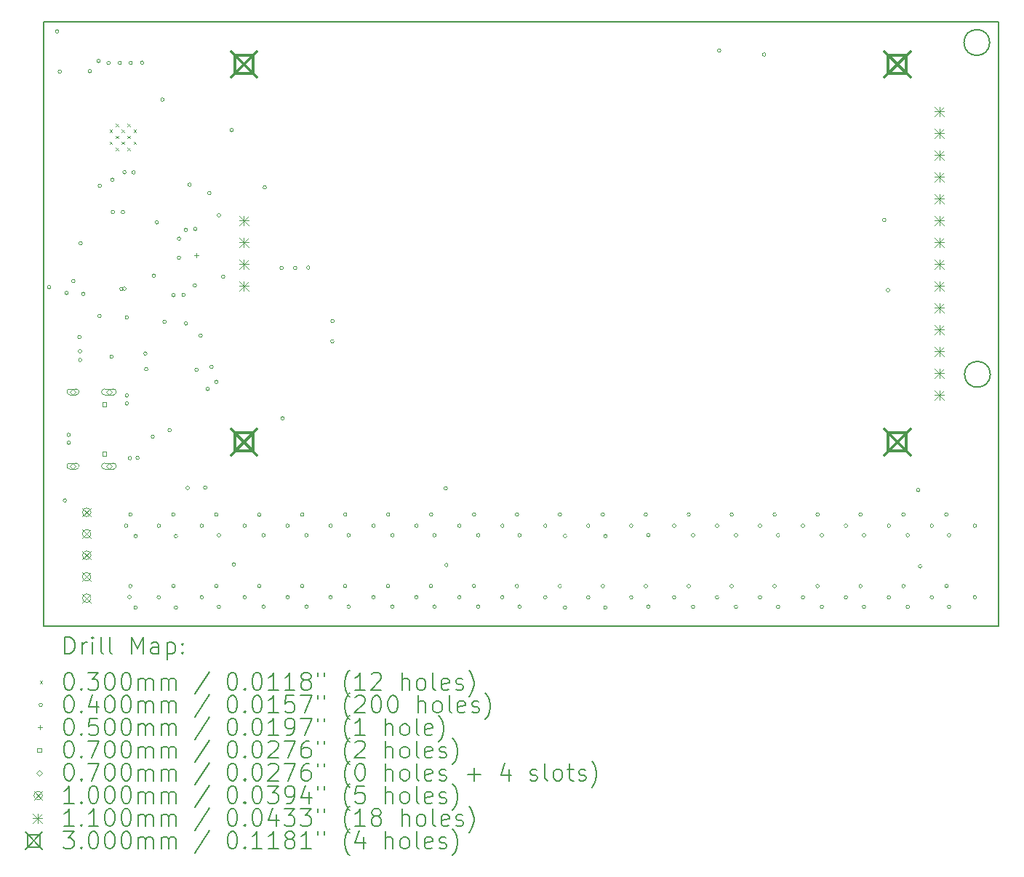
<source format=gbr>
%TF.GenerationSoftware,KiCad,Pcbnew,8.0.6*%
%TF.CreationDate,2024-11-10T17:01:12-08:00*%
%TF.ProjectId,veramonitor,76657261-6d6f-46e6-9974-6f722e6b6963,rev?*%
%TF.SameCoordinates,Original*%
%TF.FileFunction,Drillmap*%
%TF.FilePolarity,Positive*%
%FSLAX45Y45*%
G04 Gerber Fmt 4.5, Leading zero omitted, Abs format (unit mm)*
G04 Created by KiCad (PCBNEW 8.0.6) date 2024-11-10 17:01:12*
%MOMM*%
%LPD*%
G01*
G04 APERTURE LIST*
%ADD10C,0.200000*%
%ADD11C,0.100000*%
%ADD12C,0.110002*%
%ADD13C,0.299999*%
G04 APERTURE END LIST*
D10*
X15033000Y-10796000D02*
G75*
G02*
X14733000Y-10796000I-150000J0D01*
G01*
X14733000Y-10796000D02*
G75*
G02*
X15033000Y-10796000I150000J0D01*
G01*
X15026000Y-6933000D02*
G75*
G02*
X14726000Y-6933000I-150000J0D01*
G01*
X14726000Y-6933000D02*
G75*
G02*
X15026000Y-6933000I150000J0D01*
G01*
X4008000Y-6690000D02*
X15130000Y-6690000D01*
X15130000Y-13730000D01*
X4008000Y-13730000D01*
X4008000Y-6690000D01*
D11*
X4780000Y-7947500D02*
X4810000Y-7977500D01*
X4810000Y-7947500D02*
X4780000Y-7977500D01*
X4780000Y-8087500D02*
X4810000Y-8117500D01*
X4810000Y-8087500D02*
X4780000Y-8117500D01*
X4850000Y-7877500D02*
X4880000Y-7907500D01*
X4880000Y-7877500D02*
X4850000Y-7907500D01*
X4850000Y-8017500D02*
X4880000Y-8047500D01*
X4880000Y-8017500D02*
X4850000Y-8047500D01*
X4850000Y-8157500D02*
X4880000Y-8187500D01*
X4880000Y-8157500D02*
X4850000Y-8187500D01*
X4920000Y-7947500D02*
X4950000Y-7977500D01*
X4950000Y-7947500D02*
X4920000Y-7977500D01*
X4920000Y-8087500D02*
X4950000Y-8117500D01*
X4950000Y-8087500D02*
X4920000Y-8117500D01*
X4990000Y-7877500D02*
X5020000Y-7907500D01*
X5020000Y-7877500D02*
X4990000Y-7907500D01*
X4990000Y-8017500D02*
X5020000Y-8047500D01*
X5020000Y-8017500D02*
X4990000Y-8047500D01*
X4990000Y-8157500D02*
X5020000Y-8187500D01*
X5020000Y-8157500D02*
X4990000Y-8187500D01*
X5060000Y-7947500D02*
X5090000Y-7977500D01*
X5090000Y-7947500D02*
X5060000Y-7977500D01*
X5060000Y-8087500D02*
X5090000Y-8117500D01*
X5090000Y-8087500D02*
X5060000Y-8117500D01*
X4096000Y-9782000D02*
G75*
G02*
X4056000Y-9782000I-20000J0D01*
G01*
X4056000Y-9782000D02*
G75*
G02*
X4096000Y-9782000I20000J0D01*
G01*
X4189000Y-6803000D02*
G75*
G02*
X4149000Y-6803000I-20000J0D01*
G01*
X4149000Y-6803000D02*
G75*
G02*
X4189000Y-6803000I20000J0D01*
G01*
X4220000Y-7270000D02*
G75*
G02*
X4180000Y-7270000I-20000J0D01*
G01*
X4180000Y-7270000D02*
G75*
G02*
X4220000Y-7270000I20000J0D01*
G01*
X4279000Y-12265000D02*
G75*
G02*
X4239000Y-12265000I-20000J0D01*
G01*
X4239000Y-12265000D02*
G75*
G02*
X4279000Y-12265000I20000J0D01*
G01*
X4300000Y-9849000D02*
G75*
G02*
X4260000Y-9849000I-20000J0D01*
G01*
X4260000Y-9849000D02*
G75*
G02*
X4300000Y-9849000I20000J0D01*
G01*
X4323000Y-11501000D02*
G75*
G02*
X4283000Y-11501000I-20000J0D01*
G01*
X4283000Y-11501000D02*
G75*
G02*
X4323000Y-11501000I20000J0D01*
G01*
X4324000Y-11593000D02*
G75*
G02*
X4284000Y-11593000I-20000J0D01*
G01*
X4284000Y-11593000D02*
G75*
G02*
X4324000Y-11593000I20000J0D01*
G01*
X4377000Y-9710000D02*
G75*
G02*
X4337000Y-9710000I-20000J0D01*
G01*
X4337000Y-9710000D02*
G75*
G02*
X4377000Y-9710000I20000J0D01*
G01*
X4449000Y-10362000D02*
G75*
G02*
X4409000Y-10362000I-20000J0D01*
G01*
X4409000Y-10362000D02*
G75*
G02*
X4449000Y-10362000I20000J0D01*
G01*
X4456000Y-10527000D02*
G75*
G02*
X4416000Y-10527000I-20000J0D01*
G01*
X4416000Y-10527000D02*
G75*
G02*
X4456000Y-10527000I20000J0D01*
G01*
X4457575Y-10628480D02*
G75*
G02*
X4417575Y-10628480I-20000J0D01*
G01*
X4417575Y-10628480D02*
G75*
G02*
X4457575Y-10628480I20000J0D01*
G01*
X4462500Y-9269500D02*
G75*
G02*
X4422500Y-9269500I-20000J0D01*
G01*
X4422500Y-9269500D02*
G75*
G02*
X4462500Y-9269500I20000J0D01*
G01*
X4493000Y-9860000D02*
G75*
G02*
X4453000Y-9860000I-20000J0D01*
G01*
X4453000Y-9860000D02*
G75*
G02*
X4493000Y-9860000I20000J0D01*
G01*
X4571000Y-7267000D02*
G75*
G02*
X4531000Y-7267000I-20000J0D01*
G01*
X4531000Y-7267000D02*
G75*
G02*
X4571000Y-7267000I20000J0D01*
G01*
X4670000Y-7148000D02*
G75*
G02*
X4630000Y-7148000I-20000J0D01*
G01*
X4630000Y-7148000D02*
G75*
G02*
X4670000Y-7148000I20000J0D01*
G01*
X4682000Y-10118000D02*
G75*
G02*
X4642000Y-10118000I-20000J0D01*
G01*
X4642000Y-10118000D02*
G75*
G02*
X4682000Y-10118000I20000J0D01*
G01*
X4686735Y-8600735D02*
G75*
G02*
X4646735Y-8600735I-20000J0D01*
G01*
X4646735Y-8600735D02*
G75*
G02*
X4686735Y-8600735I20000J0D01*
G01*
X4787500Y-7172500D02*
G75*
G02*
X4747500Y-7172500I-20000J0D01*
G01*
X4747500Y-7172500D02*
G75*
G02*
X4787500Y-7172500I20000J0D01*
G01*
X4823000Y-10591000D02*
G75*
G02*
X4783000Y-10591000I-20000J0D01*
G01*
X4783000Y-10591000D02*
G75*
G02*
X4823000Y-10591000I20000J0D01*
G01*
X4832500Y-8531500D02*
G75*
G02*
X4792500Y-8531500I-20000J0D01*
G01*
X4792500Y-8531500D02*
G75*
G02*
X4832500Y-8531500I20000J0D01*
G01*
X4839000Y-8906000D02*
G75*
G02*
X4799000Y-8906000I-20000J0D01*
G01*
X4799000Y-8906000D02*
G75*
G02*
X4839000Y-8906000I20000J0D01*
G01*
X4917500Y-7170000D02*
G75*
G02*
X4877500Y-7170000I-20000J0D01*
G01*
X4877500Y-7170000D02*
G75*
G02*
X4917500Y-7170000I20000J0D01*
G01*
X4937500Y-9801500D02*
G75*
G02*
X4897500Y-9801500I-20000J0D01*
G01*
X4897500Y-9801500D02*
G75*
G02*
X4937500Y-9801500I20000J0D01*
G01*
X4955000Y-8908000D02*
G75*
G02*
X4915000Y-8908000I-20000J0D01*
G01*
X4915000Y-8908000D02*
G75*
G02*
X4955000Y-8908000I20000J0D01*
G01*
X4972500Y-9800000D02*
G75*
G02*
X4932500Y-9800000I-20000J0D01*
G01*
X4932500Y-9800000D02*
G75*
G02*
X4972500Y-9800000I20000J0D01*
G01*
X4973000Y-8443000D02*
G75*
G02*
X4933000Y-8443000I-20000J0D01*
G01*
X4933000Y-8443000D02*
G75*
G02*
X4973000Y-8443000I20000J0D01*
G01*
X4991500Y-12559500D02*
G75*
G02*
X4951500Y-12559500I-20000J0D01*
G01*
X4951500Y-12559500D02*
G75*
G02*
X4991500Y-12559500I20000J0D01*
G01*
X5000000Y-10135000D02*
G75*
G02*
X4960000Y-10135000I-20000J0D01*
G01*
X4960000Y-10135000D02*
G75*
G02*
X5000000Y-10135000I20000J0D01*
G01*
X5000000Y-11043000D02*
G75*
G02*
X4960000Y-11043000I-20000J0D01*
G01*
X4960000Y-11043000D02*
G75*
G02*
X5000000Y-11043000I20000J0D01*
G01*
X5000000Y-11135000D02*
G75*
G02*
X4960000Y-11135000I-20000J0D01*
G01*
X4960000Y-11135000D02*
G75*
G02*
X5000000Y-11135000I20000J0D01*
G01*
X5032000Y-13389000D02*
G75*
G02*
X4992000Y-13389000I-20000J0D01*
G01*
X4992000Y-13389000D02*
G75*
G02*
X5032000Y-13389000I20000J0D01*
G01*
X5036000Y-11772000D02*
G75*
G02*
X4996000Y-11772000I-20000J0D01*
G01*
X4996000Y-11772000D02*
G75*
G02*
X5036000Y-11772000I20000J0D01*
G01*
X5042000Y-13261500D02*
G75*
G02*
X5002000Y-13261500I-20000J0D01*
G01*
X5002000Y-13261500D02*
G75*
G02*
X5042000Y-13261500I20000J0D01*
G01*
X5042500Y-12429500D02*
G75*
G02*
X5002500Y-12429500I-20000J0D01*
G01*
X5002500Y-12429500D02*
G75*
G02*
X5042500Y-12429500I20000J0D01*
G01*
X5045000Y-7170000D02*
G75*
G02*
X5005000Y-7170000I-20000J0D01*
G01*
X5005000Y-7170000D02*
G75*
G02*
X5045000Y-7170000I20000J0D01*
G01*
X5079000Y-8445000D02*
G75*
G02*
X5039000Y-8445000I-20000J0D01*
G01*
X5039000Y-8445000D02*
G75*
G02*
X5079000Y-8445000I20000J0D01*
G01*
X5102000Y-13511500D02*
G75*
G02*
X5062000Y-13511500I-20000J0D01*
G01*
X5062000Y-13511500D02*
G75*
G02*
X5102000Y-13511500I20000J0D01*
G01*
X5102500Y-12679500D02*
G75*
G02*
X5062500Y-12679500I-20000J0D01*
G01*
X5062500Y-12679500D02*
G75*
G02*
X5102500Y-12679500I20000J0D01*
G01*
X5125000Y-11770000D02*
G75*
G02*
X5085000Y-11770000I-20000J0D01*
G01*
X5085000Y-11770000D02*
G75*
G02*
X5125000Y-11770000I20000J0D01*
G01*
X5177500Y-7167500D02*
G75*
G02*
X5137500Y-7167500I-20000J0D01*
G01*
X5137500Y-7167500D02*
G75*
G02*
X5177500Y-7167500I20000J0D01*
G01*
X5216000Y-10554000D02*
G75*
G02*
X5176000Y-10554000I-20000J0D01*
G01*
X5176000Y-10554000D02*
G75*
G02*
X5216000Y-10554000I20000J0D01*
G01*
X5226000Y-10737000D02*
G75*
G02*
X5186000Y-10737000I-20000J0D01*
G01*
X5186000Y-10737000D02*
G75*
G02*
X5226000Y-10737000I20000J0D01*
G01*
X5302500Y-11522500D02*
G75*
G02*
X5262500Y-11522500I-20000J0D01*
G01*
X5262500Y-11522500D02*
G75*
G02*
X5302500Y-11522500I20000J0D01*
G01*
X5316000Y-9648000D02*
G75*
G02*
X5276000Y-9648000I-20000J0D01*
G01*
X5276000Y-9648000D02*
G75*
G02*
X5316000Y-9648000I20000J0D01*
G01*
X5350000Y-9027000D02*
G75*
G02*
X5310000Y-9027000I-20000J0D01*
G01*
X5310000Y-9027000D02*
G75*
G02*
X5350000Y-9027000I20000J0D01*
G01*
X5372000Y-13391500D02*
G75*
G02*
X5332000Y-13391500I-20000J0D01*
G01*
X5332000Y-13391500D02*
G75*
G02*
X5372000Y-13391500I20000J0D01*
G01*
X5372500Y-12559500D02*
G75*
G02*
X5332500Y-12559500I-20000J0D01*
G01*
X5332500Y-12559500D02*
G75*
G02*
X5372500Y-12559500I20000J0D01*
G01*
X5415000Y-7598000D02*
G75*
G02*
X5375000Y-7598000I-20000J0D01*
G01*
X5375000Y-7598000D02*
G75*
G02*
X5415000Y-7598000I20000J0D01*
G01*
X5440000Y-10185000D02*
G75*
G02*
X5400000Y-10185000I-20000J0D01*
G01*
X5400000Y-10185000D02*
G75*
G02*
X5440000Y-10185000I20000J0D01*
G01*
X5499000Y-11444500D02*
G75*
G02*
X5459000Y-11444500I-20000J0D01*
G01*
X5459000Y-11444500D02*
G75*
G02*
X5499000Y-11444500I20000J0D01*
G01*
X5542000Y-13261500D02*
G75*
G02*
X5502000Y-13261500I-20000J0D01*
G01*
X5502000Y-13261500D02*
G75*
G02*
X5542000Y-13261500I20000J0D01*
G01*
X5542500Y-9875000D02*
G75*
G02*
X5502500Y-9875000I-20000J0D01*
G01*
X5502500Y-9875000D02*
G75*
G02*
X5542500Y-9875000I20000J0D01*
G01*
X5542500Y-12429500D02*
G75*
G02*
X5502500Y-12429500I-20000J0D01*
G01*
X5502500Y-12429500D02*
G75*
G02*
X5542500Y-12429500I20000J0D01*
G01*
X5572000Y-13511500D02*
G75*
G02*
X5532000Y-13511500I-20000J0D01*
G01*
X5532000Y-13511500D02*
G75*
G02*
X5572000Y-13511500I20000J0D01*
G01*
X5572500Y-12679500D02*
G75*
G02*
X5532500Y-12679500I-20000J0D01*
G01*
X5532500Y-12679500D02*
G75*
G02*
X5572500Y-12679500I20000J0D01*
G01*
X5608000Y-9217000D02*
G75*
G02*
X5568000Y-9217000I-20000J0D01*
G01*
X5568000Y-9217000D02*
G75*
G02*
X5608000Y-9217000I20000J0D01*
G01*
X5608000Y-9438000D02*
G75*
G02*
X5568000Y-9438000I-20000J0D01*
G01*
X5568000Y-9438000D02*
G75*
G02*
X5608000Y-9438000I20000J0D01*
G01*
X5661000Y-9872000D02*
G75*
G02*
X5621000Y-9872000I-20000J0D01*
G01*
X5621000Y-9872000D02*
G75*
G02*
X5661000Y-9872000I20000J0D01*
G01*
X5686485Y-9114515D02*
G75*
G02*
X5646485Y-9114515I-20000J0D01*
G01*
X5646485Y-9114515D02*
G75*
G02*
X5686485Y-9114515I20000J0D01*
G01*
X5689000Y-10205000D02*
G75*
G02*
X5649000Y-10205000I-20000J0D01*
G01*
X5649000Y-10205000D02*
G75*
G02*
X5689000Y-10205000I20000J0D01*
G01*
X5709000Y-12119000D02*
G75*
G02*
X5669000Y-12119000I-20000J0D01*
G01*
X5669000Y-12119000D02*
G75*
G02*
X5709000Y-12119000I20000J0D01*
G01*
X5731000Y-8589000D02*
G75*
G02*
X5691000Y-8589000I-20000J0D01*
G01*
X5691000Y-8589000D02*
G75*
G02*
X5731000Y-8589000I20000J0D01*
G01*
X5792000Y-9762000D02*
G75*
G02*
X5752000Y-9762000I-20000J0D01*
G01*
X5752000Y-9762000D02*
G75*
G02*
X5792000Y-9762000I20000J0D01*
G01*
X5797000Y-9104000D02*
G75*
G02*
X5757000Y-9104000I-20000J0D01*
G01*
X5757000Y-9104000D02*
G75*
G02*
X5797000Y-9104000I20000J0D01*
G01*
X5812500Y-10745000D02*
G75*
G02*
X5772500Y-10745000I-20000J0D01*
G01*
X5772500Y-10745000D02*
G75*
G02*
X5812500Y-10745000I20000J0D01*
G01*
X5859000Y-10344000D02*
G75*
G02*
X5819000Y-10344000I-20000J0D01*
G01*
X5819000Y-10344000D02*
G75*
G02*
X5859000Y-10344000I20000J0D01*
G01*
X5872000Y-13391500D02*
G75*
G02*
X5832000Y-13391500I-20000J0D01*
G01*
X5832000Y-13391500D02*
G75*
G02*
X5872000Y-13391500I20000J0D01*
G01*
X5872500Y-12559500D02*
G75*
G02*
X5832500Y-12559500I-20000J0D01*
G01*
X5832500Y-12559500D02*
G75*
G02*
X5872500Y-12559500I20000J0D01*
G01*
X5913000Y-12115000D02*
G75*
G02*
X5873000Y-12115000I-20000J0D01*
G01*
X5873000Y-12115000D02*
G75*
G02*
X5913000Y-12115000I20000J0D01*
G01*
X5941000Y-10966000D02*
G75*
G02*
X5901000Y-10966000I-20000J0D01*
G01*
X5901000Y-10966000D02*
G75*
G02*
X5941000Y-10966000I20000J0D01*
G01*
X5960750Y-8687750D02*
G75*
G02*
X5920750Y-8687750I-20000J0D01*
G01*
X5920750Y-8687750D02*
G75*
G02*
X5960750Y-8687750I20000J0D01*
G01*
X5986000Y-10709000D02*
G75*
G02*
X5946000Y-10709000I-20000J0D01*
G01*
X5946000Y-10709000D02*
G75*
G02*
X5986000Y-10709000I20000J0D01*
G01*
X6042000Y-13261500D02*
G75*
G02*
X6002000Y-13261500I-20000J0D01*
G01*
X6002000Y-13261500D02*
G75*
G02*
X6042000Y-13261500I20000J0D01*
G01*
X6042500Y-12429500D02*
G75*
G02*
X6002500Y-12429500I-20000J0D01*
G01*
X6002500Y-12429500D02*
G75*
G02*
X6042500Y-12429500I20000J0D01*
G01*
X6044000Y-10885000D02*
G75*
G02*
X6004000Y-10885000I-20000J0D01*
G01*
X6004000Y-10885000D02*
G75*
G02*
X6044000Y-10885000I20000J0D01*
G01*
X6072000Y-8943000D02*
G75*
G02*
X6032000Y-8943000I-20000J0D01*
G01*
X6032000Y-8943000D02*
G75*
G02*
X6072000Y-8943000I20000J0D01*
G01*
X6072000Y-13501500D02*
G75*
G02*
X6032000Y-13501500I-20000J0D01*
G01*
X6032000Y-13501500D02*
G75*
G02*
X6072000Y-13501500I20000J0D01*
G01*
X6072500Y-12669500D02*
G75*
G02*
X6032500Y-12669500I-20000J0D01*
G01*
X6032500Y-12669500D02*
G75*
G02*
X6072500Y-12669500I20000J0D01*
G01*
X6122000Y-9661000D02*
G75*
G02*
X6082000Y-9661000I-20000J0D01*
G01*
X6082000Y-9661000D02*
G75*
G02*
X6122000Y-9661000I20000J0D01*
G01*
X6222000Y-7952000D02*
G75*
G02*
X6182000Y-7952000I-20000J0D01*
G01*
X6182000Y-7952000D02*
G75*
G02*
X6222000Y-7952000I20000J0D01*
G01*
X6245000Y-13009000D02*
G75*
G02*
X6205000Y-13009000I-20000J0D01*
G01*
X6205000Y-13009000D02*
G75*
G02*
X6245000Y-13009000I20000J0D01*
G01*
X6372000Y-13391500D02*
G75*
G02*
X6332000Y-13391500I-20000J0D01*
G01*
X6332000Y-13391500D02*
G75*
G02*
X6372000Y-13391500I20000J0D01*
G01*
X6372500Y-12559500D02*
G75*
G02*
X6332500Y-12559500I-20000J0D01*
G01*
X6332500Y-12559500D02*
G75*
G02*
X6372500Y-12559500I20000J0D01*
G01*
X6542000Y-13261500D02*
G75*
G02*
X6502000Y-13261500I-20000J0D01*
G01*
X6502000Y-13261500D02*
G75*
G02*
X6542000Y-13261500I20000J0D01*
G01*
X6542500Y-12429500D02*
G75*
G02*
X6502500Y-12429500I-20000J0D01*
G01*
X6502500Y-12429500D02*
G75*
G02*
X6542500Y-12429500I20000J0D01*
G01*
X6592000Y-13501500D02*
G75*
G02*
X6552000Y-13501500I-20000J0D01*
G01*
X6552000Y-13501500D02*
G75*
G02*
X6592000Y-13501500I20000J0D01*
G01*
X6592500Y-12669500D02*
G75*
G02*
X6552500Y-12669500I-20000J0D01*
G01*
X6552500Y-12669500D02*
G75*
G02*
X6592500Y-12669500I20000J0D01*
G01*
X6606000Y-8620000D02*
G75*
G02*
X6566000Y-8620000I-20000J0D01*
G01*
X6566000Y-8620000D02*
G75*
G02*
X6606000Y-8620000I20000J0D01*
G01*
X6802000Y-9559000D02*
G75*
G02*
X6762000Y-9559000I-20000J0D01*
G01*
X6762000Y-9559000D02*
G75*
G02*
X6802000Y-9559000I20000J0D01*
G01*
X6813000Y-11309000D02*
G75*
G02*
X6773000Y-11309000I-20000J0D01*
G01*
X6773000Y-11309000D02*
G75*
G02*
X6813000Y-11309000I20000J0D01*
G01*
X6872000Y-13391500D02*
G75*
G02*
X6832000Y-13391500I-20000J0D01*
G01*
X6832000Y-13391500D02*
G75*
G02*
X6872000Y-13391500I20000J0D01*
G01*
X6872500Y-12559500D02*
G75*
G02*
X6832500Y-12559500I-20000J0D01*
G01*
X6832500Y-12559500D02*
G75*
G02*
X6872500Y-12559500I20000J0D01*
G01*
X6961000Y-9558000D02*
G75*
G02*
X6921000Y-9558000I-20000J0D01*
G01*
X6921000Y-9558000D02*
G75*
G02*
X6961000Y-9558000I20000J0D01*
G01*
X7042000Y-13261500D02*
G75*
G02*
X7002000Y-13261500I-20000J0D01*
G01*
X7002000Y-13261500D02*
G75*
G02*
X7042000Y-13261500I20000J0D01*
G01*
X7042500Y-12429500D02*
G75*
G02*
X7002500Y-12429500I-20000J0D01*
G01*
X7002500Y-12429500D02*
G75*
G02*
X7042500Y-12429500I20000J0D01*
G01*
X7092000Y-13501500D02*
G75*
G02*
X7052000Y-13501500I-20000J0D01*
G01*
X7052000Y-13501500D02*
G75*
G02*
X7092000Y-13501500I20000J0D01*
G01*
X7092500Y-12669500D02*
G75*
G02*
X7052500Y-12669500I-20000J0D01*
G01*
X7052500Y-12669500D02*
G75*
G02*
X7092500Y-12669500I20000J0D01*
G01*
X7112000Y-9554000D02*
G75*
G02*
X7072000Y-9554000I-20000J0D01*
G01*
X7072000Y-9554000D02*
G75*
G02*
X7112000Y-9554000I20000J0D01*
G01*
X7372000Y-13391500D02*
G75*
G02*
X7332000Y-13391500I-20000J0D01*
G01*
X7332000Y-13391500D02*
G75*
G02*
X7372000Y-13391500I20000J0D01*
G01*
X7372500Y-12559500D02*
G75*
G02*
X7332500Y-12559500I-20000J0D01*
G01*
X7332500Y-12559500D02*
G75*
G02*
X7372500Y-12559500I20000J0D01*
G01*
X7393000Y-10411000D02*
G75*
G02*
X7353000Y-10411000I-20000J0D01*
G01*
X7353000Y-10411000D02*
G75*
G02*
X7393000Y-10411000I20000J0D01*
G01*
X7396000Y-10177000D02*
G75*
G02*
X7356000Y-10177000I-20000J0D01*
G01*
X7356000Y-10177000D02*
G75*
G02*
X7396000Y-10177000I20000J0D01*
G01*
X7542000Y-13261500D02*
G75*
G02*
X7502000Y-13261500I-20000J0D01*
G01*
X7502000Y-13261500D02*
G75*
G02*
X7542000Y-13261500I20000J0D01*
G01*
X7542500Y-12429500D02*
G75*
G02*
X7502500Y-12429500I-20000J0D01*
G01*
X7502500Y-12429500D02*
G75*
G02*
X7542500Y-12429500I20000J0D01*
G01*
X7582000Y-13501500D02*
G75*
G02*
X7542000Y-13501500I-20000J0D01*
G01*
X7542000Y-13501500D02*
G75*
G02*
X7582000Y-13501500I20000J0D01*
G01*
X7582500Y-12669500D02*
G75*
G02*
X7542500Y-12669500I-20000J0D01*
G01*
X7542500Y-12669500D02*
G75*
G02*
X7582500Y-12669500I20000J0D01*
G01*
X7872000Y-13391500D02*
G75*
G02*
X7832000Y-13391500I-20000J0D01*
G01*
X7832000Y-13391500D02*
G75*
G02*
X7872000Y-13391500I20000J0D01*
G01*
X7872500Y-12559500D02*
G75*
G02*
X7832500Y-12559500I-20000J0D01*
G01*
X7832500Y-12559500D02*
G75*
G02*
X7872500Y-12559500I20000J0D01*
G01*
X8042000Y-13261500D02*
G75*
G02*
X8002000Y-13261500I-20000J0D01*
G01*
X8002000Y-13261500D02*
G75*
G02*
X8042000Y-13261500I20000J0D01*
G01*
X8042500Y-12429500D02*
G75*
G02*
X8002500Y-12429500I-20000J0D01*
G01*
X8002500Y-12429500D02*
G75*
G02*
X8042500Y-12429500I20000J0D01*
G01*
X8092000Y-13501500D02*
G75*
G02*
X8052000Y-13501500I-20000J0D01*
G01*
X8052000Y-13501500D02*
G75*
G02*
X8092000Y-13501500I20000J0D01*
G01*
X8092500Y-12669500D02*
G75*
G02*
X8052500Y-12669500I-20000J0D01*
G01*
X8052500Y-12669500D02*
G75*
G02*
X8092500Y-12669500I20000J0D01*
G01*
X8372000Y-13391500D02*
G75*
G02*
X8332000Y-13391500I-20000J0D01*
G01*
X8332000Y-13391500D02*
G75*
G02*
X8372000Y-13391500I20000J0D01*
G01*
X8372500Y-12559500D02*
G75*
G02*
X8332500Y-12559500I-20000J0D01*
G01*
X8332500Y-12559500D02*
G75*
G02*
X8372500Y-12559500I20000J0D01*
G01*
X8542000Y-13261500D02*
G75*
G02*
X8502000Y-13261500I-20000J0D01*
G01*
X8502000Y-13261500D02*
G75*
G02*
X8542000Y-13261500I20000J0D01*
G01*
X8542500Y-12429500D02*
G75*
G02*
X8502500Y-12429500I-20000J0D01*
G01*
X8502500Y-12429500D02*
G75*
G02*
X8542500Y-12429500I20000J0D01*
G01*
X8582000Y-13501500D02*
G75*
G02*
X8542000Y-13501500I-20000J0D01*
G01*
X8542000Y-13501500D02*
G75*
G02*
X8582000Y-13501500I20000J0D01*
G01*
X8582500Y-12669500D02*
G75*
G02*
X8542500Y-12669500I-20000J0D01*
G01*
X8542500Y-12669500D02*
G75*
G02*
X8582500Y-12669500I20000J0D01*
G01*
X8713000Y-12124000D02*
G75*
G02*
X8673000Y-12124000I-20000J0D01*
G01*
X8673000Y-12124000D02*
G75*
G02*
X8713000Y-12124000I20000J0D01*
G01*
X8721000Y-13016000D02*
G75*
G02*
X8681000Y-13016000I-20000J0D01*
G01*
X8681000Y-13016000D02*
G75*
G02*
X8721000Y-13016000I20000J0D01*
G01*
X8872000Y-13391500D02*
G75*
G02*
X8832000Y-13391500I-20000J0D01*
G01*
X8832000Y-13391500D02*
G75*
G02*
X8872000Y-13391500I20000J0D01*
G01*
X8872500Y-12559500D02*
G75*
G02*
X8832500Y-12559500I-20000J0D01*
G01*
X8832500Y-12559500D02*
G75*
G02*
X8872500Y-12559500I20000J0D01*
G01*
X9042000Y-13261500D02*
G75*
G02*
X9002000Y-13261500I-20000J0D01*
G01*
X9002000Y-13261500D02*
G75*
G02*
X9042000Y-13261500I20000J0D01*
G01*
X9042500Y-12429500D02*
G75*
G02*
X9002500Y-12429500I-20000J0D01*
G01*
X9002500Y-12429500D02*
G75*
G02*
X9042500Y-12429500I20000J0D01*
G01*
X9092000Y-13501500D02*
G75*
G02*
X9052000Y-13501500I-20000J0D01*
G01*
X9052000Y-13501500D02*
G75*
G02*
X9092000Y-13501500I20000J0D01*
G01*
X9092500Y-12669500D02*
G75*
G02*
X9052500Y-12669500I-20000J0D01*
G01*
X9052500Y-12669500D02*
G75*
G02*
X9092500Y-12669500I20000J0D01*
G01*
X9372000Y-13391500D02*
G75*
G02*
X9332000Y-13391500I-20000J0D01*
G01*
X9332000Y-13391500D02*
G75*
G02*
X9372000Y-13391500I20000J0D01*
G01*
X9372500Y-12559500D02*
G75*
G02*
X9332500Y-12559500I-20000J0D01*
G01*
X9332500Y-12559500D02*
G75*
G02*
X9372500Y-12559500I20000J0D01*
G01*
X9542000Y-13261500D02*
G75*
G02*
X9502000Y-13261500I-20000J0D01*
G01*
X9502000Y-13261500D02*
G75*
G02*
X9542000Y-13261500I20000J0D01*
G01*
X9542500Y-12429500D02*
G75*
G02*
X9502500Y-12429500I-20000J0D01*
G01*
X9502500Y-12429500D02*
G75*
G02*
X9542500Y-12429500I20000J0D01*
G01*
X9572000Y-13501500D02*
G75*
G02*
X9532000Y-13501500I-20000J0D01*
G01*
X9532000Y-13501500D02*
G75*
G02*
X9572000Y-13501500I20000J0D01*
G01*
X9572500Y-12669500D02*
G75*
G02*
X9532500Y-12669500I-20000J0D01*
G01*
X9532500Y-12669500D02*
G75*
G02*
X9572500Y-12669500I20000J0D01*
G01*
X9872000Y-13391500D02*
G75*
G02*
X9832000Y-13391500I-20000J0D01*
G01*
X9832000Y-13391500D02*
G75*
G02*
X9872000Y-13391500I20000J0D01*
G01*
X9872500Y-12559500D02*
G75*
G02*
X9832500Y-12559500I-20000J0D01*
G01*
X9832500Y-12559500D02*
G75*
G02*
X9872500Y-12559500I20000J0D01*
G01*
X10042000Y-12429000D02*
G75*
G02*
X10002000Y-12429000I-20000J0D01*
G01*
X10002000Y-12429000D02*
G75*
G02*
X10042000Y-12429000I20000J0D01*
G01*
X10042000Y-13261500D02*
G75*
G02*
X10002000Y-13261500I-20000J0D01*
G01*
X10002000Y-13261500D02*
G75*
G02*
X10042000Y-13261500I20000J0D01*
G01*
X10102000Y-12679000D02*
G75*
G02*
X10062000Y-12679000I-20000J0D01*
G01*
X10062000Y-12679000D02*
G75*
G02*
X10102000Y-12679000I20000J0D01*
G01*
X10102000Y-13511500D02*
G75*
G02*
X10062000Y-13511500I-20000J0D01*
G01*
X10062000Y-13511500D02*
G75*
G02*
X10102000Y-13511500I20000J0D01*
G01*
X10372000Y-12559000D02*
G75*
G02*
X10332000Y-12559000I-20000J0D01*
G01*
X10332000Y-12559000D02*
G75*
G02*
X10372000Y-12559000I20000J0D01*
G01*
X10372000Y-13391500D02*
G75*
G02*
X10332000Y-13391500I-20000J0D01*
G01*
X10332000Y-13391500D02*
G75*
G02*
X10372000Y-13391500I20000J0D01*
G01*
X10542000Y-12429000D02*
G75*
G02*
X10502000Y-12429000I-20000J0D01*
G01*
X10502000Y-12429000D02*
G75*
G02*
X10542000Y-12429000I20000J0D01*
G01*
X10542000Y-13261500D02*
G75*
G02*
X10502000Y-13261500I-20000J0D01*
G01*
X10502000Y-13261500D02*
G75*
G02*
X10542000Y-13261500I20000J0D01*
G01*
X10572000Y-12679000D02*
G75*
G02*
X10532000Y-12679000I-20000J0D01*
G01*
X10532000Y-12679000D02*
G75*
G02*
X10572000Y-12679000I20000J0D01*
G01*
X10572000Y-13511500D02*
G75*
G02*
X10532000Y-13511500I-20000J0D01*
G01*
X10532000Y-13511500D02*
G75*
G02*
X10572000Y-13511500I20000J0D01*
G01*
X10872000Y-12559000D02*
G75*
G02*
X10832000Y-12559000I-20000J0D01*
G01*
X10832000Y-12559000D02*
G75*
G02*
X10872000Y-12559000I20000J0D01*
G01*
X10872000Y-13391500D02*
G75*
G02*
X10832000Y-13391500I-20000J0D01*
G01*
X10832000Y-13391500D02*
G75*
G02*
X10872000Y-13391500I20000J0D01*
G01*
X11042000Y-12429000D02*
G75*
G02*
X11002000Y-12429000I-20000J0D01*
G01*
X11002000Y-12429000D02*
G75*
G02*
X11042000Y-12429000I20000J0D01*
G01*
X11042000Y-13261500D02*
G75*
G02*
X11002000Y-13261500I-20000J0D01*
G01*
X11002000Y-13261500D02*
G75*
G02*
X11042000Y-13261500I20000J0D01*
G01*
X11072000Y-12669000D02*
G75*
G02*
X11032000Y-12669000I-20000J0D01*
G01*
X11032000Y-12669000D02*
G75*
G02*
X11072000Y-12669000I20000J0D01*
G01*
X11072000Y-13501500D02*
G75*
G02*
X11032000Y-13501500I-20000J0D01*
G01*
X11032000Y-13501500D02*
G75*
G02*
X11072000Y-13501500I20000J0D01*
G01*
X11372000Y-12559000D02*
G75*
G02*
X11332000Y-12559000I-20000J0D01*
G01*
X11332000Y-12559000D02*
G75*
G02*
X11372000Y-12559000I20000J0D01*
G01*
X11372000Y-13391500D02*
G75*
G02*
X11332000Y-13391500I-20000J0D01*
G01*
X11332000Y-13391500D02*
G75*
G02*
X11372000Y-13391500I20000J0D01*
G01*
X11542000Y-12429000D02*
G75*
G02*
X11502000Y-12429000I-20000J0D01*
G01*
X11502000Y-12429000D02*
G75*
G02*
X11542000Y-12429000I20000J0D01*
G01*
X11542000Y-13261500D02*
G75*
G02*
X11502000Y-13261500I-20000J0D01*
G01*
X11502000Y-13261500D02*
G75*
G02*
X11542000Y-13261500I20000J0D01*
G01*
X11592000Y-12669000D02*
G75*
G02*
X11552000Y-12669000I-20000J0D01*
G01*
X11552000Y-12669000D02*
G75*
G02*
X11592000Y-12669000I20000J0D01*
G01*
X11592000Y-13501500D02*
G75*
G02*
X11552000Y-13501500I-20000J0D01*
G01*
X11552000Y-13501500D02*
G75*
G02*
X11592000Y-13501500I20000J0D01*
G01*
X11872000Y-12559000D02*
G75*
G02*
X11832000Y-12559000I-20000J0D01*
G01*
X11832000Y-12559000D02*
G75*
G02*
X11872000Y-12559000I20000J0D01*
G01*
X11872000Y-13391500D02*
G75*
G02*
X11832000Y-13391500I-20000J0D01*
G01*
X11832000Y-13391500D02*
G75*
G02*
X11872000Y-13391500I20000J0D01*
G01*
X11896000Y-7028000D02*
G75*
G02*
X11856000Y-7028000I-20000J0D01*
G01*
X11856000Y-7028000D02*
G75*
G02*
X11896000Y-7028000I20000J0D01*
G01*
X12042000Y-12429000D02*
G75*
G02*
X12002000Y-12429000I-20000J0D01*
G01*
X12002000Y-12429000D02*
G75*
G02*
X12042000Y-12429000I20000J0D01*
G01*
X12042000Y-13261500D02*
G75*
G02*
X12002000Y-13261500I-20000J0D01*
G01*
X12002000Y-13261500D02*
G75*
G02*
X12042000Y-13261500I20000J0D01*
G01*
X12092000Y-12669000D02*
G75*
G02*
X12052000Y-12669000I-20000J0D01*
G01*
X12052000Y-12669000D02*
G75*
G02*
X12092000Y-12669000I20000J0D01*
G01*
X12092000Y-13501500D02*
G75*
G02*
X12052000Y-13501500I-20000J0D01*
G01*
X12052000Y-13501500D02*
G75*
G02*
X12092000Y-13501500I20000J0D01*
G01*
X12372000Y-12559000D02*
G75*
G02*
X12332000Y-12559000I-20000J0D01*
G01*
X12332000Y-12559000D02*
G75*
G02*
X12372000Y-12559000I20000J0D01*
G01*
X12372000Y-13391500D02*
G75*
G02*
X12332000Y-13391500I-20000J0D01*
G01*
X12332000Y-13391500D02*
G75*
G02*
X12372000Y-13391500I20000J0D01*
G01*
X12419000Y-7073000D02*
G75*
G02*
X12379000Y-7073000I-20000J0D01*
G01*
X12379000Y-7073000D02*
G75*
G02*
X12419000Y-7073000I20000J0D01*
G01*
X12542000Y-12429000D02*
G75*
G02*
X12502000Y-12429000I-20000J0D01*
G01*
X12502000Y-12429000D02*
G75*
G02*
X12542000Y-12429000I20000J0D01*
G01*
X12542000Y-13261500D02*
G75*
G02*
X12502000Y-13261500I-20000J0D01*
G01*
X12502000Y-13261500D02*
G75*
G02*
X12542000Y-13261500I20000J0D01*
G01*
X12582000Y-12669000D02*
G75*
G02*
X12542000Y-12669000I-20000J0D01*
G01*
X12542000Y-12669000D02*
G75*
G02*
X12582000Y-12669000I20000J0D01*
G01*
X12582000Y-13501500D02*
G75*
G02*
X12542000Y-13501500I-20000J0D01*
G01*
X12542000Y-13501500D02*
G75*
G02*
X12582000Y-13501500I20000J0D01*
G01*
X12872000Y-12559000D02*
G75*
G02*
X12832000Y-12559000I-20000J0D01*
G01*
X12832000Y-12559000D02*
G75*
G02*
X12872000Y-12559000I20000J0D01*
G01*
X12872000Y-13391500D02*
G75*
G02*
X12832000Y-13391500I-20000J0D01*
G01*
X12832000Y-13391500D02*
G75*
G02*
X12872000Y-13391500I20000J0D01*
G01*
X13042000Y-12429000D02*
G75*
G02*
X13002000Y-12429000I-20000J0D01*
G01*
X13002000Y-12429000D02*
G75*
G02*
X13042000Y-12429000I20000J0D01*
G01*
X13042000Y-13261500D02*
G75*
G02*
X13002000Y-13261500I-20000J0D01*
G01*
X13002000Y-13261500D02*
G75*
G02*
X13042000Y-13261500I20000J0D01*
G01*
X13092000Y-12669000D02*
G75*
G02*
X13052000Y-12669000I-20000J0D01*
G01*
X13052000Y-12669000D02*
G75*
G02*
X13092000Y-12669000I20000J0D01*
G01*
X13092000Y-13501500D02*
G75*
G02*
X13052000Y-13501500I-20000J0D01*
G01*
X13052000Y-13501500D02*
G75*
G02*
X13092000Y-13501500I20000J0D01*
G01*
X13372000Y-12559000D02*
G75*
G02*
X13332000Y-12559000I-20000J0D01*
G01*
X13332000Y-12559000D02*
G75*
G02*
X13372000Y-12559000I20000J0D01*
G01*
X13372000Y-13391500D02*
G75*
G02*
X13332000Y-13391500I-20000J0D01*
G01*
X13332000Y-13391500D02*
G75*
G02*
X13372000Y-13391500I20000J0D01*
G01*
X13542000Y-12429000D02*
G75*
G02*
X13502000Y-12429000I-20000J0D01*
G01*
X13502000Y-12429000D02*
G75*
G02*
X13542000Y-12429000I20000J0D01*
G01*
X13542000Y-13261500D02*
G75*
G02*
X13502000Y-13261500I-20000J0D01*
G01*
X13502000Y-13261500D02*
G75*
G02*
X13542000Y-13261500I20000J0D01*
G01*
X13582000Y-12669000D02*
G75*
G02*
X13542000Y-12669000I-20000J0D01*
G01*
X13542000Y-12669000D02*
G75*
G02*
X13582000Y-12669000I20000J0D01*
G01*
X13582000Y-13501500D02*
G75*
G02*
X13542000Y-13501500I-20000J0D01*
G01*
X13542000Y-13501500D02*
G75*
G02*
X13582000Y-13501500I20000J0D01*
G01*
X13818000Y-9000000D02*
G75*
G02*
X13778000Y-9000000I-20000J0D01*
G01*
X13778000Y-9000000D02*
G75*
G02*
X13818000Y-9000000I20000J0D01*
G01*
X13862000Y-9817000D02*
G75*
G02*
X13822000Y-9817000I-20000J0D01*
G01*
X13822000Y-9817000D02*
G75*
G02*
X13862000Y-9817000I20000J0D01*
G01*
X13872000Y-12559000D02*
G75*
G02*
X13832000Y-12559000I-20000J0D01*
G01*
X13832000Y-12559000D02*
G75*
G02*
X13872000Y-12559000I20000J0D01*
G01*
X13872000Y-13391500D02*
G75*
G02*
X13832000Y-13391500I-20000J0D01*
G01*
X13832000Y-13391500D02*
G75*
G02*
X13872000Y-13391500I20000J0D01*
G01*
X14042000Y-12429000D02*
G75*
G02*
X14002000Y-12429000I-20000J0D01*
G01*
X14002000Y-12429000D02*
G75*
G02*
X14042000Y-12429000I20000J0D01*
G01*
X14042000Y-13261500D02*
G75*
G02*
X14002000Y-13261500I-20000J0D01*
G01*
X14002000Y-13261500D02*
G75*
G02*
X14042000Y-13261500I20000J0D01*
G01*
X14092000Y-12669000D02*
G75*
G02*
X14052000Y-12669000I-20000J0D01*
G01*
X14052000Y-12669000D02*
G75*
G02*
X14092000Y-12669000I20000J0D01*
G01*
X14092000Y-13501500D02*
G75*
G02*
X14052000Y-13501500I-20000J0D01*
G01*
X14052000Y-13501500D02*
G75*
G02*
X14092000Y-13501500I20000J0D01*
G01*
X14213000Y-12143000D02*
G75*
G02*
X14173000Y-12143000I-20000J0D01*
G01*
X14173000Y-12143000D02*
G75*
G02*
X14213000Y-12143000I20000J0D01*
G01*
X14236000Y-13032000D02*
G75*
G02*
X14196000Y-13032000I-20000J0D01*
G01*
X14196000Y-13032000D02*
G75*
G02*
X14236000Y-13032000I20000J0D01*
G01*
X14372000Y-12559000D02*
G75*
G02*
X14332000Y-12559000I-20000J0D01*
G01*
X14332000Y-12559000D02*
G75*
G02*
X14372000Y-12559000I20000J0D01*
G01*
X14372000Y-13391500D02*
G75*
G02*
X14332000Y-13391500I-20000J0D01*
G01*
X14332000Y-13391500D02*
G75*
G02*
X14372000Y-13391500I20000J0D01*
G01*
X14542000Y-12429000D02*
G75*
G02*
X14502000Y-12429000I-20000J0D01*
G01*
X14502000Y-12429000D02*
G75*
G02*
X14542000Y-12429000I20000J0D01*
G01*
X14542000Y-13261500D02*
G75*
G02*
X14502000Y-13261500I-20000J0D01*
G01*
X14502000Y-13261500D02*
G75*
G02*
X14542000Y-13261500I20000J0D01*
G01*
X14572000Y-12669000D02*
G75*
G02*
X14532000Y-12669000I-20000J0D01*
G01*
X14532000Y-12669000D02*
G75*
G02*
X14572000Y-12669000I20000J0D01*
G01*
X14572000Y-13501500D02*
G75*
G02*
X14532000Y-13501500I-20000J0D01*
G01*
X14532000Y-13501500D02*
G75*
G02*
X14572000Y-13501500I20000J0D01*
G01*
X14872000Y-12559000D02*
G75*
G02*
X14832000Y-12559000I-20000J0D01*
G01*
X14832000Y-12559000D02*
G75*
G02*
X14872000Y-12559000I20000J0D01*
G01*
X14872000Y-13391500D02*
G75*
G02*
X14832000Y-13391500I-20000J0D01*
G01*
X14832000Y-13391500D02*
G75*
G02*
X14872000Y-13391500I20000J0D01*
G01*
X5787000Y-9387500D02*
X5787000Y-9437500D01*
X5762000Y-9412500D02*
X5812000Y-9412500D01*
X4743249Y-11168249D02*
X4743249Y-11118751D01*
X4693751Y-11118751D01*
X4693751Y-11168249D01*
X4743249Y-11168249D01*
X4743249Y-11746249D02*
X4743249Y-11696751D01*
X4693751Y-11696751D01*
X4693751Y-11746249D01*
X4743249Y-11746249D01*
X4353500Y-11035501D02*
X4388501Y-11000500D01*
X4353500Y-10965499D01*
X4318499Y-11000500D01*
X4353500Y-11035501D01*
X4388499Y-10965499D02*
X4318501Y-10965499D01*
X4318501Y-11035501D02*
G75*
G02*
X4318501Y-10965499I0J35001D01*
G01*
X4318501Y-11035501D02*
X4388499Y-11035501D01*
X4388499Y-11035501D02*
G75*
G03*
X4388499Y-10965499I0J35001D01*
G01*
X4353500Y-11899501D02*
X4388501Y-11864500D01*
X4353500Y-11829499D01*
X4318499Y-11864500D01*
X4353500Y-11899501D01*
X4388499Y-11829499D02*
X4318501Y-11829499D01*
X4318501Y-11899501D02*
G75*
G02*
X4318501Y-11829499I0J35001D01*
G01*
X4318501Y-11899501D02*
X4388499Y-11899501D01*
X4388499Y-11899501D02*
G75*
G03*
X4388499Y-11829499I0J35001D01*
G01*
X4772500Y-11035501D02*
X4807501Y-11000500D01*
X4772500Y-10965499D01*
X4737499Y-11000500D01*
X4772500Y-11035501D01*
X4822499Y-10965499D02*
X4722501Y-10965499D01*
X4722501Y-11035501D02*
G75*
G02*
X4722501Y-10965499I0J35001D01*
G01*
X4722501Y-11035501D02*
X4822499Y-11035501D01*
X4822499Y-11035501D02*
G75*
G03*
X4822499Y-10965499I0J35001D01*
G01*
X4772500Y-11899501D02*
X4807501Y-11864500D01*
X4772500Y-11829499D01*
X4737499Y-11864500D01*
X4772500Y-11899501D01*
X4822499Y-11829499D02*
X4722501Y-11829499D01*
X4722501Y-11899501D02*
G75*
G02*
X4722501Y-11829499I0J35001D01*
G01*
X4722501Y-11899501D02*
X4822499Y-11899501D01*
X4822499Y-11899501D02*
G75*
G03*
X4822499Y-11829499I0J35001D01*
G01*
X4463000Y-12353000D02*
X4563000Y-12453000D01*
X4563000Y-12353000D02*
X4463000Y-12453000D01*
X4563000Y-12403000D02*
G75*
G02*
X4463000Y-12403000I-50000J0D01*
G01*
X4463000Y-12403000D02*
G75*
G02*
X4563000Y-12403000I50000J0D01*
G01*
X4463000Y-12603000D02*
X4563000Y-12703000D01*
X4563000Y-12603000D02*
X4463000Y-12703000D01*
X4563000Y-12653000D02*
G75*
G02*
X4463000Y-12653000I-50000J0D01*
G01*
X4463000Y-12653000D02*
G75*
G02*
X4563000Y-12653000I50000J0D01*
G01*
X4463000Y-12853000D02*
X4563000Y-12953000D01*
X4563000Y-12853000D02*
X4463000Y-12953000D01*
X4563000Y-12903000D02*
G75*
G02*
X4463000Y-12903000I-50000J0D01*
G01*
X4463000Y-12903000D02*
G75*
G02*
X4563000Y-12903000I50000J0D01*
G01*
X4463000Y-13103000D02*
X4563000Y-13203000D01*
X4563000Y-13103000D02*
X4463000Y-13203000D01*
X4563000Y-13153000D02*
G75*
G02*
X4463000Y-13153000I-50000J0D01*
G01*
X4463000Y-13153000D02*
G75*
G02*
X4563000Y-13153000I50000J0D01*
G01*
X4463000Y-13353000D02*
X4563000Y-13453000D01*
X4563000Y-13353000D02*
X4463000Y-13453000D01*
X4563000Y-13403000D02*
G75*
G02*
X4463000Y-13403000I-50000J0D01*
G01*
X4463000Y-13403000D02*
G75*
G02*
X4563000Y-13403000I50000J0D01*
G01*
D12*
X6288499Y-8948999D02*
X6398501Y-9059001D01*
X6398501Y-8948999D02*
X6288499Y-9059001D01*
X6343500Y-8948999D02*
X6343500Y-9059001D01*
X6288499Y-9004000D02*
X6398501Y-9004000D01*
X6288499Y-9202999D02*
X6398501Y-9313001D01*
X6398501Y-9202999D02*
X6288499Y-9313001D01*
X6343500Y-9202999D02*
X6343500Y-9313001D01*
X6288499Y-9258000D02*
X6398501Y-9258000D01*
X6288499Y-9456999D02*
X6398501Y-9567001D01*
X6398501Y-9456999D02*
X6288499Y-9567001D01*
X6343500Y-9456999D02*
X6343500Y-9567001D01*
X6288499Y-9512000D02*
X6398501Y-9512000D01*
X6288499Y-9710999D02*
X6398501Y-9821001D01*
X6398501Y-9710999D02*
X6288499Y-9821001D01*
X6343500Y-9710999D02*
X6343500Y-9821001D01*
X6288499Y-9766000D02*
X6398501Y-9766000D01*
X14386499Y-7678999D02*
X14496501Y-7789001D01*
X14496501Y-7678999D02*
X14386499Y-7789001D01*
X14441500Y-7678999D02*
X14441500Y-7789001D01*
X14386499Y-7734000D02*
X14496501Y-7734000D01*
X14386499Y-7932999D02*
X14496501Y-8043001D01*
X14496501Y-7932999D02*
X14386499Y-8043001D01*
X14441500Y-7932999D02*
X14441500Y-8043001D01*
X14386499Y-7988000D02*
X14496501Y-7988000D01*
X14386499Y-8186999D02*
X14496501Y-8297001D01*
X14496501Y-8186999D02*
X14386499Y-8297001D01*
X14441500Y-8186999D02*
X14441500Y-8297001D01*
X14386499Y-8242000D02*
X14496501Y-8242000D01*
X14386499Y-8440999D02*
X14496501Y-8551001D01*
X14496501Y-8440999D02*
X14386499Y-8551001D01*
X14441500Y-8440999D02*
X14441500Y-8551001D01*
X14386499Y-8496000D02*
X14496501Y-8496000D01*
X14386499Y-8694999D02*
X14496501Y-8805001D01*
X14496501Y-8694999D02*
X14386499Y-8805001D01*
X14441500Y-8694999D02*
X14441500Y-8805001D01*
X14386499Y-8750000D02*
X14496501Y-8750000D01*
X14386499Y-8948999D02*
X14496501Y-9059001D01*
X14496501Y-8948999D02*
X14386499Y-9059001D01*
X14441500Y-8948999D02*
X14441500Y-9059001D01*
X14386499Y-9004000D02*
X14496501Y-9004000D01*
X14386499Y-9202999D02*
X14496501Y-9313001D01*
X14496501Y-9202999D02*
X14386499Y-9313001D01*
X14441500Y-9202999D02*
X14441500Y-9313001D01*
X14386499Y-9258000D02*
X14496501Y-9258000D01*
X14386499Y-9456999D02*
X14496501Y-9567001D01*
X14496501Y-9456999D02*
X14386499Y-9567001D01*
X14441500Y-9456999D02*
X14441500Y-9567001D01*
X14386499Y-9512000D02*
X14496501Y-9512000D01*
X14386499Y-9710999D02*
X14496501Y-9821001D01*
X14496501Y-9710999D02*
X14386499Y-9821001D01*
X14441500Y-9710999D02*
X14441500Y-9821001D01*
X14386499Y-9766000D02*
X14496501Y-9766000D01*
X14386499Y-9964999D02*
X14496501Y-10075001D01*
X14496501Y-9964999D02*
X14386499Y-10075001D01*
X14441500Y-9964999D02*
X14441500Y-10075001D01*
X14386499Y-10020000D02*
X14496501Y-10020000D01*
X14386499Y-10218999D02*
X14496501Y-10329001D01*
X14496501Y-10218999D02*
X14386499Y-10329001D01*
X14441500Y-10218999D02*
X14441500Y-10329001D01*
X14386499Y-10274000D02*
X14496501Y-10274000D01*
X14386499Y-10472999D02*
X14496501Y-10583001D01*
X14496501Y-10472999D02*
X14386499Y-10583001D01*
X14441500Y-10472999D02*
X14441500Y-10583001D01*
X14386499Y-10528000D02*
X14496501Y-10528000D01*
X14386499Y-10726999D02*
X14496501Y-10837001D01*
X14496501Y-10726999D02*
X14386499Y-10837001D01*
X14441500Y-10726999D02*
X14441500Y-10837001D01*
X14386499Y-10782000D02*
X14496501Y-10782000D01*
X14386499Y-10980999D02*
X14496501Y-11091001D01*
X14496501Y-10980999D02*
X14386499Y-11091001D01*
X14441500Y-10980999D02*
X14441500Y-11091001D01*
X14386499Y-11036000D02*
X14496501Y-11036000D01*
D13*
X6193500Y-7035000D02*
X6493500Y-7335000D01*
X6493500Y-7035000D02*
X6193500Y-7335000D01*
X6449567Y-7291067D02*
X6449567Y-7078933D01*
X6237433Y-7078933D01*
X6237433Y-7291067D01*
X6449567Y-7291067D01*
X6193500Y-11435000D02*
X6493500Y-11735000D01*
X6493500Y-11435000D02*
X6193500Y-11735000D01*
X6449567Y-11691067D02*
X6449567Y-11478933D01*
X6237433Y-11478933D01*
X6237433Y-11691067D01*
X6449567Y-11691067D01*
X13800500Y-7035000D02*
X14100500Y-7335000D01*
X14100500Y-7035000D02*
X13800500Y-7335000D01*
X14056567Y-7291067D02*
X14056567Y-7078933D01*
X13844433Y-7078933D01*
X13844433Y-7291067D01*
X14056567Y-7291067D01*
X13800500Y-11435000D02*
X14100500Y-11735000D01*
X14100500Y-11435000D02*
X13800500Y-11735000D01*
X14056567Y-11691067D02*
X14056567Y-11478933D01*
X13844433Y-11478933D01*
X13844433Y-11691067D01*
X14056567Y-11691067D01*
D10*
X4258777Y-14051484D02*
X4258777Y-13851484D01*
X4258777Y-13851484D02*
X4306396Y-13851484D01*
X4306396Y-13851484D02*
X4334967Y-13861008D01*
X4334967Y-13861008D02*
X4354015Y-13880055D01*
X4354015Y-13880055D02*
X4363539Y-13899103D01*
X4363539Y-13899103D02*
X4373063Y-13937198D01*
X4373063Y-13937198D02*
X4373063Y-13965769D01*
X4373063Y-13965769D02*
X4363539Y-14003865D01*
X4363539Y-14003865D02*
X4354015Y-14022912D01*
X4354015Y-14022912D02*
X4334967Y-14041960D01*
X4334967Y-14041960D02*
X4306396Y-14051484D01*
X4306396Y-14051484D02*
X4258777Y-14051484D01*
X4458777Y-14051484D02*
X4458777Y-13918150D01*
X4458777Y-13956246D02*
X4468301Y-13937198D01*
X4468301Y-13937198D02*
X4477824Y-13927674D01*
X4477824Y-13927674D02*
X4496872Y-13918150D01*
X4496872Y-13918150D02*
X4515920Y-13918150D01*
X4582586Y-14051484D02*
X4582586Y-13918150D01*
X4582586Y-13851484D02*
X4573063Y-13861008D01*
X4573063Y-13861008D02*
X4582586Y-13870531D01*
X4582586Y-13870531D02*
X4592110Y-13861008D01*
X4592110Y-13861008D02*
X4582586Y-13851484D01*
X4582586Y-13851484D02*
X4582586Y-13870531D01*
X4706396Y-14051484D02*
X4687348Y-14041960D01*
X4687348Y-14041960D02*
X4677824Y-14022912D01*
X4677824Y-14022912D02*
X4677824Y-13851484D01*
X4811158Y-14051484D02*
X4792110Y-14041960D01*
X4792110Y-14041960D02*
X4782586Y-14022912D01*
X4782586Y-14022912D02*
X4782586Y-13851484D01*
X5039729Y-14051484D02*
X5039729Y-13851484D01*
X5039729Y-13851484D02*
X5106396Y-13994341D01*
X5106396Y-13994341D02*
X5173063Y-13851484D01*
X5173063Y-13851484D02*
X5173063Y-14051484D01*
X5354015Y-14051484D02*
X5354015Y-13946722D01*
X5354015Y-13946722D02*
X5344491Y-13927674D01*
X5344491Y-13927674D02*
X5325444Y-13918150D01*
X5325444Y-13918150D02*
X5287348Y-13918150D01*
X5287348Y-13918150D02*
X5268301Y-13927674D01*
X5354015Y-14041960D02*
X5334967Y-14051484D01*
X5334967Y-14051484D02*
X5287348Y-14051484D01*
X5287348Y-14051484D02*
X5268301Y-14041960D01*
X5268301Y-14041960D02*
X5258777Y-14022912D01*
X5258777Y-14022912D02*
X5258777Y-14003865D01*
X5258777Y-14003865D02*
X5268301Y-13984817D01*
X5268301Y-13984817D02*
X5287348Y-13975293D01*
X5287348Y-13975293D02*
X5334967Y-13975293D01*
X5334967Y-13975293D02*
X5354015Y-13965769D01*
X5449253Y-13918150D02*
X5449253Y-14118150D01*
X5449253Y-13927674D02*
X5468301Y-13918150D01*
X5468301Y-13918150D02*
X5506396Y-13918150D01*
X5506396Y-13918150D02*
X5525444Y-13927674D01*
X5525444Y-13927674D02*
X5534967Y-13937198D01*
X5534967Y-13937198D02*
X5544491Y-13956246D01*
X5544491Y-13956246D02*
X5544491Y-14013388D01*
X5544491Y-14013388D02*
X5534967Y-14032436D01*
X5534967Y-14032436D02*
X5525444Y-14041960D01*
X5525444Y-14041960D02*
X5506396Y-14051484D01*
X5506396Y-14051484D02*
X5468301Y-14051484D01*
X5468301Y-14051484D02*
X5449253Y-14041960D01*
X5630205Y-14032436D02*
X5639729Y-14041960D01*
X5639729Y-14041960D02*
X5630205Y-14051484D01*
X5630205Y-14051484D02*
X5620682Y-14041960D01*
X5620682Y-14041960D02*
X5630205Y-14032436D01*
X5630205Y-14032436D02*
X5630205Y-14051484D01*
X5630205Y-13927674D02*
X5639729Y-13937198D01*
X5639729Y-13937198D02*
X5630205Y-13946722D01*
X5630205Y-13946722D02*
X5620682Y-13937198D01*
X5620682Y-13937198D02*
X5630205Y-13927674D01*
X5630205Y-13927674D02*
X5630205Y-13946722D01*
D11*
X3968000Y-14365000D02*
X3998000Y-14395000D01*
X3998000Y-14365000D02*
X3968000Y-14395000D01*
D10*
X4296872Y-14271484D02*
X4315920Y-14271484D01*
X4315920Y-14271484D02*
X4334967Y-14281008D01*
X4334967Y-14281008D02*
X4344491Y-14290531D01*
X4344491Y-14290531D02*
X4354015Y-14309579D01*
X4354015Y-14309579D02*
X4363539Y-14347674D01*
X4363539Y-14347674D02*
X4363539Y-14395293D01*
X4363539Y-14395293D02*
X4354015Y-14433388D01*
X4354015Y-14433388D02*
X4344491Y-14452436D01*
X4344491Y-14452436D02*
X4334967Y-14461960D01*
X4334967Y-14461960D02*
X4315920Y-14471484D01*
X4315920Y-14471484D02*
X4296872Y-14471484D01*
X4296872Y-14471484D02*
X4277824Y-14461960D01*
X4277824Y-14461960D02*
X4268301Y-14452436D01*
X4268301Y-14452436D02*
X4258777Y-14433388D01*
X4258777Y-14433388D02*
X4249253Y-14395293D01*
X4249253Y-14395293D02*
X4249253Y-14347674D01*
X4249253Y-14347674D02*
X4258777Y-14309579D01*
X4258777Y-14309579D02*
X4268301Y-14290531D01*
X4268301Y-14290531D02*
X4277824Y-14281008D01*
X4277824Y-14281008D02*
X4296872Y-14271484D01*
X4449253Y-14452436D02*
X4458777Y-14461960D01*
X4458777Y-14461960D02*
X4449253Y-14471484D01*
X4449253Y-14471484D02*
X4439729Y-14461960D01*
X4439729Y-14461960D02*
X4449253Y-14452436D01*
X4449253Y-14452436D02*
X4449253Y-14471484D01*
X4525444Y-14271484D02*
X4649253Y-14271484D01*
X4649253Y-14271484D02*
X4582586Y-14347674D01*
X4582586Y-14347674D02*
X4611158Y-14347674D01*
X4611158Y-14347674D02*
X4630205Y-14357198D01*
X4630205Y-14357198D02*
X4639729Y-14366722D01*
X4639729Y-14366722D02*
X4649253Y-14385769D01*
X4649253Y-14385769D02*
X4649253Y-14433388D01*
X4649253Y-14433388D02*
X4639729Y-14452436D01*
X4639729Y-14452436D02*
X4630205Y-14461960D01*
X4630205Y-14461960D02*
X4611158Y-14471484D01*
X4611158Y-14471484D02*
X4554015Y-14471484D01*
X4554015Y-14471484D02*
X4534967Y-14461960D01*
X4534967Y-14461960D02*
X4525444Y-14452436D01*
X4773063Y-14271484D02*
X4792110Y-14271484D01*
X4792110Y-14271484D02*
X4811158Y-14281008D01*
X4811158Y-14281008D02*
X4820682Y-14290531D01*
X4820682Y-14290531D02*
X4830205Y-14309579D01*
X4830205Y-14309579D02*
X4839729Y-14347674D01*
X4839729Y-14347674D02*
X4839729Y-14395293D01*
X4839729Y-14395293D02*
X4830205Y-14433388D01*
X4830205Y-14433388D02*
X4820682Y-14452436D01*
X4820682Y-14452436D02*
X4811158Y-14461960D01*
X4811158Y-14461960D02*
X4792110Y-14471484D01*
X4792110Y-14471484D02*
X4773063Y-14471484D01*
X4773063Y-14471484D02*
X4754015Y-14461960D01*
X4754015Y-14461960D02*
X4744491Y-14452436D01*
X4744491Y-14452436D02*
X4734967Y-14433388D01*
X4734967Y-14433388D02*
X4725444Y-14395293D01*
X4725444Y-14395293D02*
X4725444Y-14347674D01*
X4725444Y-14347674D02*
X4734967Y-14309579D01*
X4734967Y-14309579D02*
X4744491Y-14290531D01*
X4744491Y-14290531D02*
X4754015Y-14281008D01*
X4754015Y-14281008D02*
X4773063Y-14271484D01*
X4963539Y-14271484D02*
X4982586Y-14271484D01*
X4982586Y-14271484D02*
X5001634Y-14281008D01*
X5001634Y-14281008D02*
X5011158Y-14290531D01*
X5011158Y-14290531D02*
X5020682Y-14309579D01*
X5020682Y-14309579D02*
X5030205Y-14347674D01*
X5030205Y-14347674D02*
X5030205Y-14395293D01*
X5030205Y-14395293D02*
X5020682Y-14433388D01*
X5020682Y-14433388D02*
X5011158Y-14452436D01*
X5011158Y-14452436D02*
X5001634Y-14461960D01*
X5001634Y-14461960D02*
X4982586Y-14471484D01*
X4982586Y-14471484D02*
X4963539Y-14471484D01*
X4963539Y-14471484D02*
X4944491Y-14461960D01*
X4944491Y-14461960D02*
X4934967Y-14452436D01*
X4934967Y-14452436D02*
X4925444Y-14433388D01*
X4925444Y-14433388D02*
X4915920Y-14395293D01*
X4915920Y-14395293D02*
X4915920Y-14347674D01*
X4915920Y-14347674D02*
X4925444Y-14309579D01*
X4925444Y-14309579D02*
X4934967Y-14290531D01*
X4934967Y-14290531D02*
X4944491Y-14281008D01*
X4944491Y-14281008D02*
X4963539Y-14271484D01*
X5115920Y-14471484D02*
X5115920Y-14338150D01*
X5115920Y-14357198D02*
X5125444Y-14347674D01*
X5125444Y-14347674D02*
X5144491Y-14338150D01*
X5144491Y-14338150D02*
X5173063Y-14338150D01*
X5173063Y-14338150D02*
X5192110Y-14347674D01*
X5192110Y-14347674D02*
X5201634Y-14366722D01*
X5201634Y-14366722D02*
X5201634Y-14471484D01*
X5201634Y-14366722D02*
X5211158Y-14347674D01*
X5211158Y-14347674D02*
X5230205Y-14338150D01*
X5230205Y-14338150D02*
X5258777Y-14338150D01*
X5258777Y-14338150D02*
X5277825Y-14347674D01*
X5277825Y-14347674D02*
X5287348Y-14366722D01*
X5287348Y-14366722D02*
X5287348Y-14471484D01*
X5382586Y-14471484D02*
X5382586Y-14338150D01*
X5382586Y-14357198D02*
X5392110Y-14347674D01*
X5392110Y-14347674D02*
X5411158Y-14338150D01*
X5411158Y-14338150D02*
X5439729Y-14338150D01*
X5439729Y-14338150D02*
X5458777Y-14347674D01*
X5458777Y-14347674D02*
X5468301Y-14366722D01*
X5468301Y-14366722D02*
X5468301Y-14471484D01*
X5468301Y-14366722D02*
X5477825Y-14347674D01*
X5477825Y-14347674D02*
X5496872Y-14338150D01*
X5496872Y-14338150D02*
X5525444Y-14338150D01*
X5525444Y-14338150D02*
X5544491Y-14347674D01*
X5544491Y-14347674D02*
X5554015Y-14366722D01*
X5554015Y-14366722D02*
X5554015Y-14471484D01*
X5944491Y-14261960D02*
X5773063Y-14519103D01*
X6201634Y-14271484D02*
X6220682Y-14271484D01*
X6220682Y-14271484D02*
X6239729Y-14281008D01*
X6239729Y-14281008D02*
X6249253Y-14290531D01*
X6249253Y-14290531D02*
X6258777Y-14309579D01*
X6258777Y-14309579D02*
X6268301Y-14347674D01*
X6268301Y-14347674D02*
X6268301Y-14395293D01*
X6268301Y-14395293D02*
X6258777Y-14433388D01*
X6258777Y-14433388D02*
X6249253Y-14452436D01*
X6249253Y-14452436D02*
X6239729Y-14461960D01*
X6239729Y-14461960D02*
X6220682Y-14471484D01*
X6220682Y-14471484D02*
X6201634Y-14471484D01*
X6201634Y-14471484D02*
X6182586Y-14461960D01*
X6182586Y-14461960D02*
X6173063Y-14452436D01*
X6173063Y-14452436D02*
X6163539Y-14433388D01*
X6163539Y-14433388D02*
X6154015Y-14395293D01*
X6154015Y-14395293D02*
X6154015Y-14347674D01*
X6154015Y-14347674D02*
X6163539Y-14309579D01*
X6163539Y-14309579D02*
X6173063Y-14290531D01*
X6173063Y-14290531D02*
X6182586Y-14281008D01*
X6182586Y-14281008D02*
X6201634Y-14271484D01*
X6354015Y-14452436D02*
X6363539Y-14461960D01*
X6363539Y-14461960D02*
X6354015Y-14471484D01*
X6354015Y-14471484D02*
X6344491Y-14461960D01*
X6344491Y-14461960D02*
X6354015Y-14452436D01*
X6354015Y-14452436D02*
X6354015Y-14471484D01*
X6487348Y-14271484D02*
X6506396Y-14271484D01*
X6506396Y-14271484D02*
X6525444Y-14281008D01*
X6525444Y-14281008D02*
X6534967Y-14290531D01*
X6534967Y-14290531D02*
X6544491Y-14309579D01*
X6544491Y-14309579D02*
X6554015Y-14347674D01*
X6554015Y-14347674D02*
X6554015Y-14395293D01*
X6554015Y-14395293D02*
X6544491Y-14433388D01*
X6544491Y-14433388D02*
X6534967Y-14452436D01*
X6534967Y-14452436D02*
X6525444Y-14461960D01*
X6525444Y-14461960D02*
X6506396Y-14471484D01*
X6506396Y-14471484D02*
X6487348Y-14471484D01*
X6487348Y-14471484D02*
X6468301Y-14461960D01*
X6468301Y-14461960D02*
X6458777Y-14452436D01*
X6458777Y-14452436D02*
X6449253Y-14433388D01*
X6449253Y-14433388D02*
X6439729Y-14395293D01*
X6439729Y-14395293D02*
X6439729Y-14347674D01*
X6439729Y-14347674D02*
X6449253Y-14309579D01*
X6449253Y-14309579D02*
X6458777Y-14290531D01*
X6458777Y-14290531D02*
X6468301Y-14281008D01*
X6468301Y-14281008D02*
X6487348Y-14271484D01*
X6744491Y-14471484D02*
X6630206Y-14471484D01*
X6687348Y-14471484D02*
X6687348Y-14271484D01*
X6687348Y-14271484D02*
X6668301Y-14300055D01*
X6668301Y-14300055D02*
X6649253Y-14319103D01*
X6649253Y-14319103D02*
X6630206Y-14328627D01*
X6934967Y-14471484D02*
X6820682Y-14471484D01*
X6877825Y-14471484D02*
X6877825Y-14271484D01*
X6877825Y-14271484D02*
X6858777Y-14300055D01*
X6858777Y-14300055D02*
X6839729Y-14319103D01*
X6839729Y-14319103D02*
X6820682Y-14328627D01*
X7049253Y-14357198D02*
X7030206Y-14347674D01*
X7030206Y-14347674D02*
X7020682Y-14338150D01*
X7020682Y-14338150D02*
X7011158Y-14319103D01*
X7011158Y-14319103D02*
X7011158Y-14309579D01*
X7011158Y-14309579D02*
X7020682Y-14290531D01*
X7020682Y-14290531D02*
X7030206Y-14281008D01*
X7030206Y-14281008D02*
X7049253Y-14271484D01*
X7049253Y-14271484D02*
X7087348Y-14271484D01*
X7087348Y-14271484D02*
X7106396Y-14281008D01*
X7106396Y-14281008D02*
X7115920Y-14290531D01*
X7115920Y-14290531D02*
X7125444Y-14309579D01*
X7125444Y-14309579D02*
X7125444Y-14319103D01*
X7125444Y-14319103D02*
X7115920Y-14338150D01*
X7115920Y-14338150D02*
X7106396Y-14347674D01*
X7106396Y-14347674D02*
X7087348Y-14357198D01*
X7087348Y-14357198D02*
X7049253Y-14357198D01*
X7049253Y-14357198D02*
X7030206Y-14366722D01*
X7030206Y-14366722D02*
X7020682Y-14376246D01*
X7020682Y-14376246D02*
X7011158Y-14395293D01*
X7011158Y-14395293D02*
X7011158Y-14433388D01*
X7011158Y-14433388D02*
X7020682Y-14452436D01*
X7020682Y-14452436D02*
X7030206Y-14461960D01*
X7030206Y-14461960D02*
X7049253Y-14471484D01*
X7049253Y-14471484D02*
X7087348Y-14471484D01*
X7087348Y-14471484D02*
X7106396Y-14461960D01*
X7106396Y-14461960D02*
X7115920Y-14452436D01*
X7115920Y-14452436D02*
X7125444Y-14433388D01*
X7125444Y-14433388D02*
X7125444Y-14395293D01*
X7125444Y-14395293D02*
X7115920Y-14376246D01*
X7115920Y-14376246D02*
X7106396Y-14366722D01*
X7106396Y-14366722D02*
X7087348Y-14357198D01*
X7201634Y-14271484D02*
X7201634Y-14309579D01*
X7277825Y-14271484D02*
X7277825Y-14309579D01*
X7573063Y-14547674D02*
X7563539Y-14538150D01*
X7563539Y-14538150D02*
X7544491Y-14509579D01*
X7544491Y-14509579D02*
X7534968Y-14490531D01*
X7534968Y-14490531D02*
X7525444Y-14461960D01*
X7525444Y-14461960D02*
X7515920Y-14414341D01*
X7515920Y-14414341D02*
X7515920Y-14376246D01*
X7515920Y-14376246D02*
X7525444Y-14328627D01*
X7525444Y-14328627D02*
X7534968Y-14300055D01*
X7534968Y-14300055D02*
X7544491Y-14281008D01*
X7544491Y-14281008D02*
X7563539Y-14252436D01*
X7563539Y-14252436D02*
X7573063Y-14242912D01*
X7754015Y-14471484D02*
X7639729Y-14471484D01*
X7696872Y-14471484D02*
X7696872Y-14271484D01*
X7696872Y-14271484D02*
X7677825Y-14300055D01*
X7677825Y-14300055D02*
X7658777Y-14319103D01*
X7658777Y-14319103D02*
X7639729Y-14328627D01*
X7830206Y-14290531D02*
X7839729Y-14281008D01*
X7839729Y-14281008D02*
X7858777Y-14271484D01*
X7858777Y-14271484D02*
X7906396Y-14271484D01*
X7906396Y-14271484D02*
X7925444Y-14281008D01*
X7925444Y-14281008D02*
X7934968Y-14290531D01*
X7934968Y-14290531D02*
X7944491Y-14309579D01*
X7944491Y-14309579D02*
X7944491Y-14328627D01*
X7944491Y-14328627D02*
X7934968Y-14357198D01*
X7934968Y-14357198D02*
X7820682Y-14471484D01*
X7820682Y-14471484D02*
X7944491Y-14471484D01*
X8182587Y-14471484D02*
X8182587Y-14271484D01*
X8268301Y-14471484D02*
X8268301Y-14366722D01*
X8268301Y-14366722D02*
X8258777Y-14347674D01*
X8258777Y-14347674D02*
X8239730Y-14338150D01*
X8239730Y-14338150D02*
X8211158Y-14338150D01*
X8211158Y-14338150D02*
X8192110Y-14347674D01*
X8192110Y-14347674D02*
X8182587Y-14357198D01*
X8392111Y-14471484D02*
X8373063Y-14461960D01*
X8373063Y-14461960D02*
X8363539Y-14452436D01*
X8363539Y-14452436D02*
X8354015Y-14433388D01*
X8354015Y-14433388D02*
X8354015Y-14376246D01*
X8354015Y-14376246D02*
X8363539Y-14357198D01*
X8363539Y-14357198D02*
X8373063Y-14347674D01*
X8373063Y-14347674D02*
X8392111Y-14338150D01*
X8392111Y-14338150D02*
X8420682Y-14338150D01*
X8420682Y-14338150D02*
X8439730Y-14347674D01*
X8439730Y-14347674D02*
X8449253Y-14357198D01*
X8449253Y-14357198D02*
X8458777Y-14376246D01*
X8458777Y-14376246D02*
X8458777Y-14433388D01*
X8458777Y-14433388D02*
X8449253Y-14452436D01*
X8449253Y-14452436D02*
X8439730Y-14461960D01*
X8439730Y-14461960D02*
X8420682Y-14471484D01*
X8420682Y-14471484D02*
X8392111Y-14471484D01*
X8573063Y-14471484D02*
X8554015Y-14461960D01*
X8554015Y-14461960D02*
X8544492Y-14442912D01*
X8544492Y-14442912D02*
X8544492Y-14271484D01*
X8725444Y-14461960D02*
X8706396Y-14471484D01*
X8706396Y-14471484D02*
X8668301Y-14471484D01*
X8668301Y-14471484D02*
X8649253Y-14461960D01*
X8649253Y-14461960D02*
X8639730Y-14442912D01*
X8639730Y-14442912D02*
X8639730Y-14366722D01*
X8639730Y-14366722D02*
X8649253Y-14347674D01*
X8649253Y-14347674D02*
X8668301Y-14338150D01*
X8668301Y-14338150D02*
X8706396Y-14338150D01*
X8706396Y-14338150D02*
X8725444Y-14347674D01*
X8725444Y-14347674D02*
X8734968Y-14366722D01*
X8734968Y-14366722D02*
X8734968Y-14385769D01*
X8734968Y-14385769D02*
X8639730Y-14404817D01*
X8811158Y-14461960D02*
X8830206Y-14471484D01*
X8830206Y-14471484D02*
X8868301Y-14471484D01*
X8868301Y-14471484D02*
X8887349Y-14461960D01*
X8887349Y-14461960D02*
X8896873Y-14442912D01*
X8896873Y-14442912D02*
X8896873Y-14433388D01*
X8896873Y-14433388D02*
X8887349Y-14414341D01*
X8887349Y-14414341D02*
X8868301Y-14404817D01*
X8868301Y-14404817D02*
X8839730Y-14404817D01*
X8839730Y-14404817D02*
X8820682Y-14395293D01*
X8820682Y-14395293D02*
X8811158Y-14376246D01*
X8811158Y-14376246D02*
X8811158Y-14366722D01*
X8811158Y-14366722D02*
X8820682Y-14347674D01*
X8820682Y-14347674D02*
X8839730Y-14338150D01*
X8839730Y-14338150D02*
X8868301Y-14338150D01*
X8868301Y-14338150D02*
X8887349Y-14347674D01*
X8963539Y-14547674D02*
X8973063Y-14538150D01*
X8973063Y-14538150D02*
X8992111Y-14509579D01*
X8992111Y-14509579D02*
X9001634Y-14490531D01*
X9001634Y-14490531D02*
X9011158Y-14461960D01*
X9011158Y-14461960D02*
X9020682Y-14414341D01*
X9020682Y-14414341D02*
X9020682Y-14376246D01*
X9020682Y-14376246D02*
X9011158Y-14328627D01*
X9011158Y-14328627D02*
X9001634Y-14300055D01*
X9001634Y-14300055D02*
X8992111Y-14281008D01*
X8992111Y-14281008D02*
X8973063Y-14252436D01*
X8973063Y-14252436D02*
X8963539Y-14242912D01*
D11*
X3998000Y-14644000D02*
G75*
G02*
X3958000Y-14644000I-20000J0D01*
G01*
X3958000Y-14644000D02*
G75*
G02*
X3998000Y-14644000I20000J0D01*
G01*
D10*
X4296872Y-14535484D02*
X4315920Y-14535484D01*
X4315920Y-14535484D02*
X4334967Y-14545008D01*
X4334967Y-14545008D02*
X4344491Y-14554531D01*
X4344491Y-14554531D02*
X4354015Y-14573579D01*
X4354015Y-14573579D02*
X4363539Y-14611674D01*
X4363539Y-14611674D02*
X4363539Y-14659293D01*
X4363539Y-14659293D02*
X4354015Y-14697388D01*
X4354015Y-14697388D02*
X4344491Y-14716436D01*
X4344491Y-14716436D02*
X4334967Y-14725960D01*
X4334967Y-14725960D02*
X4315920Y-14735484D01*
X4315920Y-14735484D02*
X4296872Y-14735484D01*
X4296872Y-14735484D02*
X4277824Y-14725960D01*
X4277824Y-14725960D02*
X4268301Y-14716436D01*
X4268301Y-14716436D02*
X4258777Y-14697388D01*
X4258777Y-14697388D02*
X4249253Y-14659293D01*
X4249253Y-14659293D02*
X4249253Y-14611674D01*
X4249253Y-14611674D02*
X4258777Y-14573579D01*
X4258777Y-14573579D02*
X4268301Y-14554531D01*
X4268301Y-14554531D02*
X4277824Y-14545008D01*
X4277824Y-14545008D02*
X4296872Y-14535484D01*
X4449253Y-14716436D02*
X4458777Y-14725960D01*
X4458777Y-14725960D02*
X4449253Y-14735484D01*
X4449253Y-14735484D02*
X4439729Y-14725960D01*
X4439729Y-14725960D02*
X4449253Y-14716436D01*
X4449253Y-14716436D02*
X4449253Y-14735484D01*
X4630205Y-14602150D02*
X4630205Y-14735484D01*
X4582586Y-14525960D02*
X4534967Y-14668817D01*
X4534967Y-14668817D02*
X4658777Y-14668817D01*
X4773063Y-14535484D02*
X4792110Y-14535484D01*
X4792110Y-14535484D02*
X4811158Y-14545008D01*
X4811158Y-14545008D02*
X4820682Y-14554531D01*
X4820682Y-14554531D02*
X4830205Y-14573579D01*
X4830205Y-14573579D02*
X4839729Y-14611674D01*
X4839729Y-14611674D02*
X4839729Y-14659293D01*
X4839729Y-14659293D02*
X4830205Y-14697388D01*
X4830205Y-14697388D02*
X4820682Y-14716436D01*
X4820682Y-14716436D02*
X4811158Y-14725960D01*
X4811158Y-14725960D02*
X4792110Y-14735484D01*
X4792110Y-14735484D02*
X4773063Y-14735484D01*
X4773063Y-14735484D02*
X4754015Y-14725960D01*
X4754015Y-14725960D02*
X4744491Y-14716436D01*
X4744491Y-14716436D02*
X4734967Y-14697388D01*
X4734967Y-14697388D02*
X4725444Y-14659293D01*
X4725444Y-14659293D02*
X4725444Y-14611674D01*
X4725444Y-14611674D02*
X4734967Y-14573579D01*
X4734967Y-14573579D02*
X4744491Y-14554531D01*
X4744491Y-14554531D02*
X4754015Y-14545008D01*
X4754015Y-14545008D02*
X4773063Y-14535484D01*
X4963539Y-14535484D02*
X4982586Y-14535484D01*
X4982586Y-14535484D02*
X5001634Y-14545008D01*
X5001634Y-14545008D02*
X5011158Y-14554531D01*
X5011158Y-14554531D02*
X5020682Y-14573579D01*
X5020682Y-14573579D02*
X5030205Y-14611674D01*
X5030205Y-14611674D02*
X5030205Y-14659293D01*
X5030205Y-14659293D02*
X5020682Y-14697388D01*
X5020682Y-14697388D02*
X5011158Y-14716436D01*
X5011158Y-14716436D02*
X5001634Y-14725960D01*
X5001634Y-14725960D02*
X4982586Y-14735484D01*
X4982586Y-14735484D02*
X4963539Y-14735484D01*
X4963539Y-14735484D02*
X4944491Y-14725960D01*
X4944491Y-14725960D02*
X4934967Y-14716436D01*
X4934967Y-14716436D02*
X4925444Y-14697388D01*
X4925444Y-14697388D02*
X4915920Y-14659293D01*
X4915920Y-14659293D02*
X4915920Y-14611674D01*
X4915920Y-14611674D02*
X4925444Y-14573579D01*
X4925444Y-14573579D02*
X4934967Y-14554531D01*
X4934967Y-14554531D02*
X4944491Y-14545008D01*
X4944491Y-14545008D02*
X4963539Y-14535484D01*
X5115920Y-14735484D02*
X5115920Y-14602150D01*
X5115920Y-14621198D02*
X5125444Y-14611674D01*
X5125444Y-14611674D02*
X5144491Y-14602150D01*
X5144491Y-14602150D02*
X5173063Y-14602150D01*
X5173063Y-14602150D02*
X5192110Y-14611674D01*
X5192110Y-14611674D02*
X5201634Y-14630722D01*
X5201634Y-14630722D02*
X5201634Y-14735484D01*
X5201634Y-14630722D02*
X5211158Y-14611674D01*
X5211158Y-14611674D02*
X5230205Y-14602150D01*
X5230205Y-14602150D02*
X5258777Y-14602150D01*
X5258777Y-14602150D02*
X5277825Y-14611674D01*
X5277825Y-14611674D02*
X5287348Y-14630722D01*
X5287348Y-14630722D02*
X5287348Y-14735484D01*
X5382586Y-14735484D02*
X5382586Y-14602150D01*
X5382586Y-14621198D02*
X5392110Y-14611674D01*
X5392110Y-14611674D02*
X5411158Y-14602150D01*
X5411158Y-14602150D02*
X5439729Y-14602150D01*
X5439729Y-14602150D02*
X5458777Y-14611674D01*
X5458777Y-14611674D02*
X5468301Y-14630722D01*
X5468301Y-14630722D02*
X5468301Y-14735484D01*
X5468301Y-14630722D02*
X5477825Y-14611674D01*
X5477825Y-14611674D02*
X5496872Y-14602150D01*
X5496872Y-14602150D02*
X5525444Y-14602150D01*
X5525444Y-14602150D02*
X5544491Y-14611674D01*
X5544491Y-14611674D02*
X5554015Y-14630722D01*
X5554015Y-14630722D02*
X5554015Y-14735484D01*
X5944491Y-14525960D02*
X5773063Y-14783103D01*
X6201634Y-14535484D02*
X6220682Y-14535484D01*
X6220682Y-14535484D02*
X6239729Y-14545008D01*
X6239729Y-14545008D02*
X6249253Y-14554531D01*
X6249253Y-14554531D02*
X6258777Y-14573579D01*
X6258777Y-14573579D02*
X6268301Y-14611674D01*
X6268301Y-14611674D02*
X6268301Y-14659293D01*
X6268301Y-14659293D02*
X6258777Y-14697388D01*
X6258777Y-14697388D02*
X6249253Y-14716436D01*
X6249253Y-14716436D02*
X6239729Y-14725960D01*
X6239729Y-14725960D02*
X6220682Y-14735484D01*
X6220682Y-14735484D02*
X6201634Y-14735484D01*
X6201634Y-14735484D02*
X6182586Y-14725960D01*
X6182586Y-14725960D02*
X6173063Y-14716436D01*
X6173063Y-14716436D02*
X6163539Y-14697388D01*
X6163539Y-14697388D02*
X6154015Y-14659293D01*
X6154015Y-14659293D02*
X6154015Y-14611674D01*
X6154015Y-14611674D02*
X6163539Y-14573579D01*
X6163539Y-14573579D02*
X6173063Y-14554531D01*
X6173063Y-14554531D02*
X6182586Y-14545008D01*
X6182586Y-14545008D02*
X6201634Y-14535484D01*
X6354015Y-14716436D02*
X6363539Y-14725960D01*
X6363539Y-14725960D02*
X6354015Y-14735484D01*
X6354015Y-14735484D02*
X6344491Y-14725960D01*
X6344491Y-14725960D02*
X6354015Y-14716436D01*
X6354015Y-14716436D02*
X6354015Y-14735484D01*
X6487348Y-14535484D02*
X6506396Y-14535484D01*
X6506396Y-14535484D02*
X6525444Y-14545008D01*
X6525444Y-14545008D02*
X6534967Y-14554531D01*
X6534967Y-14554531D02*
X6544491Y-14573579D01*
X6544491Y-14573579D02*
X6554015Y-14611674D01*
X6554015Y-14611674D02*
X6554015Y-14659293D01*
X6554015Y-14659293D02*
X6544491Y-14697388D01*
X6544491Y-14697388D02*
X6534967Y-14716436D01*
X6534967Y-14716436D02*
X6525444Y-14725960D01*
X6525444Y-14725960D02*
X6506396Y-14735484D01*
X6506396Y-14735484D02*
X6487348Y-14735484D01*
X6487348Y-14735484D02*
X6468301Y-14725960D01*
X6468301Y-14725960D02*
X6458777Y-14716436D01*
X6458777Y-14716436D02*
X6449253Y-14697388D01*
X6449253Y-14697388D02*
X6439729Y-14659293D01*
X6439729Y-14659293D02*
X6439729Y-14611674D01*
X6439729Y-14611674D02*
X6449253Y-14573579D01*
X6449253Y-14573579D02*
X6458777Y-14554531D01*
X6458777Y-14554531D02*
X6468301Y-14545008D01*
X6468301Y-14545008D02*
X6487348Y-14535484D01*
X6744491Y-14735484D02*
X6630206Y-14735484D01*
X6687348Y-14735484D02*
X6687348Y-14535484D01*
X6687348Y-14535484D02*
X6668301Y-14564055D01*
X6668301Y-14564055D02*
X6649253Y-14583103D01*
X6649253Y-14583103D02*
X6630206Y-14592627D01*
X6925444Y-14535484D02*
X6830206Y-14535484D01*
X6830206Y-14535484D02*
X6820682Y-14630722D01*
X6820682Y-14630722D02*
X6830206Y-14621198D01*
X6830206Y-14621198D02*
X6849253Y-14611674D01*
X6849253Y-14611674D02*
X6896872Y-14611674D01*
X6896872Y-14611674D02*
X6915920Y-14621198D01*
X6915920Y-14621198D02*
X6925444Y-14630722D01*
X6925444Y-14630722D02*
X6934967Y-14649769D01*
X6934967Y-14649769D02*
X6934967Y-14697388D01*
X6934967Y-14697388D02*
X6925444Y-14716436D01*
X6925444Y-14716436D02*
X6915920Y-14725960D01*
X6915920Y-14725960D02*
X6896872Y-14735484D01*
X6896872Y-14735484D02*
X6849253Y-14735484D01*
X6849253Y-14735484D02*
X6830206Y-14725960D01*
X6830206Y-14725960D02*
X6820682Y-14716436D01*
X7001634Y-14535484D02*
X7134967Y-14535484D01*
X7134967Y-14535484D02*
X7049253Y-14735484D01*
X7201634Y-14535484D02*
X7201634Y-14573579D01*
X7277825Y-14535484D02*
X7277825Y-14573579D01*
X7573063Y-14811674D02*
X7563539Y-14802150D01*
X7563539Y-14802150D02*
X7544491Y-14773579D01*
X7544491Y-14773579D02*
X7534968Y-14754531D01*
X7534968Y-14754531D02*
X7525444Y-14725960D01*
X7525444Y-14725960D02*
X7515920Y-14678341D01*
X7515920Y-14678341D02*
X7515920Y-14640246D01*
X7515920Y-14640246D02*
X7525444Y-14592627D01*
X7525444Y-14592627D02*
X7534968Y-14564055D01*
X7534968Y-14564055D02*
X7544491Y-14545008D01*
X7544491Y-14545008D02*
X7563539Y-14516436D01*
X7563539Y-14516436D02*
X7573063Y-14506912D01*
X7639729Y-14554531D02*
X7649253Y-14545008D01*
X7649253Y-14545008D02*
X7668301Y-14535484D01*
X7668301Y-14535484D02*
X7715920Y-14535484D01*
X7715920Y-14535484D02*
X7734968Y-14545008D01*
X7734968Y-14545008D02*
X7744491Y-14554531D01*
X7744491Y-14554531D02*
X7754015Y-14573579D01*
X7754015Y-14573579D02*
X7754015Y-14592627D01*
X7754015Y-14592627D02*
X7744491Y-14621198D01*
X7744491Y-14621198D02*
X7630206Y-14735484D01*
X7630206Y-14735484D02*
X7754015Y-14735484D01*
X7877825Y-14535484D02*
X7896872Y-14535484D01*
X7896872Y-14535484D02*
X7915920Y-14545008D01*
X7915920Y-14545008D02*
X7925444Y-14554531D01*
X7925444Y-14554531D02*
X7934968Y-14573579D01*
X7934968Y-14573579D02*
X7944491Y-14611674D01*
X7944491Y-14611674D02*
X7944491Y-14659293D01*
X7944491Y-14659293D02*
X7934968Y-14697388D01*
X7934968Y-14697388D02*
X7925444Y-14716436D01*
X7925444Y-14716436D02*
X7915920Y-14725960D01*
X7915920Y-14725960D02*
X7896872Y-14735484D01*
X7896872Y-14735484D02*
X7877825Y-14735484D01*
X7877825Y-14735484D02*
X7858777Y-14725960D01*
X7858777Y-14725960D02*
X7849253Y-14716436D01*
X7849253Y-14716436D02*
X7839729Y-14697388D01*
X7839729Y-14697388D02*
X7830206Y-14659293D01*
X7830206Y-14659293D02*
X7830206Y-14611674D01*
X7830206Y-14611674D02*
X7839729Y-14573579D01*
X7839729Y-14573579D02*
X7849253Y-14554531D01*
X7849253Y-14554531D02*
X7858777Y-14545008D01*
X7858777Y-14545008D02*
X7877825Y-14535484D01*
X8068301Y-14535484D02*
X8087349Y-14535484D01*
X8087349Y-14535484D02*
X8106396Y-14545008D01*
X8106396Y-14545008D02*
X8115920Y-14554531D01*
X8115920Y-14554531D02*
X8125444Y-14573579D01*
X8125444Y-14573579D02*
X8134968Y-14611674D01*
X8134968Y-14611674D02*
X8134968Y-14659293D01*
X8134968Y-14659293D02*
X8125444Y-14697388D01*
X8125444Y-14697388D02*
X8115920Y-14716436D01*
X8115920Y-14716436D02*
X8106396Y-14725960D01*
X8106396Y-14725960D02*
X8087349Y-14735484D01*
X8087349Y-14735484D02*
X8068301Y-14735484D01*
X8068301Y-14735484D02*
X8049253Y-14725960D01*
X8049253Y-14725960D02*
X8039729Y-14716436D01*
X8039729Y-14716436D02*
X8030206Y-14697388D01*
X8030206Y-14697388D02*
X8020682Y-14659293D01*
X8020682Y-14659293D02*
X8020682Y-14611674D01*
X8020682Y-14611674D02*
X8030206Y-14573579D01*
X8030206Y-14573579D02*
X8039729Y-14554531D01*
X8039729Y-14554531D02*
X8049253Y-14545008D01*
X8049253Y-14545008D02*
X8068301Y-14535484D01*
X8373063Y-14735484D02*
X8373063Y-14535484D01*
X8458777Y-14735484D02*
X8458777Y-14630722D01*
X8458777Y-14630722D02*
X8449253Y-14611674D01*
X8449253Y-14611674D02*
X8430206Y-14602150D01*
X8430206Y-14602150D02*
X8401634Y-14602150D01*
X8401634Y-14602150D02*
X8382587Y-14611674D01*
X8382587Y-14611674D02*
X8373063Y-14621198D01*
X8582587Y-14735484D02*
X8563539Y-14725960D01*
X8563539Y-14725960D02*
X8554015Y-14716436D01*
X8554015Y-14716436D02*
X8544492Y-14697388D01*
X8544492Y-14697388D02*
X8544492Y-14640246D01*
X8544492Y-14640246D02*
X8554015Y-14621198D01*
X8554015Y-14621198D02*
X8563539Y-14611674D01*
X8563539Y-14611674D02*
X8582587Y-14602150D01*
X8582587Y-14602150D02*
X8611158Y-14602150D01*
X8611158Y-14602150D02*
X8630206Y-14611674D01*
X8630206Y-14611674D02*
X8639730Y-14621198D01*
X8639730Y-14621198D02*
X8649253Y-14640246D01*
X8649253Y-14640246D02*
X8649253Y-14697388D01*
X8649253Y-14697388D02*
X8639730Y-14716436D01*
X8639730Y-14716436D02*
X8630206Y-14725960D01*
X8630206Y-14725960D02*
X8611158Y-14735484D01*
X8611158Y-14735484D02*
X8582587Y-14735484D01*
X8763539Y-14735484D02*
X8744492Y-14725960D01*
X8744492Y-14725960D02*
X8734968Y-14706912D01*
X8734968Y-14706912D02*
X8734968Y-14535484D01*
X8915920Y-14725960D02*
X8896873Y-14735484D01*
X8896873Y-14735484D02*
X8858777Y-14735484D01*
X8858777Y-14735484D02*
X8839730Y-14725960D01*
X8839730Y-14725960D02*
X8830206Y-14706912D01*
X8830206Y-14706912D02*
X8830206Y-14630722D01*
X8830206Y-14630722D02*
X8839730Y-14611674D01*
X8839730Y-14611674D02*
X8858777Y-14602150D01*
X8858777Y-14602150D02*
X8896873Y-14602150D01*
X8896873Y-14602150D02*
X8915920Y-14611674D01*
X8915920Y-14611674D02*
X8925444Y-14630722D01*
X8925444Y-14630722D02*
X8925444Y-14649769D01*
X8925444Y-14649769D02*
X8830206Y-14668817D01*
X9001634Y-14725960D02*
X9020682Y-14735484D01*
X9020682Y-14735484D02*
X9058777Y-14735484D01*
X9058777Y-14735484D02*
X9077825Y-14725960D01*
X9077825Y-14725960D02*
X9087349Y-14706912D01*
X9087349Y-14706912D02*
X9087349Y-14697388D01*
X9087349Y-14697388D02*
X9077825Y-14678341D01*
X9077825Y-14678341D02*
X9058777Y-14668817D01*
X9058777Y-14668817D02*
X9030206Y-14668817D01*
X9030206Y-14668817D02*
X9011158Y-14659293D01*
X9011158Y-14659293D02*
X9001634Y-14640246D01*
X9001634Y-14640246D02*
X9001634Y-14630722D01*
X9001634Y-14630722D02*
X9011158Y-14611674D01*
X9011158Y-14611674D02*
X9030206Y-14602150D01*
X9030206Y-14602150D02*
X9058777Y-14602150D01*
X9058777Y-14602150D02*
X9077825Y-14611674D01*
X9154015Y-14811674D02*
X9163539Y-14802150D01*
X9163539Y-14802150D02*
X9182587Y-14773579D01*
X9182587Y-14773579D02*
X9192111Y-14754531D01*
X9192111Y-14754531D02*
X9201634Y-14725960D01*
X9201634Y-14725960D02*
X9211158Y-14678341D01*
X9211158Y-14678341D02*
X9211158Y-14640246D01*
X9211158Y-14640246D02*
X9201634Y-14592627D01*
X9201634Y-14592627D02*
X9192111Y-14564055D01*
X9192111Y-14564055D02*
X9182587Y-14545008D01*
X9182587Y-14545008D02*
X9163539Y-14516436D01*
X9163539Y-14516436D02*
X9154015Y-14506912D01*
D11*
X3973000Y-14883000D02*
X3973000Y-14933000D01*
X3948000Y-14908000D02*
X3998000Y-14908000D01*
D10*
X4296872Y-14799484D02*
X4315920Y-14799484D01*
X4315920Y-14799484D02*
X4334967Y-14809008D01*
X4334967Y-14809008D02*
X4344491Y-14818531D01*
X4344491Y-14818531D02*
X4354015Y-14837579D01*
X4354015Y-14837579D02*
X4363539Y-14875674D01*
X4363539Y-14875674D02*
X4363539Y-14923293D01*
X4363539Y-14923293D02*
X4354015Y-14961388D01*
X4354015Y-14961388D02*
X4344491Y-14980436D01*
X4344491Y-14980436D02*
X4334967Y-14989960D01*
X4334967Y-14989960D02*
X4315920Y-14999484D01*
X4315920Y-14999484D02*
X4296872Y-14999484D01*
X4296872Y-14999484D02*
X4277824Y-14989960D01*
X4277824Y-14989960D02*
X4268301Y-14980436D01*
X4268301Y-14980436D02*
X4258777Y-14961388D01*
X4258777Y-14961388D02*
X4249253Y-14923293D01*
X4249253Y-14923293D02*
X4249253Y-14875674D01*
X4249253Y-14875674D02*
X4258777Y-14837579D01*
X4258777Y-14837579D02*
X4268301Y-14818531D01*
X4268301Y-14818531D02*
X4277824Y-14809008D01*
X4277824Y-14809008D02*
X4296872Y-14799484D01*
X4449253Y-14980436D02*
X4458777Y-14989960D01*
X4458777Y-14989960D02*
X4449253Y-14999484D01*
X4449253Y-14999484D02*
X4439729Y-14989960D01*
X4439729Y-14989960D02*
X4449253Y-14980436D01*
X4449253Y-14980436D02*
X4449253Y-14999484D01*
X4639729Y-14799484D02*
X4544491Y-14799484D01*
X4544491Y-14799484D02*
X4534967Y-14894722D01*
X4534967Y-14894722D02*
X4544491Y-14885198D01*
X4544491Y-14885198D02*
X4563539Y-14875674D01*
X4563539Y-14875674D02*
X4611158Y-14875674D01*
X4611158Y-14875674D02*
X4630205Y-14885198D01*
X4630205Y-14885198D02*
X4639729Y-14894722D01*
X4639729Y-14894722D02*
X4649253Y-14913769D01*
X4649253Y-14913769D02*
X4649253Y-14961388D01*
X4649253Y-14961388D02*
X4639729Y-14980436D01*
X4639729Y-14980436D02*
X4630205Y-14989960D01*
X4630205Y-14989960D02*
X4611158Y-14999484D01*
X4611158Y-14999484D02*
X4563539Y-14999484D01*
X4563539Y-14999484D02*
X4544491Y-14989960D01*
X4544491Y-14989960D02*
X4534967Y-14980436D01*
X4773063Y-14799484D02*
X4792110Y-14799484D01*
X4792110Y-14799484D02*
X4811158Y-14809008D01*
X4811158Y-14809008D02*
X4820682Y-14818531D01*
X4820682Y-14818531D02*
X4830205Y-14837579D01*
X4830205Y-14837579D02*
X4839729Y-14875674D01*
X4839729Y-14875674D02*
X4839729Y-14923293D01*
X4839729Y-14923293D02*
X4830205Y-14961388D01*
X4830205Y-14961388D02*
X4820682Y-14980436D01*
X4820682Y-14980436D02*
X4811158Y-14989960D01*
X4811158Y-14989960D02*
X4792110Y-14999484D01*
X4792110Y-14999484D02*
X4773063Y-14999484D01*
X4773063Y-14999484D02*
X4754015Y-14989960D01*
X4754015Y-14989960D02*
X4744491Y-14980436D01*
X4744491Y-14980436D02*
X4734967Y-14961388D01*
X4734967Y-14961388D02*
X4725444Y-14923293D01*
X4725444Y-14923293D02*
X4725444Y-14875674D01*
X4725444Y-14875674D02*
X4734967Y-14837579D01*
X4734967Y-14837579D02*
X4744491Y-14818531D01*
X4744491Y-14818531D02*
X4754015Y-14809008D01*
X4754015Y-14809008D02*
X4773063Y-14799484D01*
X4963539Y-14799484D02*
X4982586Y-14799484D01*
X4982586Y-14799484D02*
X5001634Y-14809008D01*
X5001634Y-14809008D02*
X5011158Y-14818531D01*
X5011158Y-14818531D02*
X5020682Y-14837579D01*
X5020682Y-14837579D02*
X5030205Y-14875674D01*
X5030205Y-14875674D02*
X5030205Y-14923293D01*
X5030205Y-14923293D02*
X5020682Y-14961388D01*
X5020682Y-14961388D02*
X5011158Y-14980436D01*
X5011158Y-14980436D02*
X5001634Y-14989960D01*
X5001634Y-14989960D02*
X4982586Y-14999484D01*
X4982586Y-14999484D02*
X4963539Y-14999484D01*
X4963539Y-14999484D02*
X4944491Y-14989960D01*
X4944491Y-14989960D02*
X4934967Y-14980436D01*
X4934967Y-14980436D02*
X4925444Y-14961388D01*
X4925444Y-14961388D02*
X4915920Y-14923293D01*
X4915920Y-14923293D02*
X4915920Y-14875674D01*
X4915920Y-14875674D02*
X4925444Y-14837579D01*
X4925444Y-14837579D02*
X4934967Y-14818531D01*
X4934967Y-14818531D02*
X4944491Y-14809008D01*
X4944491Y-14809008D02*
X4963539Y-14799484D01*
X5115920Y-14999484D02*
X5115920Y-14866150D01*
X5115920Y-14885198D02*
X5125444Y-14875674D01*
X5125444Y-14875674D02*
X5144491Y-14866150D01*
X5144491Y-14866150D02*
X5173063Y-14866150D01*
X5173063Y-14866150D02*
X5192110Y-14875674D01*
X5192110Y-14875674D02*
X5201634Y-14894722D01*
X5201634Y-14894722D02*
X5201634Y-14999484D01*
X5201634Y-14894722D02*
X5211158Y-14875674D01*
X5211158Y-14875674D02*
X5230205Y-14866150D01*
X5230205Y-14866150D02*
X5258777Y-14866150D01*
X5258777Y-14866150D02*
X5277825Y-14875674D01*
X5277825Y-14875674D02*
X5287348Y-14894722D01*
X5287348Y-14894722D02*
X5287348Y-14999484D01*
X5382586Y-14999484D02*
X5382586Y-14866150D01*
X5382586Y-14885198D02*
X5392110Y-14875674D01*
X5392110Y-14875674D02*
X5411158Y-14866150D01*
X5411158Y-14866150D02*
X5439729Y-14866150D01*
X5439729Y-14866150D02*
X5458777Y-14875674D01*
X5458777Y-14875674D02*
X5468301Y-14894722D01*
X5468301Y-14894722D02*
X5468301Y-14999484D01*
X5468301Y-14894722D02*
X5477825Y-14875674D01*
X5477825Y-14875674D02*
X5496872Y-14866150D01*
X5496872Y-14866150D02*
X5525444Y-14866150D01*
X5525444Y-14866150D02*
X5544491Y-14875674D01*
X5544491Y-14875674D02*
X5554015Y-14894722D01*
X5554015Y-14894722D02*
X5554015Y-14999484D01*
X5944491Y-14789960D02*
X5773063Y-15047103D01*
X6201634Y-14799484D02*
X6220682Y-14799484D01*
X6220682Y-14799484D02*
X6239729Y-14809008D01*
X6239729Y-14809008D02*
X6249253Y-14818531D01*
X6249253Y-14818531D02*
X6258777Y-14837579D01*
X6258777Y-14837579D02*
X6268301Y-14875674D01*
X6268301Y-14875674D02*
X6268301Y-14923293D01*
X6268301Y-14923293D02*
X6258777Y-14961388D01*
X6258777Y-14961388D02*
X6249253Y-14980436D01*
X6249253Y-14980436D02*
X6239729Y-14989960D01*
X6239729Y-14989960D02*
X6220682Y-14999484D01*
X6220682Y-14999484D02*
X6201634Y-14999484D01*
X6201634Y-14999484D02*
X6182586Y-14989960D01*
X6182586Y-14989960D02*
X6173063Y-14980436D01*
X6173063Y-14980436D02*
X6163539Y-14961388D01*
X6163539Y-14961388D02*
X6154015Y-14923293D01*
X6154015Y-14923293D02*
X6154015Y-14875674D01*
X6154015Y-14875674D02*
X6163539Y-14837579D01*
X6163539Y-14837579D02*
X6173063Y-14818531D01*
X6173063Y-14818531D02*
X6182586Y-14809008D01*
X6182586Y-14809008D02*
X6201634Y-14799484D01*
X6354015Y-14980436D02*
X6363539Y-14989960D01*
X6363539Y-14989960D02*
X6354015Y-14999484D01*
X6354015Y-14999484D02*
X6344491Y-14989960D01*
X6344491Y-14989960D02*
X6354015Y-14980436D01*
X6354015Y-14980436D02*
X6354015Y-14999484D01*
X6487348Y-14799484D02*
X6506396Y-14799484D01*
X6506396Y-14799484D02*
X6525444Y-14809008D01*
X6525444Y-14809008D02*
X6534967Y-14818531D01*
X6534967Y-14818531D02*
X6544491Y-14837579D01*
X6544491Y-14837579D02*
X6554015Y-14875674D01*
X6554015Y-14875674D02*
X6554015Y-14923293D01*
X6554015Y-14923293D02*
X6544491Y-14961388D01*
X6544491Y-14961388D02*
X6534967Y-14980436D01*
X6534967Y-14980436D02*
X6525444Y-14989960D01*
X6525444Y-14989960D02*
X6506396Y-14999484D01*
X6506396Y-14999484D02*
X6487348Y-14999484D01*
X6487348Y-14999484D02*
X6468301Y-14989960D01*
X6468301Y-14989960D02*
X6458777Y-14980436D01*
X6458777Y-14980436D02*
X6449253Y-14961388D01*
X6449253Y-14961388D02*
X6439729Y-14923293D01*
X6439729Y-14923293D02*
X6439729Y-14875674D01*
X6439729Y-14875674D02*
X6449253Y-14837579D01*
X6449253Y-14837579D02*
X6458777Y-14818531D01*
X6458777Y-14818531D02*
X6468301Y-14809008D01*
X6468301Y-14809008D02*
X6487348Y-14799484D01*
X6744491Y-14999484D02*
X6630206Y-14999484D01*
X6687348Y-14999484D02*
X6687348Y-14799484D01*
X6687348Y-14799484D02*
X6668301Y-14828055D01*
X6668301Y-14828055D02*
X6649253Y-14847103D01*
X6649253Y-14847103D02*
X6630206Y-14856627D01*
X6839729Y-14999484D02*
X6877825Y-14999484D01*
X6877825Y-14999484D02*
X6896872Y-14989960D01*
X6896872Y-14989960D02*
X6906396Y-14980436D01*
X6906396Y-14980436D02*
X6925444Y-14951865D01*
X6925444Y-14951865D02*
X6934967Y-14913769D01*
X6934967Y-14913769D02*
X6934967Y-14837579D01*
X6934967Y-14837579D02*
X6925444Y-14818531D01*
X6925444Y-14818531D02*
X6915920Y-14809008D01*
X6915920Y-14809008D02*
X6896872Y-14799484D01*
X6896872Y-14799484D02*
X6858777Y-14799484D01*
X6858777Y-14799484D02*
X6839729Y-14809008D01*
X6839729Y-14809008D02*
X6830206Y-14818531D01*
X6830206Y-14818531D02*
X6820682Y-14837579D01*
X6820682Y-14837579D02*
X6820682Y-14885198D01*
X6820682Y-14885198D02*
X6830206Y-14904246D01*
X6830206Y-14904246D02*
X6839729Y-14913769D01*
X6839729Y-14913769D02*
X6858777Y-14923293D01*
X6858777Y-14923293D02*
X6896872Y-14923293D01*
X6896872Y-14923293D02*
X6915920Y-14913769D01*
X6915920Y-14913769D02*
X6925444Y-14904246D01*
X6925444Y-14904246D02*
X6934967Y-14885198D01*
X7001634Y-14799484D02*
X7134967Y-14799484D01*
X7134967Y-14799484D02*
X7049253Y-14999484D01*
X7201634Y-14799484D02*
X7201634Y-14837579D01*
X7277825Y-14799484D02*
X7277825Y-14837579D01*
X7573063Y-15075674D02*
X7563539Y-15066150D01*
X7563539Y-15066150D02*
X7544491Y-15037579D01*
X7544491Y-15037579D02*
X7534968Y-15018531D01*
X7534968Y-15018531D02*
X7525444Y-14989960D01*
X7525444Y-14989960D02*
X7515920Y-14942341D01*
X7515920Y-14942341D02*
X7515920Y-14904246D01*
X7515920Y-14904246D02*
X7525444Y-14856627D01*
X7525444Y-14856627D02*
X7534968Y-14828055D01*
X7534968Y-14828055D02*
X7544491Y-14809008D01*
X7544491Y-14809008D02*
X7563539Y-14780436D01*
X7563539Y-14780436D02*
X7573063Y-14770912D01*
X7754015Y-14999484D02*
X7639729Y-14999484D01*
X7696872Y-14999484D02*
X7696872Y-14799484D01*
X7696872Y-14799484D02*
X7677825Y-14828055D01*
X7677825Y-14828055D02*
X7658777Y-14847103D01*
X7658777Y-14847103D02*
X7639729Y-14856627D01*
X7992110Y-14999484D02*
X7992110Y-14799484D01*
X8077825Y-14999484D02*
X8077825Y-14894722D01*
X8077825Y-14894722D02*
X8068301Y-14875674D01*
X8068301Y-14875674D02*
X8049253Y-14866150D01*
X8049253Y-14866150D02*
X8020682Y-14866150D01*
X8020682Y-14866150D02*
X8001634Y-14875674D01*
X8001634Y-14875674D02*
X7992110Y-14885198D01*
X8201634Y-14999484D02*
X8182587Y-14989960D01*
X8182587Y-14989960D02*
X8173063Y-14980436D01*
X8173063Y-14980436D02*
X8163539Y-14961388D01*
X8163539Y-14961388D02*
X8163539Y-14904246D01*
X8163539Y-14904246D02*
X8173063Y-14885198D01*
X8173063Y-14885198D02*
X8182587Y-14875674D01*
X8182587Y-14875674D02*
X8201634Y-14866150D01*
X8201634Y-14866150D02*
X8230206Y-14866150D01*
X8230206Y-14866150D02*
X8249253Y-14875674D01*
X8249253Y-14875674D02*
X8258777Y-14885198D01*
X8258777Y-14885198D02*
X8268301Y-14904246D01*
X8268301Y-14904246D02*
X8268301Y-14961388D01*
X8268301Y-14961388D02*
X8258777Y-14980436D01*
X8258777Y-14980436D02*
X8249253Y-14989960D01*
X8249253Y-14989960D02*
X8230206Y-14999484D01*
X8230206Y-14999484D02*
X8201634Y-14999484D01*
X8382587Y-14999484D02*
X8363539Y-14989960D01*
X8363539Y-14989960D02*
X8354015Y-14970912D01*
X8354015Y-14970912D02*
X8354015Y-14799484D01*
X8534968Y-14989960D02*
X8515920Y-14999484D01*
X8515920Y-14999484D02*
X8477825Y-14999484D01*
X8477825Y-14999484D02*
X8458777Y-14989960D01*
X8458777Y-14989960D02*
X8449253Y-14970912D01*
X8449253Y-14970912D02*
X8449253Y-14894722D01*
X8449253Y-14894722D02*
X8458777Y-14875674D01*
X8458777Y-14875674D02*
X8477825Y-14866150D01*
X8477825Y-14866150D02*
X8515920Y-14866150D01*
X8515920Y-14866150D02*
X8534968Y-14875674D01*
X8534968Y-14875674D02*
X8544492Y-14894722D01*
X8544492Y-14894722D02*
X8544492Y-14913769D01*
X8544492Y-14913769D02*
X8449253Y-14932817D01*
X8611158Y-15075674D02*
X8620682Y-15066150D01*
X8620682Y-15066150D02*
X8639730Y-15037579D01*
X8639730Y-15037579D02*
X8649253Y-15018531D01*
X8649253Y-15018531D02*
X8658777Y-14989960D01*
X8658777Y-14989960D02*
X8668301Y-14942341D01*
X8668301Y-14942341D02*
X8668301Y-14904246D01*
X8668301Y-14904246D02*
X8658777Y-14856627D01*
X8658777Y-14856627D02*
X8649253Y-14828055D01*
X8649253Y-14828055D02*
X8639730Y-14809008D01*
X8639730Y-14809008D02*
X8620682Y-14780436D01*
X8620682Y-14780436D02*
X8611158Y-14770912D01*
D11*
X3987749Y-15196749D02*
X3987749Y-15147251D01*
X3938251Y-15147251D01*
X3938251Y-15196749D01*
X3987749Y-15196749D01*
D10*
X4296872Y-15063484D02*
X4315920Y-15063484D01*
X4315920Y-15063484D02*
X4334967Y-15073008D01*
X4334967Y-15073008D02*
X4344491Y-15082531D01*
X4344491Y-15082531D02*
X4354015Y-15101579D01*
X4354015Y-15101579D02*
X4363539Y-15139674D01*
X4363539Y-15139674D02*
X4363539Y-15187293D01*
X4363539Y-15187293D02*
X4354015Y-15225388D01*
X4354015Y-15225388D02*
X4344491Y-15244436D01*
X4344491Y-15244436D02*
X4334967Y-15253960D01*
X4334967Y-15253960D02*
X4315920Y-15263484D01*
X4315920Y-15263484D02*
X4296872Y-15263484D01*
X4296872Y-15263484D02*
X4277824Y-15253960D01*
X4277824Y-15253960D02*
X4268301Y-15244436D01*
X4268301Y-15244436D02*
X4258777Y-15225388D01*
X4258777Y-15225388D02*
X4249253Y-15187293D01*
X4249253Y-15187293D02*
X4249253Y-15139674D01*
X4249253Y-15139674D02*
X4258777Y-15101579D01*
X4258777Y-15101579D02*
X4268301Y-15082531D01*
X4268301Y-15082531D02*
X4277824Y-15073008D01*
X4277824Y-15073008D02*
X4296872Y-15063484D01*
X4449253Y-15244436D02*
X4458777Y-15253960D01*
X4458777Y-15253960D02*
X4449253Y-15263484D01*
X4449253Y-15263484D02*
X4439729Y-15253960D01*
X4439729Y-15253960D02*
X4449253Y-15244436D01*
X4449253Y-15244436D02*
X4449253Y-15263484D01*
X4525444Y-15063484D02*
X4658777Y-15063484D01*
X4658777Y-15063484D02*
X4573063Y-15263484D01*
X4773063Y-15063484D02*
X4792110Y-15063484D01*
X4792110Y-15063484D02*
X4811158Y-15073008D01*
X4811158Y-15073008D02*
X4820682Y-15082531D01*
X4820682Y-15082531D02*
X4830205Y-15101579D01*
X4830205Y-15101579D02*
X4839729Y-15139674D01*
X4839729Y-15139674D02*
X4839729Y-15187293D01*
X4839729Y-15187293D02*
X4830205Y-15225388D01*
X4830205Y-15225388D02*
X4820682Y-15244436D01*
X4820682Y-15244436D02*
X4811158Y-15253960D01*
X4811158Y-15253960D02*
X4792110Y-15263484D01*
X4792110Y-15263484D02*
X4773063Y-15263484D01*
X4773063Y-15263484D02*
X4754015Y-15253960D01*
X4754015Y-15253960D02*
X4744491Y-15244436D01*
X4744491Y-15244436D02*
X4734967Y-15225388D01*
X4734967Y-15225388D02*
X4725444Y-15187293D01*
X4725444Y-15187293D02*
X4725444Y-15139674D01*
X4725444Y-15139674D02*
X4734967Y-15101579D01*
X4734967Y-15101579D02*
X4744491Y-15082531D01*
X4744491Y-15082531D02*
X4754015Y-15073008D01*
X4754015Y-15073008D02*
X4773063Y-15063484D01*
X4963539Y-15063484D02*
X4982586Y-15063484D01*
X4982586Y-15063484D02*
X5001634Y-15073008D01*
X5001634Y-15073008D02*
X5011158Y-15082531D01*
X5011158Y-15082531D02*
X5020682Y-15101579D01*
X5020682Y-15101579D02*
X5030205Y-15139674D01*
X5030205Y-15139674D02*
X5030205Y-15187293D01*
X5030205Y-15187293D02*
X5020682Y-15225388D01*
X5020682Y-15225388D02*
X5011158Y-15244436D01*
X5011158Y-15244436D02*
X5001634Y-15253960D01*
X5001634Y-15253960D02*
X4982586Y-15263484D01*
X4982586Y-15263484D02*
X4963539Y-15263484D01*
X4963539Y-15263484D02*
X4944491Y-15253960D01*
X4944491Y-15253960D02*
X4934967Y-15244436D01*
X4934967Y-15244436D02*
X4925444Y-15225388D01*
X4925444Y-15225388D02*
X4915920Y-15187293D01*
X4915920Y-15187293D02*
X4915920Y-15139674D01*
X4915920Y-15139674D02*
X4925444Y-15101579D01*
X4925444Y-15101579D02*
X4934967Y-15082531D01*
X4934967Y-15082531D02*
X4944491Y-15073008D01*
X4944491Y-15073008D02*
X4963539Y-15063484D01*
X5115920Y-15263484D02*
X5115920Y-15130150D01*
X5115920Y-15149198D02*
X5125444Y-15139674D01*
X5125444Y-15139674D02*
X5144491Y-15130150D01*
X5144491Y-15130150D02*
X5173063Y-15130150D01*
X5173063Y-15130150D02*
X5192110Y-15139674D01*
X5192110Y-15139674D02*
X5201634Y-15158722D01*
X5201634Y-15158722D02*
X5201634Y-15263484D01*
X5201634Y-15158722D02*
X5211158Y-15139674D01*
X5211158Y-15139674D02*
X5230205Y-15130150D01*
X5230205Y-15130150D02*
X5258777Y-15130150D01*
X5258777Y-15130150D02*
X5277825Y-15139674D01*
X5277825Y-15139674D02*
X5287348Y-15158722D01*
X5287348Y-15158722D02*
X5287348Y-15263484D01*
X5382586Y-15263484D02*
X5382586Y-15130150D01*
X5382586Y-15149198D02*
X5392110Y-15139674D01*
X5392110Y-15139674D02*
X5411158Y-15130150D01*
X5411158Y-15130150D02*
X5439729Y-15130150D01*
X5439729Y-15130150D02*
X5458777Y-15139674D01*
X5458777Y-15139674D02*
X5468301Y-15158722D01*
X5468301Y-15158722D02*
X5468301Y-15263484D01*
X5468301Y-15158722D02*
X5477825Y-15139674D01*
X5477825Y-15139674D02*
X5496872Y-15130150D01*
X5496872Y-15130150D02*
X5525444Y-15130150D01*
X5525444Y-15130150D02*
X5544491Y-15139674D01*
X5544491Y-15139674D02*
X5554015Y-15158722D01*
X5554015Y-15158722D02*
X5554015Y-15263484D01*
X5944491Y-15053960D02*
X5773063Y-15311103D01*
X6201634Y-15063484D02*
X6220682Y-15063484D01*
X6220682Y-15063484D02*
X6239729Y-15073008D01*
X6239729Y-15073008D02*
X6249253Y-15082531D01*
X6249253Y-15082531D02*
X6258777Y-15101579D01*
X6258777Y-15101579D02*
X6268301Y-15139674D01*
X6268301Y-15139674D02*
X6268301Y-15187293D01*
X6268301Y-15187293D02*
X6258777Y-15225388D01*
X6258777Y-15225388D02*
X6249253Y-15244436D01*
X6249253Y-15244436D02*
X6239729Y-15253960D01*
X6239729Y-15253960D02*
X6220682Y-15263484D01*
X6220682Y-15263484D02*
X6201634Y-15263484D01*
X6201634Y-15263484D02*
X6182586Y-15253960D01*
X6182586Y-15253960D02*
X6173063Y-15244436D01*
X6173063Y-15244436D02*
X6163539Y-15225388D01*
X6163539Y-15225388D02*
X6154015Y-15187293D01*
X6154015Y-15187293D02*
X6154015Y-15139674D01*
X6154015Y-15139674D02*
X6163539Y-15101579D01*
X6163539Y-15101579D02*
X6173063Y-15082531D01*
X6173063Y-15082531D02*
X6182586Y-15073008D01*
X6182586Y-15073008D02*
X6201634Y-15063484D01*
X6354015Y-15244436D02*
X6363539Y-15253960D01*
X6363539Y-15253960D02*
X6354015Y-15263484D01*
X6354015Y-15263484D02*
X6344491Y-15253960D01*
X6344491Y-15253960D02*
X6354015Y-15244436D01*
X6354015Y-15244436D02*
X6354015Y-15263484D01*
X6487348Y-15063484D02*
X6506396Y-15063484D01*
X6506396Y-15063484D02*
X6525444Y-15073008D01*
X6525444Y-15073008D02*
X6534967Y-15082531D01*
X6534967Y-15082531D02*
X6544491Y-15101579D01*
X6544491Y-15101579D02*
X6554015Y-15139674D01*
X6554015Y-15139674D02*
X6554015Y-15187293D01*
X6554015Y-15187293D02*
X6544491Y-15225388D01*
X6544491Y-15225388D02*
X6534967Y-15244436D01*
X6534967Y-15244436D02*
X6525444Y-15253960D01*
X6525444Y-15253960D02*
X6506396Y-15263484D01*
X6506396Y-15263484D02*
X6487348Y-15263484D01*
X6487348Y-15263484D02*
X6468301Y-15253960D01*
X6468301Y-15253960D02*
X6458777Y-15244436D01*
X6458777Y-15244436D02*
X6449253Y-15225388D01*
X6449253Y-15225388D02*
X6439729Y-15187293D01*
X6439729Y-15187293D02*
X6439729Y-15139674D01*
X6439729Y-15139674D02*
X6449253Y-15101579D01*
X6449253Y-15101579D02*
X6458777Y-15082531D01*
X6458777Y-15082531D02*
X6468301Y-15073008D01*
X6468301Y-15073008D02*
X6487348Y-15063484D01*
X6630206Y-15082531D02*
X6639729Y-15073008D01*
X6639729Y-15073008D02*
X6658777Y-15063484D01*
X6658777Y-15063484D02*
X6706396Y-15063484D01*
X6706396Y-15063484D02*
X6725444Y-15073008D01*
X6725444Y-15073008D02*
X6734967Y-15082531D01*
X6734967Y-15082531D02*
X6744491Y-15101579D01*
X6744491Y-15101579D02*
X6744491Y-15120627D01*
X6744491Y-15120627D02*
X6734967Y-15149198D01*
X6734967Y-15149198D02*
X6620682Y-15263484D01*
X6620682Y-15263484D02*
X6744491Y-15263484D01*
X6811158Y-15063484D02*
X6944491Y-15063484D01*
X6944491Y-15063484D02*
X6858777Y-15263484D01*
X7106396Y-15063484D02*
X7068301Y-15063484D01*
X7068301Y-15063484D02*
X7049253Y-15073008D01*
X7049253Y-15073008D02*
X7039729Y-15082531D01*
X7039729Y-15082531D02*
X7020682Y-15111103D01*
X7020682Y-15111103D02*
X7011158Y-15149198D01*
X7011158Y-15149198D02*
X7011158Y-15225388D01*
X7011158Y-15225388D02*
X7020682Y-15244436D01*
X7020682Y-15244436D02*
X7030206Y-15253960D01*
X7030206Y-15253960D02*
X7049253Y-15263484D01*
X7049253Y-15263484D02*
X7087348Y-15263484D01*
X7087348Y-15263484D02*
X7106396Y-15253960D01*
X7106396Y-15253960D02*
X7115920Y-15244436D01*
X7115920Y-15244436D02*
X7125444Y-15225388D01*
X7125444Y-15225388D02*
X7125444Y-15177769D01*
X7125444Y-15177769D02*
X7115920Y-15158722D01*
X7115920Y-15158722D02*
X7106396Y-15149198D01*
X7106396Y-15149198D02*
X7087348Y-15139674D01*
X7087348Y-15139674D02*
X7049253Y-15139674D01*
X7049253Y-15139674D02*
X7030206Y-15149198D01*
X7030206Y-15149198D02*
X7020682Y-15158722D01*
X7020682Y-15158722D02*
X7011158Y-15177769D01*
X7201634Y-15063484D02*
X7201634Y-15101579D01*
X7277825Y-15063484D02*
X7277825Y-15101579D01*
X7573063Y-15339674D02*
X7563539Y-15330150D01*
X7563539Y-15330150D02*
X7544491Y-15301579D01*
X7544491Y-15301579D02*
X7534968Y-15282531D01*
X7534968Y-15282531D02*
X7525444Y-15253960D01*
X7525444Y-15253960D02*
X7515920Y-15206341D01*
X7515920Y-15206341D02*
X7515920Y-15168246D01*
X7515920Y-15168246D02*
X7525444Y-15120627D01*
X7525444Y-15120627D02*
X7534968Y-15092055D01*
X7534968Y-15092055D02*
X7544491Y-15073008D01*
X7544491Y-15073008D02*
X7563539Y-15044436D01*
X7563539Y-15044436D02*
X7573063Y-15034912D01*
X7639729Y-15082531D02*
X7649253Y-15073008D01*
X7649253Y-15073008D02*
X7668301Y-15063484D01*
X7668301Y-15063484D02*
X7715920Y-15063484D01*
X7715920Y-15063484D02*
X7734968Y-15073008D01*
X7734968Y-15073008D02*
X7744491Y-15082531D01*
X7744491Y-15082531D02*
X7754015Y-15101579D01*
X7754015Y-15101579D02*
X7754015Y-15120627D01*
X7754015Y-15120627D02*
X7744491Y-15149198D01*
X7744491Y-15149198D02*
X7630206Y-15263484D01*
X7630206Y-15263484D02*
X7754015Y-15263484D01*
X7992110Y-15263484D02*
X7992110Y-15063484D01*
X8077825Y-15263484D02*
X8077825Y-15158722D01*
X8077825Y-15158722D02*
X8068301Y-15139674D01*
X8068301Y-15139674D02*
X8049253Y-15130150D01*
X8049253Y-15130150D02*
X8020682Y-15130150D01*
X8020682Y-15130150D02*
X8001634Y-15139674D01*
X8001634Y-15139674D02*
X7992110Y-15149198D01*
X8201634Y-15263484D02*
X8182587Y-15253960D01*
X8182587Y-15253960D02*
X8173063Y-15244436D01*
X8173063Y-15244436D02*
X8163539Y-15225388D01*
X8163539Y-15225388D02*
X8163539Y-15168246D01*
X8163539Y-15168246D02*
X8173063Y-15149198D01*
X8173063Y-15149198D02*
X8182587Y-15139674D01*
X8182587Y-15139674D02*
X8201634Y-15130150D01*
X8201634Y-15130150D02*
X8230206Y-15130150D01*
X8230206Y-15130150D02*
X8249253Y-15139674D01*
X8249253Y-15139674D02*
X8258777Y-15149198D01*
X8258777Y-15149198D02*
X8268301Y-15168246D01*
X8268301Y-15168246D02*
X8268301Y-15225388D01*
X8268301Y-15225388D02*
X8258777Y-15244436D01*
X8258777Y-15244436D02*
X8249253Y-15253960D01*
X8249253Y-15253960D02*
X8230206Y-15263484D01*
X8230206Y-15263484D02*
X8201634Y-15263484D01*
X8382587Y-15263484D02*
X8363539Y-15253960D01*
X8363539Y-15253960D02*
X8354015Y-15234912D01*
X8354015Y-15234912D02*
X8354015Y-15063484D01*
X8534968Y-15253960D02*
X8515920Y-15263484D01*
X8515920Y-15263484D02*
X8477825Y-15263484D01*
X8477825Y-15263484D02*
X8458777Y-15253960D01*
X8458777Y-15253960D02*
X8449253Y-15234912D01*
X8449253Y-15234912D02*
X8449253Y-15158722D01*
X8449253Y-15158722D02*
X8458777Y-15139674D01*
X8458777Y-15139674D02*
X8477825Y-15130150D01*
X8477825Y-15130150D02*
X8515920Y-15130150D01*
X8515920Y-15130150D02*
X8534968Y-15139674D01*
X8534968Y-15139674D02*
X8544492Y-15158722D01*
X8544492Y-15158722D02*
X8544492Y-15177769D01*
X8544492Y-15177769D02*
X8449253Y-15196817D01*
X8620682Y-15253960D02*
X8639730Y-15263484D01*
X8639730Y-15263484D02*
X8677825Y-15263484D01*
X8677825Y-15263484D02*
X8696873Y-15253960D01*
X8696873Y-15253960D02*
X8706396Y-15234912D01*
X8706396Y-15234912D02*
X8706396Y-15225388D01*
X8706396Y-15225388D02*
X8696873Y-15206341D01*
X8696873Y-15206341D02*
X8677825Y-15196817D01*
X8677825Y-15196817D02*
X8649253Y-15196817D01*
X8649253Y-15196817D02*
X8630206Y-15187293D01*
X8630206Y-15187293D02*
X8620682Y-15168246D01*
X8620682Y-15168246D02*
X8620682Y-15158722D01*
X8620682Y-15158722D02*
X8630206Y-15139674D01*
X8630206Y-15139674D02*
X8649253Y-15130150D01*
X8649253Y-15130150D02*
X8677825Y-15130150D01*
X8677825Y-15130150D02*
X8696873Y-15139674D01*
X8773063Y-15339674D02*
X8782587Y-15330150D01*
X8782587Y-15330150D02*
X8801634Y-15301579D01*
X8801634Y-15301579D02*
X8811158Y-15282531D01*
X8811158Y-15282531D02*
X8820682Y-15253960D01*
X8820682Y-15253960D02*
X8830206Y-15206341D01*
X8830206Y-15206341D02*
X8830206Y-15168246D01*
X8830206Y-15168246D02*
X8820682Y-15120627D01*
X8820682Y-15120627D02*
X8811158Y-15092055D01*
X8811158Y-15092055D02*
X8801634Y-15073008D01*
X8801634Y-15073008D02*
X8782587Y-15044436D01*
X8782587Y-15044436D02*
X8773063Y-15034912D01*
D11*
X3962999Y-15471001D02*
X3998000Y-15436000D01*
X3962999Y-15400999D01*
X3927998Y-15436000D01*
X3962999Y-15471001D01*
D10*
X4296872Y-15327484D02*
X4315920Y-15327484D01*
X4315920Y-15327484D02*
X4334967Y-15337008D01*
X4334967Y-15337008D02*
X4344491Y-15346531D01*
X4344491Y-15346531D02*
X4354015Y-15365579D01*
X4354015Y-15365579D02*
X4363539Y-15403674D01*
X4363539Y-15403674D02*
X4363539Y-15451293D01*
X4363539Y-15451293D02*
X4354015Y-15489388D01*
X4354015Y-15489388D02*
X4344491Y-15508436D01*
X4344491Y-15508436D02*
X4334967Y-15517960D01*
X4334967Y-15517960D02*
X4315920Y-15527484D01*
X4315920Y-15527484D02*
X4296872Y-15527484D01*
X4296872Y-15527484D02*
X4277824Y-15517960D01*
X4277824Y-15517960D02*
X4268301Y-15508436D01*
X4268301Y-15508436D02*
X4258777Y-15489388D01*
X4258777Y-15489388D02*
X4249253Y-15451293D01*
X4249253Y-15451293D02*
X4249253Y-15403674D01*
X4249253Y-15403674D02*
X4258777Y-15365579D01*
X4258777Y-15365579D02*
X4268301Y-15346531D01*
X4268301Y-15346531D02*
X4277824Y-15337008D01*
X4277824Y-15337008D02*
X4296872Y-15327484D01*
X4449253Y-15508436D02*
X4458777Y-15517960D01*
X4458777Y-15517960D02*
X4449253Y-15527484D01*
X4449253Y-15527484D02*
X4439729Y-15517960D01*
X4439729Y-15517960D02*
X4449253Y-15508436D01*
X4449253Y-15508436D02*
X4449253Y-15527484D01*
X4525444Y-15327484D02*
X4658777Y-15327484D01*
X4658777Y-15327484D02*
X4573063Y-15527484D01*
X4773063Y-15327484D02*
X4792110Y-15327484D01*
X4792110Y-15327484D02*
X4811158Y-15337008D01*
X4811158Y-15337008D02*
X4820682Y-15346531D01*
X4820682Y-15346531D02*
X4830205Y-15365579D01*
X4830205Y-15365579D02*
X4839729Y-15403674D01*
X4839729Y-15403674D02*
X4839729Y-15451293D01*
X4839729Y-15451293D02*
X4830205Y-15489388D01*
X4830205Y-15489388D02*
X4820682Y-15508436D01*
X4820682Y-15508436D02*
X4811158Y-15517960D01*
X4811158Y-15517960D02*
X4792110Y-15527484D01*
X4792110Y-15527484D02*
X4773063Y-15527484D01*
X4773063Y-15527484D02*
X4754015Y-15517960D01*
X4754015Y-15517960D02*
X4744491Y-15508436D01*
X4744491Y-15508436D02*
X4734967Y-15489388D01*
X4734967Y-15489388D02*
X4725444Y-15451293D01*
X4725444Y-15451293D02*
X4725444Y-15403674D01*
X4725444Y-15403674D02*
X4734967Y-15365579D01*
X4734967Y-15365579D02*
X4744491Y-15346531D01*
X4744491Y-15346531D02*
X4754015Y-15337008D01*
X4754015Y-15337008D02*
X4773063Y-15327484D01*
X4963539Y-15327484D02*
X4982586Y-15327484D01*
X4982586Y-15327484D02*
X5001634Y-15337008D01*
X5001634Y-15337008D02*
X5011158Y-15346531D01*
X5011158Y-15346531D02*
X5020682Y-15365579D01*
X5020682Y-15365579D02*
X5030205Y-15403674D01*
X5030205Y-15403674D02*
X5030205Y-15451293D01*
X5030205Y-15451293D02*
X5020682Y-15489388D01*
X5020682Y-15489388D02*
X5011158Y-15508436D01*
X5011158Y-15508436D02*
X5001634Y-15517960D01*
X5001634Y-15517960D02*
X4982586Y-15527484D01*
X4982586Y-15527484D02*
X4963539Y-15527484D01*
X4963539Y-15527484D02*
X4944491Y-15517960D01*
X4944491Y-15517960D02*
X4934967Y-15508436D01*
X4934967Y-15508436D02*
X4925444Y-15489388D01*
X4925444Y-15489388D02*
X4915920Y-15451293D01*
X4915920Y-15451293D02*
X4915920Y-15403674D01*
X4915920Y-15403674D02*
X4925444Y-15365579D01*
X4925444Y-15365579D02*
X4934967Y-15346531D01*
X4934967Y-15346531D02*
X4944491Y-15337008D01*
X4944491Y-15337008D02*
X4963539Y-15327484D01*
X5115920Y-15527484D02*
X5115920Y-15394150D01*
X5115920Y-15413198D02*
X5125444Y-15403674D01*
X5125444Y-15403674D02*
X5144491Y-15394150D01*
X5144491Y-15394150D02*
X5173063Y-15394150D01*
X5173063Y-15394150D02*
X5192110Y-15403674D01*
X5192110Y-15403674D02*
X5201634Y-15422722D01*
X5201634Y-15422722D02*
X5201634Y-15527484D01*
X5201634Y-15422722D02*
X5211158Y-15403674D01*
X5211158Y-15403674D02*
X5230205Y-15394150D01*
X5230205Y-15394150D02*
X5258777Y-15394150D01*
X5258777Y-15394150D02*
X5277825Y-15403674D01*
X5277825Y-15403674D02*
X5287348Y-15422722D01*
X5287348Y-15422722D02*
X5287348Y-15527484D01*
X5382586Y-15527484D02*
X5382586Y-15394150D01*
X5382586Y-15413198D02*
X5392110Y-15403674D01*
X5392110Y-15403674D02*
X5411158Y-15394150D01*
X5411158Y-15394150D02*
X5439729Y-15394150D01*
X5439729Y-15394150D02*
X5458777Y-15403674D01*
X5458777Y-15403674D02*
X5468301Y-15422722D01*
X5468301Y-15422722D02*
X5468301Y-15527484D01*
X5468301Y-15422722D02*
X5477825Y-15403674D01*
X5477825Y-15403674D02*
X5496872Y-15394150D01*
X5496872Y-15394150D02*
X5525444Y-15394150D01*
X5525444Y-15394150D02*
X5544491Y-15403674D01*
X5544491Y-15403674D02*
X5554015Y-15422722D01*
X5554015Y-15422722D02*
X5554015Y-15527484D01*
X5944491Y-15317960D02*
X5773063Y-15575103D01*
X6201634Y-15327484D02*
X6220682Y-15327484D01*
X6220682Y-15327484D02*
X6239729Y-15337008D01*
X6239729Y-15337008D02*
X6249253Y-15346531D01*
X6249253Y-15346531D02*
X6258777Y-15365579D01*
X6258777Y-15365579D02*
X6268301Y-15403674D01*
X6268301Y-15403674D02*
X6268301Y-15451293D01*
X6268301Y-15451293D02*
X6258777Y-15489388D01*
X6258777Y-15489388D02*
X6249253Y-15508436D01*
X6249253Y-15508436D02*
X6239729Y-15517960D01*
X6239729Y-15517960D02*
X6220682Y-15527484D01*
X6220682Y-15527484D02*
X6201634Y-15527484D01*
X6201634Y-15527484D02*
X6182586Y-15517960D01*
X6182586Y-15517960D02*
X6173063Y-15508436D01*
X6173063Y-15508436D02*
X6163539Y-15489388D01*
X6163539Y-15489388D02*
X6154015Y-15451293D01*
X6154015Y-15451293D02*
X6154015Y-15403674D01*
X6154015Y-15403674D02*
X6163539Y-15365579D01*
X6163539Y-15365579D02*
X6173063Y-15346531D01*
X6173063Y-15346531D02*
X6182586Y-15337008D01*
X6182586Y-15337008D02*
X6201634Y-15327484D01*
X6354015Y-15508436D02*
X6363539Y-15517960D01*
X6363539Y-15517960D02*
X6354015Y-15527484D01*
X6354015Y-15527484D02*
X6344491Y-15517960D01*
X6344491Y-15517960D02*
X6354015Y-15508436D01*
X6354015Y-15508436D02*
X6354015Y-15527484D01*
X6487348Y-15327484D02*
X6506396Y-15327484D01*
X6506396Y-15327484D02*
X6525444Y-15337008D01*
X6525444Y-15337008D02*
X6534967Y-15346531D01*
X6534967Y-15346531D02*
X6544491Y-15365579D01*
X6544491Y-15365579D02*
X6554015Y-15403674D01*
X6554015Y-15403674D02*
X6554015Y-15451293D01*
X6554015Y-15451293D02*
X6544491Y-15489388D01*
X6544491Y-15489388D02*
X6534967Y-15508436D01*
X6534967Y-15508436D02*
X6525444Y-15517960D01*
X6525444Y-15517960D02*
X6506396Y-15527484D01*
X6506396Y-15527484D02*
X6487348Y-15527484D01*
X6487348Y-15527484D02*
X6468301Y-15517960D01*
X6468301Y-15517960D02*
X6458777Y-15508436D01*
X6458777Y-15508436D02*
X6449253Y-15489388D01*
X6449253Y-15489388D02*
X6439729Y-15451293D01*
X6439729Y-15451293D02*
X6439729Y-15403674D01*
X6439729Y-15403674D02*
X6449253Y-15365579D01*
X6449253Y-15365579D02*
X6458777Y-15346531D01*
X6458777Y-15346531D02*
X6468301Y-15337008D01*
X6468301Y-15337008D02*
X6487348Y-15327484D01*
X6630206Y-15346531D02*
X6639729Y-15337008D01*
X6639729Y-15337008D02*
X6658777Y-15327484D01*
X6658777Y-15327484D02*
X6706396Y-15327484D01*
X6706396Y-15327484D02*
X6725444Y-15337008D01*
X6725444Y-15337008D02*
X6734967Y-15346531D01*
X6734967Y-15346531D02*
X6744491Y-15365579D01*
X6744491Y-15365579D02*
X6744491Y-15384627D01*
X6744491Y-15384627D02*
X6734967Y-15413198D01*
X6734967Y-15413198D02*
X6620682Y-15527484D01*
X6620682Y-15527484D02*
X6744491Y-15527484D01*
X6811158Y-15327484D02*
X6944491Y-15327484D01*
X6944491Y-15327484D02*
X6858777Y-15527484D01*
X7106396Y-15327484D02*
X7068301Y-15327484D01*
X7068301Y-15327484D02*
X7049253Y-15337008D01*
X7049253Y-15337008D02*
X7039729Y-15346531D01*
X7039729Y-15346531D02*
X7020682Y-15375103D01*
X7020682Y-15375103D02*
X7011158Y-15413198D01*
X7011158Y-15413198D02*
X7011158Y-15489388D01*
X7011158Y-15489388D02*
X7020682Y-15508436D01*
X7020682Y-15508436D02*
X7030206Y-15517960D01*
X7030206Y-15517960D02*
X7049253Y-15527484D01*
X7049253Y-15527484D02*
X7087348Y-15527484D01*
X7087348Y-15527484D02*
X7106396Y-15517960D01*
X7106396Y-15517960D02*
X7115920Y-15508436D01*
X7115920Y-15508436D02*
X7125444Y-15489388D01*
X7125444Y-15489388D02*
X7125444Y-15441769D01*
X7125444Y-15441769D02*
X7115920Y-15422722D01*
X7115920Y-15422722D02*
X7106396Y-15413198D01*
X7106396Y-15413198D02*
X7087348Y-15403674D01*
X7087348Y-15403674D02*
X7049253Y-15403674D01*
X7049253Y-15403674D02*
X7030206Y-15413198D01*
X7030206Y-15413198D02*
X7020682Y-15422722D01*
X7020682Y-15422722D02*
X7011158Y-15441769D01*
X7201634Y-15327484D02*
X7201634Y-15365579D01*
X7277825Y-15327484D02*
X7277825Y-15365579D01*
X7573063Y-15603674D02*
X7563539Y-15594150D01*
X7563539Y-15594150D02*
X7544491Y-15565579D01*
X7544491Y-15565579D02*
X7534968Y-15546531D01*
X7534968Y-15546531D02*
X7525444Y-15517960D01*
X7525444Y-15517960D02*
X7515920Y-15470341D01*
X7515920Y-15470341D02*
X7515920Y-15432246D01*
X7515920Y-15432246D02*
X7525444Y-15384627D01*
X7525444Y-15384627D02*
X7534968Y-15356055D01*
X7534968Y-15356055D02*
X7544491Y-15337008D01*
X7544491Y-15337008D02*
X7563539Y-15308436D01*
X7563539Y-15308436D02*
X7573063Y-15298912D01*
X7687348Y-15327484D02*
X7706396Y-15327484D01*
X7706396Y-15327484D02*
X7725444Y-15337008D01*
X7725444Y-15337008D02*
X7734968Y-15346531D01*
X7734968Y-15346531D02*
X7744491Y-15365579D01*
X7744491Y-15365579D02*
X7754015Y-15403674D01*
X7754015Y-15403674D02*
X7754015Y-15451293D01*
X7754015Y-15451293D02*
X7744491Y-15489388D01*
X7744491Y-15489388D02*
X7734968Y-15508436D01*
X7734968Y-15508436D02*
X7725444Y-15517960D01*
X7725444Y-15517960D02*
X7706396Y-15527484D01*
X7706396Y-15527484D02*
X7687348Y-15527484D01*
X7687348Y-15527484D02*
X7668301Y-15517960D01*
X7668301Y-15517960D02*
X7658777Y-15508436D01*
X7658777Y-15508436D02*
X7649253Y-15489388D01*
X7649253Y-15489388D02*
X7639729Y-15451293D01*
X7639729Y-15451293D02*
X7639729Y-15403674D01*
X7639729Y-15403674D02*
X7649253Y-15365579D01*
X7649253Y-15365579D02*
X7658777Y-15346531D01*
X7658777Y-15346531D02*
X7668301Y-15337008D01*
X7668301Y-15337008D02*
X7687348Y-15327484D01*
X7992110Y-15527484D02*
X7992110Y-15327484D01*
X8077825Y-15527484D02*
X8077825Y-15422722D01*
X8077825Y-15422722D02*
X8068301Y-15403674D01*
X8068301Y-15403674D02*
X8049253Y-15394150D01*
X8049253Y-15394150D02*
X8020682Y-15394150D01*
X8020682Y-15394150D02*
X8001634Y-15403674D01*
X8001634Y-15403674D02*
X7992110Y-15413198D01*
X8201634Y-15527484D02*
X8182587Y-15517960D01*
X8182587Y-15517960D02*
X8173063Y-15508436D01*
X8173063Y-15508436D02*
X8163539Y-15489388D01*
X8163539Y-15489388D02*
X8163539Y-15432246D01*
X8163539Y-15432246D02*
X8173063Y-15413198D01*
X8173063Y-15413198D02*
X8182587Y-15403674D01*
X8182587Y-15403674D02*
X8201634Y-15394150D01*
X8201634Y-15394150D02*
X8230206Y-15394150D01*
X8230206Y-15394150D02*
X8249253Y-15403674D01*
X8249253Y-15403674D02*
X8258777Y-15413198D01*
X8258777Y-15413198D02*
X8268301Y-15432246D01*
X8268301Y-15432246D02*
X8268301Y-15489388D01*
X8268301Y-15489388D02*
X8258777Y-15508436D01*
X8258777Y-15508436D02*
X8249253Y-15517960D01*
X8249253Y-15517960D02*
X8230206Y-15527484D01*
X8230206Y-15527484D02*
X8201634Y-15527484D01*
X8382587Y-15527484D02*
X8363539Y-15517960D01*
X8363539Y-15517960D02*
X8354015Y-15498912D01*
X8354015Y-15498912D02*
X8354015Y-15327484D01*
X8534968Y-15517960D02*
X8515920Y-15527484D01*
X8515920Y-15527484D02*
X8477825Y-15527484D01*
X8477825Y-15527484D02*
X8458777Y-15517960D01*
X8458777Y-15517960D02*
X8449253Y-15498912D01*
X8449253Y-15498912D02*
X8449253Y-15422722D01*
X8449253Y-15422722D02*
X8458777Y-15403674D01*
X8458777Y-15403674D02*
X8477825Y-15394150D01*
X8477825Y-15394150D02*
X8515920Y-15394150D01*
X8515920Y-15394150D02*
X8534968Y-15403674D01*
X8534968Y-15403674D02*
X8544492Y-15422722D01*
X8544492Y-15422722D02*
X8544492Y-15441769D01*
X8544492Y-15441769D02*
X8449253Y-15460817D01*
X8620682Y-15517960D02*
X8639730Y-15527484D01*
X8639730Y-15527484D02*
X8677825Y-15527484D01*
X8677825Y-15527484D02*
X8696873Y-15517960D01*
X8696873Y-15517960D02*
X8706396Y-15498912D01*
X8706396Y-15498912D02*
X8706396Y-15489388D01*
X8706396Y-15489388D02*
X8696873Y-15470341D01*
X8696873Y-15470341D02*
X8677825Y-15460817D01*
X8677825Y-15460817D02*
X8649253Y-15460817D01*
X8649253Y-15460817D02*
X8630206Y-15451293D01*
X8630206Y-15451293D02*
X8620682Y-15432246D01*
X8620682Y-15432246D02*
X8620682Y-15422722D01*
X8620682Y-15422722D02*
X8630206Y-15403674D01*
X8630206Y-15403674D02*
X8649253Y-15394150D01*
X8649253Y-15394150D02*
X8677825Y-15394150D01*
X8677825Y-15394150D02*
X8696873Y-15403674D01*
X8944492Y-15451293D02*
X9096873Y-15451293D01*
X9020682Y-15527484D02*
X9020682Y-15375103D01*
X9430206Y-15394150D02*
X9430206Y-15527484D01*
X9382587Y-15317960D02*
X9334968Y-15460817D01*
X9334968Y-15460817D02*
X9458777Y-15460817D01*
X9677825Y-15517960D02*
X9696873Y-15527484D01*
X9696873Y-15527484D02*
X9734968Y-15527484D01*
X9734968Y-15527484D02*
X9754016Y-15517960D01*
X9754016Y-15517960D02*
X9763539Y-15498912D01*
X9763539Y-15498912D02*
X9763539Y-15489388D01*
X9763539Y-15489388D02*
X9754016Y-15470341D01*
X9754016Y-15470341D02*
X9734968Y-15460817D01*
X9734968Y-15460817D02*
X9706396Y-15460817D01*
X9706396Y-15460817D02*
X9687349Y-15451293D01*
X9687349Y-15451293D02*
X9677825Y-15432246D01*
X9677825Y-15432246D02*
X9677825Y-15422722D01*
X9677825Y-15422722D02*
X9687349Y-15403674D01*
X9687349Y-15403674D02*
X9706396Y-15394150D01*
X9706396Y-15394150D02*
X9734968Y-15394150D01*
X9734968Y-15394150D02*
X9754016Y-15403674D01*
X9877825Y-15527484D02*
X9858777Y-15517960D01*
X9858777Y-15517960D02*
X9849254Y-15498912D01*
X9849254Y-15498912D02*
X9849254Y-15327484D01*
X9982587Y-15527484D02*
X9963539Y-15517960D01*
X9963539Y-15517960D02*
X9954016Y-15508436D01*
X9954016Y-15508436D02*
X9944492Y-15489388D01*
X9944492Y-15489388D02*
X9944492Y-15432246D01*
X9944492Y-15432246D02*
X9954016Y-15413198D01*
X9954016Y-15413198D02*
X9963539Y-15403674D01*
X9963539Y-15403674D02*
X9982587Y-15394150D01*
X9982587Y-15394150D02*
X10011158Y-15394150D01*
X10011158Y-15394150D02*
X10030206Y-15403674D01*
X10030206Y-15403674D02*
X10039730Y-15413198D01*
X10039730Y-15413198D02*
X10049254Y-15432246D01*
X10049254Y-15432246D02*
X10049254Y-15489388D01*
X10049254Y-15489388D02*
X10039730Y-15508436D01*
X10039730Y-15508436D02*
X10030206Y-15517960D01*
X10030206Y-15517960D02*
X10011158Y-15527484D01*
X10011158Y-15527484D02*
X9982587Y-15527484D01*
X10106397Y-15394150D02*
X10182587Y-15394150D01*
X10134968Y-15327484D02*
X10134968Y-15498912D01*
X10134968Y-15498912D02*
X10144492Y-15517960D01*
X10144492Y-15517960D02*
X10163539Y-15527484D01*
X10163539Y-15527484D02*
X10182587Y-15527484D01*
X10239730Y-15517960D02*
X10258777Y-15527484D01*
X10258777Y-15527484D02*
X10296873Y-15527484D01*
X10296873Y-15527484D02*
X10315920Y-15517960D01*
X10315920Y-15517960D02*
X10325444Y-15498912D01*
X10325444Y-15498912D02*
X10325444Y-15489388D01*
X10325444Y-15489388D02*
X10315920Y-15470341D01*
X10315920Y-15470341D02*
X10296873Y-15460817D01*
X10296873Y-15460817D02*
X10268301Y-15460817D01*
X10268301Y-15460817D02*
X10249254Y-15451293D01*
X10249254Y-15451293D02*
X10239730Y-15432246D01*
X10239730Y-15432246D02*
X10239730Y-15422722D01*
X10239730Y-15422722D02*
X10249254Y-15403674D01*
X10249254Y-15403674D02*
X10268301Y-15394150D01*
X10268301Y-15394150D02*
X10296873Y-15394150D01*
X10296873Y-15394150D02*
X10315920Y-15403674D01*
X10392111Y-15603674D02*
X10401635Y-15594150D01*
X10401635Y-15594150D02*
X10420682Y-15565579D01*
X10420682Y-15565579D02*
X10430206Y-15546531D01*
X10430206Y-15546531D02*
X10439730Y-15517960D01*
X10439730Y-15517960D02*
X10449254Y-15470341D01*
X10449254Y-15470341D02*
X10449254Y-15432246D01*
X10449254Y-15432246D02*
X10439730Y-15384627D01*
X10439730Y-15384627D02*
X10430206Y-15356055D01*
X10430206Y-15356055D02*
X10420682Y-15337008D01*
X10420682Y-15337008D02*
X10401635Y-15308436D01*
X10401635Y-15308436D02*
X10392111Y-15298912D01*
D11*
X3898000Y-15650000D02*
X3998000Y-15750000D01*
X3998000Y-15650000D02*
X3898000Y-15750000D01*
X3998000Y-15700000D02*
G75*
G02*
X3898000Y-15700000I-50000J0D01*
G01*
X3898000Y-15700000D02*
G75*
G02*
X3998000Y-15700000I50000J0D01*
G01*
D10*
X4363539Y-15791484D02*
X4249253Y-15791484D01*
X4306396Y-15791484D02*
X4306396Y-15591484D01*
X4306396Y-15591484D02*
X4287348Y-15620055D01*
X4287348Y-15620055D02*
X4268301Y-15639103D01*
X4268301Y-15639103D02*
X4249253Y-15648627D01*
X4449253Y-15772436D02*
X4458777Y-15781960D01*
X4458777Y-15781960D02*
X4449253Y-15791484D01*
X4449253Y-15791484D02*
X4439729Y-15781960D01*
X4439729Y-15781960D02*
X4449253Y-15772436D01*
X4449253Y-15772436D02*
X4449253Y-15791484D01*
X4582586Y-15591484D02*
X4601634Y-15591484D01*
X4601634Y-15591484D02*
X4620682Y-15601008D01*
X4620682Y-15601008D02*
X4630205Y-15610531D01*
X4630205Y-15610531D02*
X4639729Y-15629579D01*
X4639729Y-15629579D02*
X4649253Y-15667674D01*
X4649253Y-15667674D02*
X4649253Y-15715293D01*
X4649253Y-15715293D02*
X4639729Y-15753388D01*
X4639729Y-15753388D02*
X4630205Y-15772436D01*
X4630205Y-15772436D02*
X4620682Y-15781960D01*
X4620682Y-15781960D02*
X4601634Y-15791484D01*
X4601634Y-15791484D02*
X4582586Y-15791484D01*
X4582586Y-15791484D02*
X4563539Y-15781960D01*
X4563539Y-15781960D02*
X4554015Y-15772436D01*
X4554015Y-15772436D02*
X4544491Y-15753388D01*
X4544491Y-15753388D02*
X4534967Y-15715293D01*
X4534967Y-15715293D02*
X4534967Y-15667674D01*
X4534967Y-15667674D02*
X4544491Y-15629579D01*
X4544491Y-15629579D02*
X4554015Y-15610531D01*
X4554015Y-15610531D02*
X4563539Y-15601008D01*
X4563539Y-15601008D02*
X4582586Y-15591484D01*
X4773063Y-15591484D02*
X4792110Y-15591484D01*
X4792110Y-15591484D02*
X4811158Y-15601008D01*
X4811158Y-15601008D02*
X4820682Y-15610531D01*
X4820682Y-15610531D02*
X4830205Y-15629579D01*
X4830205Y-15629579D02*
X4839729Y-15667674D01*
X4839729Y-15667674D02*
X4839729Y-15715293D01*
X4839729Y-15715293D02*
X4830205Y-15753388D01*
X4830205Y-15753388D02*
X4820682Y-15772436D01*
X4820682Y-15772436D02*
X4811158Y-15781960D01*
X4811158Y-15781960D02*
X4792110Y-15791484D01*
X4792110Y-15791484D02*
X4773063Y-15791484D01*
X4773063Y-15791484D02*
X4754015Y-15781960D01*
X4754015Y-15781960D02*
X4744491Y-15772436D01*
X4744491Y-15772436D02*
X4734967Y-15753388D01*
X4734967Y-15753388D02*
X4725444Y-15715293D01*
X4725444Y-15715293D02*
X4725444Y-15667674D01*
X4725444Y-15667674D02*
X4734967Y-15629579D01*
X4734967Y-15629579D02*
X4744491Y-15610531D01*
X4744491Y-15610531D02*
X4754015Y-15601008D01*
X4754015Y-15601008D02*
X4773063Y-15591484D01*
X4963539Y-15591484D02*
X4982586Y-15591484D01*
X4982586Y-15591484D02*
X5001634Y-15601008D01*
X5001634Y-15601008D02*
X5011158Y-15610531D01*
X5011158Y-15610531D02*
X5020682Y-15629579D01*
X5020682Y-15629579D02*
X5030205Y-15667674D01*
X5030205Y-15667674D02*
X5030205Y-15715293D01*
X5030205Y-15715293D02*
X5020682Y-15753388D01*
X5020682Y-15753388D02*
X5011158Y-15772436D01*
X5011158Y-15772436D02*
X5001634Y-15781960D01*
X5001634Y-15781960D02*
X4982586Y-15791484D01*
X4982586Y-15791484D02*
X4963539Y-15791484D01*
X4963539Y-15791484D02*
X4944491Y-15781960D01*
X4944491Y-15781960D02*
X4934967Y-15772436D01*
X4934967Y-15772436D02*
X4925444Y-15753388D01*
X4925444Y-15753388D02*
X4915920Y-15715293D01*
X4915920Y-15715293D02*
X4915920Y-15667674D01*
X4915920Y-15667674D02*
X4925444Y-15629579D01*
X4925444Y-15629579D02*
X4934967Y-15610531D01*
X4934967Y-15610531D02*
X4944491Y-15601008D01*
X4944491Y-15601008D02*
X4963539Y-15591484D01*
X5115920Y-15791484D02*
X5115920Y-15658150D01*
X5115920Y-15677198D02*
X5125444Y-15667674D01*
X5125444Y-15667674D02*
X5144491Y-15658150D01*
X5144491Y-15658150D02*
X5173063Y-15658150D01*
X5173063Y-15658150D02*
X5192110Y-15667674D01*
X5192110Y-15667674D02*
X5201634Y-15686722D01*
X5201634Y-15686722D02*
X5201634Y-15791484D01*
X5201634Y-15686722D02*
X5211158Y-15667674D01*
X5211158Y-15667674D02*
X5230205Y-15658150D01*
X5230205Y-15658150D02*
X5258777Y-15658150D01*
X5258777Y-15658150D02*
X5277825Y-15667674D01*
X5277825Y-15667674D02*
X5287348Y-15686722D01*
X5287348Y-15686722D02*
X5287348Y-15791484D01*
X5382586Y-15791484D02*
X5382586Y-15658150D01*
X5382586Y-15677198D02*
X5392110Y-15667674D01*
X5392110Y-15667674D02*
X5411158Y-15658150D01*
X5411158Y-15658150D02*
X5439729Y-15658150D01*
X5439729Y-15658150D02*
X5458777Y-15667674D01*
X5458777Y-15667674D02*
X5468301Y-15686722D01*
X5468301Y-15686722D02*
X5468301Y-15791484D01*
X5468301Y-15686722D02*
X5477825Y-15667674D01*
X5477825Y-15667674D02*
X5496872Y-15658150D01*
X5496872Y-15658150D02*
X5525444Y-15658150D01*
X5525444Y-15658150D02*
X5544491Y-15667674D01*
X5544491Y-15667674D02*
X5554015Y-15686722D01*
X5554015Y-15686722D02*
X5554015Y-15791484D01*
X5944491Y-15581960D02*
X5773063Y-15839103D01*
X6201634Y-15591484D02*
X6220682Y-15591484D01*
X6220682Y-15591484D02*
X6239729Y-15601008D01*
X6239729Y-15601008D02*
X6249253Y-15610531D01*
X6249253Y-15610531D02*
X6258777Y-15629579D01*
X6258777Y-15629579D02*
X6268301Y-15667674D01*
X6268301Y-15667674D02*
X6268301Y-15715293D01*
X6268301Y-15715293D02*
X6258777Y-15753388D01*
X6258777Y-15753388D02*
X6249253Y-15772436D01*
X6249253Y-15772436D02*
X6239729Y-15781960D01*
X6239729Y-15781960D02*
X6220682Y-15791484D01*
X6220682Y-15791484D02*
X6201634Y-15791484D01*
X6201634Y-15791484D02*
X6182586Y-15781960D01*
X6182586Y-15781960D02*
X6173063Y-15772436D01*
X6173063Y-15772436D02*
X6163539Y-15753388D01*
X6163539Y-15753388D02*
X6154015Y-15715293D01*
X6154015Y-15715293D02*
X6154015Y-15667674D01*
X6154015Y-15667674D02*
X6163539Y-15629579D01*
X6163539Y-15629579D02*
X6173063Y-15610531D01*
X6173063Y-15610531D02*
X6182586Y-15601008D01*
X6182586Y-15601008D02*
X6201634Y-15591484D01*
X6354015Y-15772436D02*
X6363539Y-15781960D01*
X6363539Y-15781960D02*
X6354015Y-15791484D01*
X6354015Y-15791484D02*
X6344491Y-15781960D01*
X6344491Y-15781960D02*
X6354015Y-15772436D01*
X6354015Y-15772436D02*
X6354015Y-15791484D01*
X6487348Y-15591484D02*
X6506396Y-15591484D01*
X6506396Y-15591484D02*
X6525444Y-15601008D01*
X6525444Y-15601008D02*
X6534967Y-15610531D01*
X6534967Y-15610531D02*
X6544491Y-15629579D01*
X6544491Y-15629579D02*
X6554015Y-15667674D01*
X6554015Y-15667674D02*
X6554015Y-15715293D01*
X6554015Y-15715293D02*
X6544491Y-15753388D01*
X6544491Y-15753388D02*
X6534967Y-15772436D01*
X6534967Y-15772436D02*
X6525444Y-15781960D01*
X6525444Y-15781960D02*
X6506396Y-15791484D01*
X6506396Y-15791484D02*
X6487348Y-15791484D01*
X6487348Y-15791484D02*
X6468301Y-15781960D01*
X6468301Y-15781960D02*
X6458777Y-15772436D01*
X6458777Y-15772436D02*
X6449253Y-15753388D01*
X6449253Y-15753388D02*
X6439729Y-15715293D01*
X6439729Y-15715293D02*
X6439729Y-15667674D01*
X6439729Y-15667674D02*
X6449253Y-15629579D01*
X6449253Y-15629579D02*
X6458777Y-15610531D01*
X6458777Y-15610531D02*
X6468301Y-15601008D01*
X6468301Y-15601008D02*
X6487348Y-15591484D01*
X6620682Y-15591484D02*
X6744491Y-15591484D01*
X6744491Y-15591484D02*
X6677825Y-15667674D01*
X6677825Y-15667674D02*
X6706396Y-15667674D01*
X6706396Y-15667674D02*
X6725444Y-15677198D01*
X6725444Y-15677198D02*
X6734967Y-15686722D01*
X6734967Y-15686722D02*
X6744491Y-15705769D01*
X6744491Y-15705769D02*
X6744491Y-15753388D01*
X6744491Y-15753388D02*
X6734967Y-15772436D01*
X6734967Y-15772436D02*
X6725444Y-15781960D01*
X6725444Y-15781960D02*
X6706396Y-15791484D01*
X6706396Y-15791484D02*
X6649253Y-15791484D01*
X6649253Y-15791484D02*
X6630206Y-15781960D01*
X6630206Y-15781960D02*
X6620682Y-15772436D01*
X6839729Y-15791484D02*
X6877825Y-15791484D01*
X6877825Y-15791484D02*
X6896872Y-15781960D01*
X6896872Y-15781960D02*
X6906396Y-15772436D01*
X6906396Y-15772436D02*
X6925444Y-15743865D01*
X6925444Y-15743865D02*
X6934967Y-15705769D01*
X6934967Y-15705769D02*
X6934967Y-15629579D01*
X6934967Y-15629579D02*
X6925444Y-15610531D01*
X6925444Y-15610531D02*
X6915920Y-15601008D01*
X6915920Y-15601008D02*
X6896872Y-15591484D01*
X6896872Y-15591484D02*
X6858777Y-15591484D01*
X6858777Y-15591484D02*
X6839729Y-15601008D01*
X6839729Y-15601008D02*
X6830206Y-15610531D01*
X6830206Y-15610531D02*
X6820682Y-15629579D01*
X6820682Y-15629579D02*
X6820682Y-15677198D01*
X6820682Y-15677198D02*
X6830206Y-15696246D01*
X6830206Y-15696246D02*
X6839729Y-15705769D01*
X6839729Y-15705769D02*
X6858777Y-15715293D01*
X6858777Y-15715293D02*
X6896872Y-15715293D01*
X6896872Y-15715293D02*
X6915920Y-15705769D01*
X6915920Y-15705769D02*
X6925444Y-15696246D01*
X6925444Y-15696246D02*
X6934967Y-15677198D01*
X7106396Y-15658150D02*
X7106396Y-15791484D01*
X7058777Y-15581960D02*
X7011158Y-15724817D01*
X7011158Y-15724817D02*
X7134967Y-15724817D01*
X7201634Y-15591484D02*
X7201634Y-15629579D01*
X7277825Y-15591484D02*
X7277825Y-15629579D01*
X7573063Y-15867674D02*
X7563539Y-15858150D01*
X7563539Y-15858150D02*
X7544491Y-15829579D01*
X7544491Y-15829579D02*
X7534968Y-15810531D01*
X7534968Y-15810531D02*
X7525444Y-15781960D01*
X7525444Y-15781960D02*
X7515920Y-15734341D01*
X7515920Y-15734341D02*
X7515920Y-15696246D01*
X7515920Y-15696246D02*
X7525444Y-15648627D01*
X7525444Y-15648627D02*
X7534968Y-15620055D01*
X7534968Y-15620055D02*
X7544491Y-15601008D01*
X7544491Y-15601008D02*
X7563539Y-15572436D01*
X7563539Y-15572436D02*
X7573063Y-15562912D01*
X7744491Y-15591484D02*
X7649253Y-15591484D01*
X7649253Y-15591484D02*
X7639729Y-15686722D01*
X7639729Y-15686722D02*
X7649253Y-15677198D01*
X7649253Y-15677198D02*
X7668301Y-15667674D01*
X7668301Y-15667674D02*
X7715920Y-15667674D01*
X7715920Y-15667674D02*
X7734968Y-15677198D01*
X7734968Y-15677198D02*
X7744491Y-15686722D01*
X7744491Y-15686722D02*
X7754015Y-15705769D01*
X7754015Y-15705769D02*
X7754015Y-15753388D01*
X7754015Y-15753388D02*
X7744491Y-15772436D01*
X7744491Y-15772436D02*
X7734968Y-15781960D01*
X7734968Y-15781960D02*
X7715920Y-15791484D01*
X7715920Y-15791484D02*
X7668301Y-15791484D01*
X7668301Y-15791484D02*
X7649253Y-15781960D01*
X7649253Y-15781960D02*
X7639729Y-15772436D01*
X7992110Y-15791484D02*
X7992110Y-15591484D01*
X8077825Y-15791484D02*
X8077825Y-15686722D01*
X8077825Y-15686722D02*
X8068301Y-15667674D01*
X8068301Y-15667674D02*
X8049253Y-15658150D01*
X8049253Y-15658150D02*
X8020682Y-15658150D01*
X8020682Y-15658150D02*
X8001634Y-15667674D01*
X8001634Y-15667674D02*
X7992110Y-15677198D01*
X8201634Y-15791484D02*
X8182587Y-15781960D01*
X8182587Y-15781960D02*
X8173063Y-15772436D01*
X8173063Y-15772436D02*
X8163539Y-15753388D01*
X8163539Y-15753388D02*
X8163539Y-15696246D01*
X8163539Y-15696246D02*
X8173063Y-15677198D01*
X8173063Y-15677198D02*
X8182587Y-15667674D01*
X8182587Y-15667674D02*
X8201634Y-15658150D01*
X8201634Y-15658150D02*
X8230206Y-15658150D01*
X8230206Y-15658150D02*
X8249253Y-15667674D01*
X8249253Y-15667674D02*
X8258777Y-15677198D01*
X8258777Y-15677198D02*
X8268301Y-15696246D01*
X8268301Y-15696246D02*
X8268301Y-15753388D01*
X8268301Y-15753388D02*
X8258777Y-15772436D01*
X8258777Y-15772436D02*
X8249253Y-15781960D01*
X8249253Y-15781960D02*
X8230206Y-15791484D01*
X8230206Y-15791484D02*
X8201634Y-15791484D01*
X8382587Y-15791484D02*
X8363539Y-15781960D01*
X8363539Y-15781960D02*
X8354015Y-15762912D01*
X8354015Y-15762912D02*
X8354015Y-15591484D01*
X8534968Y-15781960D02*
X8515920Y-15791484D01*
X8515920Y-15791484D02*
X8477825Y-15791484D01*
X8477825Y-15791484D02*
X8458777Y-15781960D01*
X8458777Y-15781960D02*
X8449253Y-15762912D01*
X8449253Y-15762912D02*
X8449253Y-15686722D01*
X8449253Y-15686722D02*
X8458777Y-15667674D01*
X8458777Y-15667674D02*
X8477825Y-15658150D01*
X8477825Y-15658150D02*
X8515920Y-15658150D01*
X8515920Y-15658150D02*
X8534968Y-15667674D01*
X8534968Y-15667674D02*
X8544492Y-15686722D01*
X8544492Y-15686722D02*
X8544492Y-15705769D01*
X8544492Y-15705769D02*
X8449253Y-15724817D01*
X8620682Y-15781960D02*
X8639730Y-15791484D01*
X8639730Y-15791484D02*
X8677825Y-15791484D01*
X8677825Y-15791484D02*
X8696873Y-15781960D01*
X8696873Y-15781960D02*
X8706396Y-15762912D01*
X8706396Y-15762912D02*
X8706396Y-15753388D01*
X8706396Y-15753388D02*
X8696873Y-15734341D01*
X8696873Y-15734341D02*
X8677825Y-15724817D01*
X8677825Y-15724817D02*
X8649253Y-15724817D01*
X8649253Y-15724817D02*
X8630206Y-15715293D01*
X8630206Y-15715293D02*
X8620682Y-15696246D01*
X8620682Y-15696246D02*
X8620682Y-15686722D01*
X8620682Y-15686722D02*
X8630206Y-15667674D01*
X8630206Y-15667674D02*
X8649253Y-15658150D01*
X8649253Y-15658150D02*
X8677825Y-15658150D01*
X8677825Y-15658150D02*
X8696873Y-15667674D01*
X8773063Y-15867674D02*
X8782587Y-15858150D01*
X8782587Y-15858150D02*
X8801634Y-15829579D01*
X8801634Y-15829579D02*
X8811158Y-15810531D01*
X8811158Y-15810531D02*
X8820682Y-15781960D01*
X8820682Y-15781960D02*
X8830206Y-15734341D01*
X8830206Y-15734341D02*
X8830206Y-15696246D01*
X8830206Y-15696246D02*
X8820682Y-15648627D01*
X8820682Y-15648627D02*
X8811158Y-15620055D01*
X8811158Y-15620055D02*
X8801634Y-15601008D01*
X8801634Y-15601008D02*
X8782587Y-15572436D01*
X8782587Y-15572436D02*
X8773063Y-15562912D01*
D12*
X3887998Y-15908999D02*
X3998000Y-16019001D01*
X3998000Y-15908999D02*
X3887998Y-16019001D01*
X3942999Y-15908999D02*
X3942999Y-16019001D01*
X3887998Y-15964000D02*
X3998000Y-15964000D01*
D10*
X4363539Y-16055484D02*
X4249253Y-16055484D01*
X4306396Y-16055484D02*
X4306396Y-15855484D01*
X4306396Y-15855484D02*
X4287348Y-15884055D01*
X4287348Y-15884055D02*
X4268301Y-15903103D01*
X4268301Y-15903103D02*
X4249253Y-15912627D01*
X4449253Y-16036436D02*
X4458777Y-16045960D01*
X4458777Y-16045960D02*
X4449253Y-16055484D01*
X4449253Y-16055484D02*
X4439729Y-16045960D01*
X4439729Y-16045960D02*
X4449253Y-16036436D01*
X4449253Y-16036436D02*
X4449253Y-16055484D01*
X4649253Y-16055484D02*
X4534967Y-16055484D01*
X4592110Y-16055484D02*
X4592110Y-15855484D01*
X4592110Y-15855484D02*
X4573063Y-15884055D01*
X4573063Y-15884055D02*
X4554015Y-15903103D01*
X4554015Y-15903103D02*
X4534967Y-15912627D01*
X4773063Y-15855484D02*
X4792110Y-15855484D01*
X4792110Y-15855484D02*
X4811158Y-15865008D01*
X4811158Y-15865008D02*
X4820682Y-15874531D01*
X4820682Y-15874531D02*
X4830205Y-15893579D01*
X4830205Y-15893579D02*
X4839729Y-15931674D01*
X4839729Y-15931674D02*
X4839729Y-15979293D01*
X4839729Y-15979293D02*
X4830205Y-16017388D01*
X4830205Y-16017388D02*
X4820682Y-16036436D01*
X4820682Y-16036436D02*
X4811158Y-16045960D01*
X4811158Y-16045960D02*
X4792110Y-16055484D01*
X4792110Y-16055484D02*
X4773063Y-16055484D01*
X4773063Y-16055484D02*
X4754015Y-16045960D01*
X4754015Y-16045960D02*
X4744491Y-16036436D01*
X4744491Y-16036436D02*
X4734967Y-16017388D01*
X4734967Y-16017388D02*
X4725444Y-15979293D01*
X4725444Y-15979293D02*
X4725444Y-15931674D01*
X4725444Y-15931674D02*
X4734967Y-15893579D01*
X4734967Y-15893579D02*
X4744491Y-15874531D01*
X4744491Y-15874531D02*
X4754015Y-15865008D01*
X4754015Y-15865008D02*
X4773063Y-15855484D01*
X4963539Y-15855484D02*
X4982586Y-15855484D01*
X4982586Y-15855484D02*
X5001634Y-15865008D01*
X5001634Y-15865008D02*
X5011158Y-15874531D01*
X5011158Y-15874531D02*
X5020682Y-15893579D01*
X5020682Y-15893579D02*
X5030205Y-15931674D01*
X5030205Y-15931674D02*
X5030205Y-15979293D01*
X5030205Y-15979293D02*
X5020682Y-16017388D01*
X5020682Y-16017388D02*
X5011158Y-16036436D01*
X5011158Y-16036436D02*
X5001634Y-16045960D01*
X5001634Y-16045960D02*
X4982586Y-16055484D01*
X4982586Y-16055484D02*
X4963539Y-16055484D01*
X4963539Y-16055484D02*
X4944491Y-16045960D01*
X4944491Y-16045960D02*
X4934967Y-16036436D01*
X4934967Y-16036436D02*
X4925444Y-16017388D01*
X4925444Y-16017388D02*
X4915920Y-15979293D01*
X4915920Y-15979293D02*
X4915920Y-15931674D01*
X4915920Y-15931674D02*
X4925444Y-15893579D01*
X4925444Y-15893579D02*
X4934967Y-15874531D01*
X4934967Y-15874531D02*
X4944491Y-15865008D01*
X4944491Y-15865008D02*
X4963539Y-15855484D01*
X5115920Y-16055484D02*
X5115920Y-15922150D01*
X5115920Y-15941198D02*
X5125444Y-15931674D01*
X5125444Y-15931674D02*
X5144491Y-15922150D01*
X5144491Y-15922150D02*
X5173063Y-15922150D01*
X5173063Y-15922150D02*
X5192110Y-15931674D01*
X5192110Y-15931674D02*
X5201634Y-15950722D01*
X5201634Y-15950722D02*
X5201634Y-16055484D01*
X5201634Y-15950722D02*
X5211158Y-15931674D01*
X5211158Y-15931674D02*
X5230205Y-15922150D01*
X5230205Y-15922150D02*
X5258777Y-15922150D01*
X5258777Y-15922150D02*
X5277825Y-15931674D01*
X5277825Y-15931674D02*
X5287348Y-15950722D01*
X5287348Y-15950722D02*
X5287348Y-16055484D01*
X5382586Y-16055484D02*
X5382586Y-15922150D01*
X5382586Y-15941198D02*
X5392110Y-15931674D01*
X5392110Y-15931674D02*
X5411158Y-15922150D01*
X5411158Y-15922150D02*
X5439729Y-15922150D01*
X5439729Y-15922150D02*
X5458777Y-15931674D01*
X5458777Y-15931674D02*
X5468301Y-15950722D01*
X5468301Y-15950722D02*
X5468301Y-16055484D01*
X5468301Y-15950722D02*
X5477825Y-15931674D01*
X5477825Y-15931674D02*
X5496872Y-15922150D01*
X5496872Y-15922150D02*
X5525444Y-15922150D01*
X5525444Y-15922150D02*
X5544491Y-15931674D01*
X5544491Y-15931674D02*
X5554015Y-15950722D01*
X5554015Y-15950722D02*
X5554015Y-16055484D01*
X5944491Y-15845960D02*
X5773063Y-16103103D01*
X6201634Y-15855484D02*
X6220682Y-15855484D01*
X6220682Y-15855484D02*
X6239729Y-15865008D01*
X6239729Y-15865008D02*
X6249253Y-15874531D01*
X6249253Y-15874531D02*
X6258777Y-15893579D01*
X6258777Y-15893579D02*
X6268301Y-15931674D01*
X6268301Y-15931674D02*
X6268301Y-15979293D01*
X6268301Y-15979293D02*
X6258777Y-16017388D01*
X6258777Y-16017388D02*
X6249253Y-16036436D01*
X6249253Y-16036436D02*
X6239729Y-16045960D01*
X6239729Y-16045960D02*
X6220682Y-16055484D01*
X6220682Y-16055484D02*
X6201634Y-16055484D01*
X6201634Y-16055484D02*
X6182586Y-16045960D01*
X6182586Y-16045960D02*
X6173063Y-16036436D01*
X6173063Y-16036436D02*
X6163539Y-16017388D01*
X6163539Y-16017388D02*
X6154015Y-15979293D01*
X6154015Y-15979293D02*
X6154015Y-15931674D01*
X6154015Y-15931674D02*
X6163539Y-15893579D01*
X6163539Y-15893579D02*
X6173063Y-15874531D01*
X6173063Y-15874531D02*
X6182586Y-15865008D01*
X6182586Y-15865008D02*
X6201634Y-15855484D01*
X6354015Y-16036436D02*
X6363539Y-16045960D01*
X6363539Y-16045960D02*
X6354015Y-16055484D01*
X6354015Y-16055484D02*
X6344491Y-16045960D01*
X6344491Y-16045960D02*
X6354015Y-16036436D01*
X6354015Y-16036436D02*
X6354015Y-16055484D01*
X6487348Y-15855484D02*
X6506396Y-15855484D01*
X6506396Y-15855484D02*
X6525444Y-15865008D01*
X6525444Y-15865008D02*
X6534967Y-15874531D01*
X6534967Y-15874531D02*
X6544491Y-15893579D01*
X6544491Y-15893579D02*
X6554015Y-15931674D01*
X6554015Y-15931674D02*
X6554015Y-15979293D01*
X6554015Y-15979293D02*
X6544491Y-16017388D01*
X6544491Y-16017388D02*
X6534967Y-16036436D01*
X6534967Y-16036436D02*
X6525444Y-16045960D01*
X6525444Y-16045960D02*
X6506396Y-16055484D01*
X6506396Y-16055484D02*
X6487348Y-16055484D01*
X6487348Y-16055484D02*
X6468301Y-16045960D01*
X6468301Y-16045960D02*
X6458777Y-16036436D01*
X6458777Y-16036436D02*
X6449253Y-16017388D01*
X6449253Y-16017388D02*
X6439729Y-15979293D01*
X6439729Y-15979293D02*
X6439729Y-15931674D01*
X6439729Y-15931674D02*
X6449253Y-15893579D01*
X6449253Y-15893579D02*
X6458777Y-15874531D01*
X6458777Y-15874531D02*
X6468301Y-15865008D01*
X6468301Y-15865008D02*
X6487348Y-15855484D01*
X6725444Y-15922150D02*
X6725444Y-16055484D01*
X6677825Y-15845960D02*
X6630206Y-15988817D01*
X6630206Y-15988817D02*
X6754015Y-15988817D01*
X6811158Y-15855484D02*
X6934967Y-15855484D01*
X6934967Y-15855484D02*
X6868301Y-15931674D01*
X6868301Y-15931674D02*
X6896872Y-15931674D01*
X6896872Y-15931674D02*
X6915920Y-15941198D01*
X6915920Y-15941198D02*
X6925444Y-15950722D01*
X6925444Y-15950722D02*
X6934967Y-15969769D01*
X6934967Y-15969769D02*
X6934967Y-16017388D01*
X6934967Y-16017388D02*
X6925444Y-16036436D01*
X6925444Y-16036436D02*
X6915920Y-16045960D01*
X6915920Y-16045960D02*
X6896872Y-16055484D01*
X6896872Y-16055484D02*
X6839729Y-16055484D01*
X6839729Y-16055484D02*
X6820682Y-16045960D01*
X6820682Y-16045960D02*
X6811158Y-16036436D01*
X7001634Y-15855484D02*
X7125444Y-15855484D01*
X7125444Y-15855484D02*
X7058777Y-15931674D01*
X7058777Y-15931674D02*
X7087348Y-15931674D01*
X7087348Y-15931674D02*
X7106396Y-15941198D01*
X7106396Y-15941198D02*
X7115920Y-15950722D01*
X7115920Y-15950722D02*
X7125444Y-15969769D01*
X7125444Y-15969769D02*
X7125444Y-16017388D01*
X7125444Y-16017388D02*
X7115920Y-16036436D01*
X7115920Y-16036436D02*
X7106396Y-16045960D01*
X7106396Y-16045960D02*
X7087348Y-16055484D01*
X7087348Y-16055484D02*
X7030206Y-16055484D01*
X7030206Y-16055484D02*
X7011158Y-16045960D01*
X7011158Y-16045960D02*
X7001634Y-16036436D01*
X7201634Y-15855484D02*
X7201634Y-15893579D01*
X7277825Y-15855484D02*
X7277825Y-15893579D01*
X7573063Y-16131674D02*
X7563539Y-16122150D01*
X7563539Y-16122150D02*
X7544491Y-16093579D01*
X7544491Y-16093579D02*
X7534968Y-16074531D01*
X7534968Y-16074531D02*
X7525444Y-16045960D01*
X7525444Y-16045960D02*
X7515920Y-15998341D01*
X7515920Y-15998341D02*
X7515920Y-15960246D01*
X7515920Y-15960246D02*
X7525444Y-15912627D01*
X7525444Y-15912627D02*
X7534968Y-15884055D01*
X7534968Y-15884055D02*
X7544491Y-15865008D01*
X7544491Y-15865008D02*
X7563539Y-15836436D01*
X7563539Y-15836436D02*
X7573063Y-15826912D01*
X7754015Y-16055484D02*
X7639729Y-16055484D01*
X7696872Y-16055484D02*
X7696872Y-15855484D01*
X7696872Y-15855484D02*
X7677825Y-15884055D01*
X7677825Y-15884055D02*
X7658777Y-15903103D01*
X7658777Y-15903103D02*
X7639729Y-15912627D01*
X7868301Y-15941198D02*
X7849253Y-15931674D01*
X7849253Y-15931674D02*
X7839729Y-15922150D01*
X7839729Y-15922150D02*
X7830206Y-15903103D01*
X7830206Y-15903103D02*
X7830206Y-15893579D01*
X7830206Y-15893579D02*
X7839729Y-15874531D01*
X7839729Y-15874531D02*
X7849253Y-15865008D01*
X7849253Y-15865008D02*
X7868301Y-15855484D01*
X7868301Y-15855484D02*
X7906396Y-15855484D01*
X7906396Y-15855484D02*
X7925444Y-15865008D01*
X7925444Y-15865008D02*
X7934968Y-15874531D01*
X7934968Y-15874531D02*
X7944491Y-15893579D01*
X7944491Y-15893579D02*
X7944491Y-15903103D01*
X7944491Y-15903103D02*
X7934968Y-15922150D01*
X7934968Y-15922150D02*
X7925444Y-15931674D01*
X7925444Y-15931674D02*
X7906396Y-15941198D01*
X7906396Y-15941198D02*
X7868301Y-15941198D01*
X7868301Y-15941198D02*
X7849253Y-15950722D01*
X7849253Y-15950722D02*
X7839729Y-15960246D01*
X7839729Y-15960246D02*
X7830206Y-15979293D01*
X7830206Y-15979293D02*
X7830206Y-16017388D01*
X7830206Y-16017388D02*
X7839729Y-16036436D01*
X7839729Y-16036436D02*
X7849253Y-16045960D01*
X7849253Y-16045960D02*
X7868301Y-16055484D01*
X7868301Y-16055484D02*
X7906396Y-16055484D01*
X7906396Y-16055484D02*
X7925444Y-16045960D01*
X7925444Y-16045960D02*
X7934968Y-16036436D01*
X7934968Y-16036436D02*
X7944491Y-16017388D01*
X7944491Y-16017388D02*
X7944491Y-15979293D01*
X7944491Y-15979293D02*
X7934968Y-15960246D01*
X7934968Y-15960246D02*
X7925444Y-15950722D01*
X7925444Y-15950722D02*
X7906396Y-15941198D01*
X8182587Y-16055484D02*
X8182587Y-15855484D01*
X8268301Y-16055484D02*
X8268301Y-15950722D01*
X8268301Y-15950722D02*
X8258777Y-15931674D01*
X8258777Y-15931674D02*
X8239730Y-15922150D01*
X8239730Y-15922150D02*
X8211158Y-15922150D01*
X8211158Y-15922150D02*
X8192110Y-15931674D01*
X8192110Y-15931674D02*
X8182587Y-15941198D01*
X8392111Y-16055484D02*
X8373063Y-16045960D01*
X8373063Y-16045960D02*
X8363539Y-16036436D01*
X8363539Y-16036436D02*
X8354015Y-16017388D01*
X8354015Y-16017388D02*
X8354015Y-15960246D01*
X8354015Y-15960246D02*
X8363539Y-15941198D01*
X8363539Y-15941198D02*
X8373063Y-15931674D01*
X8373063Y-15931674D02*
X8392111Y-15922150D01*
X8392111Y-15922150D02*
X8420682Y-15922150D01*
X8420682Y-15922150D02*
X8439730Y-15931674D01*
X8439730Y-15931674D02*
X8449253Y-15941198D01*
X8449253Y-15941198D02*
X8458777Y-15960246D01*
X8458777Y-15960246D02*
X8458777Y-16017388D01*
X8458777Y-16017388D02*
X8449253Y-16036436D01*
X8449253Y-16036436D02*
X8439730Y-16045960D01*
X8439730Y-16045960D02*
X8420682Y-16055484D01*
X8420682Y-16055484D02*
X8392111Y-16055484D01*
X8573063Y-16055484D02*
X8554015Y-16045960D01*
X8554015Y-16045960D02*
X8544492Y-16026912D01*
X8544492Y-16026912D02*
X8544492Y-15855484D01*
X8725444Y-16045960D02*
X8706396Y-16055484D01*
X8706396Y-16055484D02*
X8668301Y-16055484D01*
X8668301Y-16055484D02*
X8649253Y-16045960D01*
X8649253Y-16045960D02*
X8639730Y-16026912D01*
X8639730Y-16026912D02*
X8639730Y-15950722D01*
X8639730Y-15950722D02*
X8649253Y-15931674D01*
X8649253Y-15931674D02*
X8668301Y-15922150D01*
X8668301Y-15922150D02*
X8706396Y-15922150D01*
X8706396Y-15922150D02*
X8725444Y-15931674D01*
X8725444Y-15931674D02*
X8734968Y-15950722D01*
X8734968Y-15950722D02*
X8734968Y-15969769D01*
X8734968Y-15969769D02*
X8639730Y-15988817D01*
X8811158Y-16045960D02*
X8830206Y-16055484D01*
X8830206Y-16055484D02*
X8868301Y-16055484D01*
X8868301Y-16055484D02*
X8887349Y-16045960D01*
X8887349Y-16045960D02*
X8896873Y-16026912D01*
X8896873Y-16026912D02*
X8896873Y-16017388D01*
X8896873Y-16017388D02*
X8887349Y-15998341D01*
X8887349Y-15998341D02*
X8868301Y-15988817D01*
X8868301Y-15988817D02*
X8839730Y-15988817D01*
X8839730Y-15988817D02*
X8820682Y-15979293D01*
X8820682Y-15979293D02*
X8811158Y-15960246D01*
X8811158Y-15960246D02*
X8811158Y-15950722D01*
X8811158Y-15950722D02*
X8820682Y-15931674D01*
X8820682Y-15931674D02*
X8839730Y-15922150D01*
X8839730Y-15922150D02*
X8868301Y-15922150D01*
X8868301Y-15922150D02*
X8887349Y-15931674D01*
X8963539Y-16131674D02*
X8973063Y-16122150D01*
X8973063Y-16122150D02*
X8992111Y-16093579D01*
X8992111Y-16093579D02*
X9001634Y-16074531D01*
X9001634Y-16074531D02*
X9011158Y-16045960D01*
X9011158Y-16045960D02*
X9020682Y-15998341D01*
X9020682Y-15998341D02*
X9020682Y-15960246D01*
X9020682Y-15960246D02*
X9011158Y-15912627D01*
X9011158Y-15912627D02*
X9001634Y-15884055D01*
X9001634Y-15884055D02*
X8992111Y-15865008D01*
X8992111Y-15865008D02*
X8973063Y-15836436D01*
X8973063Y-15836436D02*
X8963539Y-15826912D01*
X3798000Y-16128000D02*
X3998000Y-16328000D01*
X3998000Y-16128000D02*
X3798000Y-16328000D01*
X3968711Y-16298711D02*
X3968711Y-16157289D01*
X3827289Y-16157289D01*
X3827289Y-16298711D01*
X3968711Y-16298711D01*
X4239729Y-16119484D02*
X4363539Y-16119484D01*
X4363539Y-16119484D02*
X4296872Y-16195674D01*
X4296872Y-16195674D02*
X4325444Y-16195674D01*
X4325444Y-16195674D02*
X4344491Y-16205198D01*
X4344491Y-16205198D02*
X4354015Y-16214722D01*
X4354015Y-16214722D02*
X4363539Y-16233769D01*
X4363539Y-16233769D02*
X4363539Y-16281388D01*
X4363539Y-16281388D02*
X4354015Y-16300436D01*
X4354015Y-16300436D02*
X4344491Y-16309960D01*
X4344491Y-16309960D02*
X4325444Y-16319484D01*
X4325444Y-16319484D02*
X4268301Y-16319484D01*
X4268301Y-16319484D02*
X4249253Y-16309960D01*
X4249253Y-16309960D02*
X4239729Y-16300436D01*
X4449253Y-16300436D02*
X4458777Y-16309960D01*
X4458777Y-16309960D02*
X4449253Y-16319484D01*
X4449253Y-16319484D02*
X4439729Y-16309960D01*
X4439729Y-16309960D02*
X4449253Y-16300436D01*
X4449253Y-16300436D02*
X4449253Y-16319484D01*
X4582586Y-16119484D02*
X4601634Y-16119484D01*
X4601634Y-16119484D02*
X4620682Y-16129008D01*
X4620682Y-16129008D02*
X4630205Y-16138531D01*
X4630205Y-16138531D02*
X4639729Y-16157579D01*
X4639729Y-16157579D02*
X4649253Y-16195674D01*
X4649253Y-16195674D02*
X4649253Y-16243293D01*
X4649253Y-16243293D02*
X4639729Y-16281388D01*
X4639729Y-16281388D02*
X4630205Y-16300436D01*
X4630205Y-16300436D02*
X4620682Y-16309960D01*
X4620682Y-16309960D02*
X4601634Y-16319484D01*
X4601634Y-16319484D02*
X4582586Y-16319484D01*
X4582586Y-16319484D02*
X4563539Y-16309960D01*
X4563539Y-16309960D02*
X4554015Y-16300436D01*
X4554015Y-16300436D02*
X4544491Y-16281388D01*
X4544491Y-16281388D02*
X4534967Y-16243293D01*
X4534967Y-16243293D02*
X4534967Y-16195674D01*
X4534967Y-16195674D02*
X4544491Y-16157579D01*
X4544491Y-16157579D02*
X4554015Y-16138531D01*
X4554015Y-16138531D02*
X4563539Y-16129008D01*
X4563539Y-16129008D02*
X4582586Y-16119484D01*
X4773063Y-16119484D02*
X4792110Y-16119484D01*
X4792110Y-16119484D02*
X4811158Y-16129008D01*
X4811158Y-16129008D02*
X4820682Y-16138531D01*
X4820682Y-16138531D02*
X4830205Y-16157579D01*
X4830205Y-16157579D02*
X4839729Y-16195674D01*
X4839729Y-16195674D02*
X4839729Y-16243293D01*
X4839729Y-16243293D02*
X4830205Y-16281388D01*
X4830205Y-16281388D02*
X4820682Y-16300436D01*
X4820682Y-16300436D02*
X4811158Y-16309960D01*
X4811158Y-16309960D02*
X4792110Y-16319484D01*
X4792110Y-16319484D02*
X4773063Y-16319484D01*
X4773063Y-16319484D02*
X4754015Y-16309960D01*
X4754015Y-16309960D02*
X4744491Y-16300436D01*
X4744491Y-16300436D02*
X4734967Y-16281388D01*
X4734967Y-16281388D02*
X4725444Y-16243293D01*
X4725444Y-16243293D02*
X4725444Y-16195674D01*
X4725444Y-16195674D02*
X4734967Y-16157579D01*
X4734967Y-16157579D02*
X4744491Y-16138531D01*
X4744491Y-16138531D02*
X4754015Y-16129008D01*
X4754015Y-16129008D02*
X4773063Y-16119484D01*
X4963539Y-16119484D02*
X4982586Y-16119484D01*
X4982586Y-16119484D02*
X5001634Y-16129008D01*
X5001634Y-16129008D02*
X5011158Y-16138531D01*
X5011158Y-16138531D02*
X5020682Y-16157579D01*
X5020682Y-16157579D02*
X5030205Y-16195674D01*
X5030205Y-16195674D02*
X5030205Y-16243293D01*
X5030205Y-16243293D02*
X5020682Y-16281388D01*
X5020682Y-16281388D02*
X5011158Y-16300436D01*
X5011158Y-16300436D02*
X5001634Y-16309960D01*
X5001634Y-16309960D02*
X4982586Y-16319484D01*
X4982586Y-16319484D02*
X4963539Y-16319484D01*
X4963539Y-16319484D02*
X4944491Y-16309960D01*
X4944491Y-16309960D02*
X4934967Y-16300436D01*
X4934967Y-16300436D02*
X4925444Y-16281388D01*
X4925444Y-16281388D02*
X4915920Y-16243293D01*
X4915920Y-16243293D02*
X4915920Y-16195674D01*
X4915920Y-16195674D02*
X4925444Y-16157579D01*
X4925444Y-16157579D02*
X4934967Y-16138531D01*
X4934967Y-16138531D02*
X4944491Y-16129008D01*
X4944491Y-16129008D02*
X4963539Y-16119484D01*
X5115920Y-16319484D02*
X5115920Y-16186150D01*
X5115920Y-16205198D02*
X5125444Y-16195674D01*
X5125444Y-16195674D02*
X5144491Y-16186150D01*
X5144491Y-16186150D02*
X5173063Y-16186150D01*
X5173063Y-16186150D02*
X5192110Y-16195674D01*
X5192110Y-16195674D02*
X5201634Y-16214722D01*
X5201634Y-16214722D02*
X5201634Y-16319484D01*
X5201634Y-16214722D02*
X5211158Y-16195674D01*
X5211158Y-16195674D02*
X5230205Y-16186150D01*
X5230205Y-16186150D02*
X5258777Y-16186150D01*
X5258777Y-16186150D02*
X5277825Y-16195674D01*
X5277825Y-16195674D02*
X5287348Y-16214722D01*
X5287348Y-16214722D02*
X5287348Y-16319484D01*
X5382586Y-16319484D02*
X5382586Y-16186150D01*
X5382586Y-16205198D02*
X5392110Y-16195674D01*
X5392110Y-16195674D02*
X5411158Y-16186150D01*
X5411158Y-16186150D02*
X5439729Y-16186150D01*
X5439729Y-16186150D02*
X5458777Y-16195674D01*
X5458777Y-16195674D02*
X5468301Y-16214722D01*
X5468301Y-16214722D02*
X5468301Y-16319484D01*
X5468301Y-16214722D02*
X5477825Y-16195674D01*
X5477825Y-16195674D02*
X5496872Y-16186150D01*
X5496872Y-16186150D02*
X5525444Y-16186150D01*
X5525444Y-16186150D02*
X5544491Y-16195674D01*
X5544491Y-16195674D02*
X5554015Y-16214722D01*
X5554015Y-16214722D02*
X5554015Y-16319484D01*
X5944491Y-16109960D02*
X5773063Y-16367103D01*
X6201634Y-16119484D02*
X6220682Y-16119484D01*
X6220682Y-16119484D02*
X6239729Y-16129008D01*
X6239729Y-16129008D02*
X6249253Y-16138531D01*
X6249253Y-16138531D02*
X6258777Y-16157579D01*
X6258777Y-16157579D02*
X6268301Y-16195674D01*
X6268301Y-16195674D02*
X6268301Y-16243293D01*
X6268301Y-16243293D02*
X6258777Y-16281388D01*
X6258777Y-16281388D02*
X6249253Y-16300436D01*
X6249253Y-16300436D02*
X6239729Y-16309960D01*
X6239729Y-16309960D02*
X6220682Y-16319484D01*
X6220682Y-16319484D02*
X6201634Y-16319484D01*
X6201634Y-16319484D02*
X6182586Y-16309960D01*
X6182586Y-16309960D02*
X6173063Y-16300436D01*
X6173063Y-16300436D02*
X6163539Y-16281388D01*
X6163539Y-16281388D02*
X6154015Y-16243293D01*
X6154015Y-16243293D02*
X6154015Y-16195674D01*
X6154015Y-16195674D02*
X6163539Y-16157579D01*
X6163539Y-16157579D02*
X6173063Y-16138531D01*
X6173063Y-16138531D02*
X6182586Y-16129008D01*
X6182586Y-16129008D02*
X6201634Y-16119484D01*
X6354015Y-16300436D02*
X6363539Y-16309960D01*
X6363539Y-16309960D02*
X6354015Y-16319484D01*
X6354015Y-16319484D02*
X6344491Y-16309960D01*
X6344491Y-16309960D02*
X6354015Y-16300436D01*
X6354015Y-16300436D02*
X6354015Y-16319484D01*
X6554015Y-16319484D02*
X6439729Y-16319484D01*
X6496872Y-16319484D02*
X6496872Y-16119484D01*
X6496872Y-16119484D02*
X6477825Y-16148055D01*
X6477825Y-16148055D02*
X6458777Y-16167103D01*
X6458777Y-16167103D02*
X6439729Y-16176627D01*
X6744491Y-16319484D02*
X6630206Y-16319484D01*
X6687348Y-16319484D02*
X6687348Y-16119484D01*
X6687348Y-16119484D02*
X6668301Y-16148055D01*
X6668301Y-16148055D02*
X6649253Y-16167103D01*
X6649253Y-16167103D02*
X6630206Y-16176627D01*
X6858777Y-16205198D02*
X6839729Y-16195674D01*
X6839729Y-16195674D02*
X6830206Y-16186150D01*
X6830206Y-16186150D02*
X6820682Y-16167103D01*
X6820682Y-16167103D02*
X6820682Y-16157579D01*
X6820682Y-16157579D02*
X6830206Y-16138531D01*
X6830206Y-16138531D02*
X6839729Y-16129008D01*
X6839729Y-16129008D02*
X6858777Y-16119484D01*
X6858777Y-16119484D02*
X6896872Y-16119484D01*
X6896872Y-16119484D02*
X6915920Y-16129008D01*
X6915920Y-16129008D02*
X6925444Y-16138531D01*
X6925444Y-16138531D02*
X6934967Y-16157579D01*
X6934967Y-16157579D02*
X6934967Y-16167103D01*
X6934967Y-16167103D02*
X6925444Y-16186150D01*
X6925444Y-16186150D02*
X6915920Y-16195674D01*
X6915920Y-16195674D02*
X6896872Y-16205198D01*
X6896872Y-16205198D02*
X6858777Y-16205198D01*
X6858777Y-16205198D02*
X6839729Y-16214722D01*
X6839729Y-16214722D02*
X6830206Y-16224246D01*
X6830206Y-16224246D02*
X6820682Y-16243293D01*
X6820682Y-16243293D02*
X6820682Y-16281388D01*
X6820682Y-16281388D02*
X6830206Y-16300436D01*
X6830206Y-16300436D02*
X6839729Y-16309960D01*
X6839729Y-16309960D02*
X6858777Y-16319484D01*
X6858777Y-16319484D02*
X6896872Y-16319484D01*
X6896872Y-16319484D02*
X6915920Y-16309960D01*
X6915920Y-16309960D02*
X6925444Y-16300436D01*
X6925444Y-16300436D02*
X6934967Y-16281388D01*
X6934967Y-16281388D02*
X6934967Y-16243293D01*
X6934967Y-16243293D02*
X6925444Y-16224246D01*
X6925444Y-16224246D02*
X6915920Y-16214722D01*
X6915920Y-16214722D02*
X6896872Y-16205198D01*
X7125444Y-16319484D02*
X7011158Y-16319484D01*
X7068301Y-16319484D02*
X7068301Y-16119484D01*
X7068301Y-16119484D02*
X7049253Y-16148055D01*
X7049253Y-16148055D02*
X7030206Y-16167103D01*
X7030206Y-16167103D02*
X7011158Y-16176627D01*
X7201634Y-16119484D02*
X7201634Y-16157579D01*
X7277825Y-16119484D02*
X7277825Y-16157579D01*
X7573063Y-16395674D02*
X7563539Y-16386150D01*
X7563539Y-16386150D02*
X7544491Y-16357579D01*
X7544491Y-16357579D02*
X7534968Y-16338531D01*
X7534968Y-16338531D02*
X7525444Y-16309960D01*
X7525444Y-16309960D02*
X7515920Y-16262341D01*
X7515920Y-16262341D02*
X7515920Y-16224246D01*
X7515920Y-16224246D02*
X7525444Y-16176627D01*
X7525444Y-16176627D02*
X7534968Y-16148055D01*
X7534968Y-16148055D02*
X7544491Y-16129008D01*
X7544491Y-16129008D02*
X7563539Y-16100436D01*
X7563539Y-16100436D02*
X7573063Y-16090912D01*
X7734968Y-16186150D02*
X7734968Y-16319484D01*
X7687348Y-16109960D02*
X7639729Y-16252817D01*
X7639729Y-16252817D02*
X7763539Y-16252817D01*
X7992110Y-16319484D02*
X7992110Y-16119484D01*
X8077825Y-16319484D02*
X8077825Y-16214722D01*
X8077825Y-16214722D02*
X8068301Y-16195674D01*
X8068301Y-16195674D02*
X8049253Y-16186150D01*
X8049253Y-16186150D02*
X8020682Y-16186150D01*
X8020682Y-16186150D02*
X8001634Y-16195674D01*
X8001634Y-16195674D02*
X7992110Y-16205198D01*
X8201634Y-16319484D02*
X8182587Y-16309960D01*
X8182587Y-16309960D02*
X8173063Y-16300436D01*
X8173063Y-16300436D02*
X8163539Y-16281388D01*
X8163539Y-16281388D02*
X8163539Y-16224246D01*
X8163539Y-16224246D02*
X8173063Y-16205198D01*
X8173063Y-16205198D02*
X8182587Y-16195674D01*
X8182587Y-16195674D02*
X8201634Y-16186150D01*
X8201634Y-16186150D02*
X8230206Y-16186150D01*
X8230206Y-16186150D02*
X8249253Y-16195674D01*
X8249253Y-16195674D02*
X8258777Y-16205198D01*
X8258777Y-16205198D02*
X8268301Y-16224246D01*
X8268301Y-16224246D02*
X8268301Y-16281388D01*
X8268301Y-16281388D02*
X8258777Y-16300436D01*
X8258777Y-16300436D02*
X8249253Y-16309960D01*
X8249253Y-16309960D02*
X8230206Y-16319484D01*
X8230206Y-16319484D02*
X8201634Y-16319484D01*
X8382587Y-16319484D02*
X8363539Y-16309960D01*
X8363539Y-16309960D02*
X8354015Y-16290912D01*
X8354015Y-16290912D02*
X8354015Y-16119484D01*
X8534968Y-16309960D02*
X8515920Y-16319484D01*
X8515920Y-16319484D02*
X8477825Y-16319484D01*
X8477825Y-16319484D02*
X8458777Y-16309960D01*
X8458777Y-16309960D02*
X8449253Y-16290912D01*
X8449253Y-16290912D02*
X8449253Y-16214722D01*
X8449253Y-16214722D02*
X8458777Y-16195674D01*
X8458777Y-16195674D02*
X8477825Y-16186150D01*
X8477825Y-16186150D02*
X8515920Y-16186150D01*
X8515920Y-16186150D02*
X8534968Y-16195674D01*
X8534968Y-16195674D02*
X8544492Y-16214722D01*
X8544492Y-16214722D02*
X8544492Y-16233769D01*
X8544492Y-16233769D02*
X8449253Y-16252817D01*
X8620682Y-16309960D02*
X8639730Y-16319484D01*
X8639730Y-16319484D02*
X8677825Y-16319484D01*
X8677825Y-16319484D02*
X8696873Y-16309960D01*
X8696873Y-16309960D02*
X8706396Y-16290912D01*
X8706396Y-16290912D02*
X8706396Y-16281388D01*
X8706396Y-16281388D02*
X8696873Y-16262341D01*
X8696873Y-16262341D02*
X8677825Y-16252817D01*
X8677825Y-16252817D02*
X8649253Y-16252817D01*
X8649253Y-16252817D02*
X8630206Y-16243293D01*
X8630206Y-16243293D02*
X8620682Y-16224246D01*
X8620682Y-16224246D02*
X8620682Y-16214722D01*
X8620682Y-16214722D02*
X8630206Y-16195674D01*
X8630206Y-16195674D02*
X8649253Y-16186150D01*
X8649253Y-16186150D02*
X8677825Y-16186150D01*
X8677825Y-16186150D02*
X8696873Y-16195674D01*
X8773063Y-16395674D02*
X8782587Y-16386150D01*
X8782587Y-16386150D02*
X8801634Y-16357579D01*
X8801634Y-16357579D02*
X8811158Y-16338531D01*
X8811158Y-16338531D02*
X8820682Y-16309960D01*
X8820682Y-16309960D02*
X8830206Y-16262341D01*
X8830206Y-16262341D02*
X8830206Y-16224246D01*
X8830206Y-16224246D02*
X8820682Y-16176627D01*
X8820682Y-16176627D02*
X8811158Y-16148055D01*
X8811158Y-16148055D02*
X8801634Y-16129008D01*
X8801634Y-16129008D02*
X8782587Y-16100436D01*
X8782587Y-16100436D02*
X8773063Y-16090912D01*
M02*

</source>
